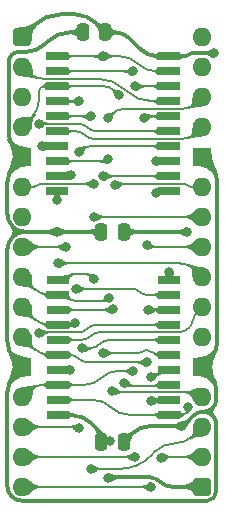
<source format=gtl>
%TF.GenerationSoftware,KiCad,Pcbnew,9.0.2*%
%TF.CreationDate,2025-06-17T18:59:47+02:00*%
%TF.ProjectId,Coprocessor Transceiver,436f7072-6f63-4657-9373-6f7220547261,V0*%
%TF.SameCoordinates,Original*%
%TF.FileFunction,Copper,L1,Top*%
%TF.FilePolarity,Positive*%
%FSLAX46Y46*%
G04 Gerber Fmt 4.6, Leading zero omitted, Abs format (unit mm)*
G04 Created by KiCad (PCBNEW 9.0.2) date 2025-06-17 18:59:47*
%MOMM*%
%LPD*%
G01*
G04 APERTURE LIST*
G04 Aperture macros list*
%AMRoundRect*
0 Rectangle with rounded corners*
0 $1 Rounding radius*
0 $2 $3 $4 $5 $6 $7 $8 $9 X,Y pos of 4 corners*
0 Add a 4 corners polygon primitive as box body*
4,1,4,$2,$3,$4,$5,$6,$7,$8,$9,$2,$3,0*
0 Add four circle primitives for the rounded corners*
1,1,$1+$1,$2,$3*
1,1,$1+$1,$4,$5*
1,1,$1+$1,$6,$7*
1,1,$1+$1,$8,$9*
0 Add four rect primitives between the rounded corners*
20,1,$1+$1,$2,$3,$4,$5,0*
20,1,$1+$1,$4,$5,$6,$7,0*
20,1,$1+$1,$6,$7,$8,$9,0*
20,1,$1+$1,$8,$9,$2,$3,0*%
G04 Aperture macros list end*
%TA.AperFunction,SMDPad,CuDef*%
%ADD10RoundRect,0.250000X0.250000X0.475000X-0.250000X0.475000X-0.250000X-0.475000X0.250000X-0.475000X0*%
%TD*%
%TA.AperFunction,SMDPad,CuDef*%
%ADD11RoundRect,0.250000X-0.250000X-0.475000X0.250000X-0.475000X0.250000X0.475000X-0.250000X0.475000X0*%
%TD*%
%TA.AperFunction,ComponentPad*%
%ADD12RoundRect,0.400000X-0.400000X-0.400000X0.400000X-0.400000X0.400000X0.400000X-0.400000X0.400000X0*%
%TD*%
%TA.AperFunction,ComponentPad*%
%ADD13O,1.600000X1.600000*%
%TD*%
%TA.AperFunction,ComponentPad*%
%ADD14R,1.600000X1.600000*%
%TD*%
%TA.AperFunction,SMDPad,CuDef*%
%ADD15R,1.950000X0.650000*%
%TD*%
%TA.AperFunction,ViaPad*%
%ADD16C,0.800000*%
%TD*%
%TA.AperFunction,Conductor*%
%ADD17C,0.350000*%
%TD*%
%TA.AperFunction,Conductor*%
%ADD18C,0.200000*%
%TD*%
G04 APERTURE END LIST*
D10*
%TO.P,C8,1*%
%TO.N,5V*%
X8580000Y-16510000D03*
%TO.P,C8,2*%
%TO.N,GND*%
X6680000Y-16510000D03*
%TD*%
D11*
%TO.P,C4,1*%
%TO.N,5V*%
X6686000Y-34290000D03*
%TO.P,C4,2*%
%TO.N,GND*%
X8586000Y-34290000D03*
%TD*%
D10*
%TO.P,C1,1*%
%TO.N,5V*%
X7030000Y381000D03*
%TO.P,C1,2*%
%TO.N,GND*%
X5130000Y381000D03*
%TD*%
D12*
%TO.P,J2,1,Pin_1*%
%TO.N,5V*%
X0Y0D03*
D13*
%TO.P,J2,2,Pin_2*%
%TO.N,QD0_{0}*%
X0Y-2540000D03*
%TO.P,J2,3,Pin_3*%
%TO.N,QD0_{1}*%
X0Y-5080000D03*
%TO.P,J2,4,Pin_4*%
%TO.N,D0_{M}*%
X0Y-7620000D03*
D14*
%TO.P,J2,5,Pin_5*%
%TO.N,GND*%
X0Y-10160000D03*
D13*
%TO.P,J2,6,Pin_6*%
%TO.N,D1_{M}*%
X0Y-12700000D03*
%TO.P,J2,7,Pin_7*%
%TO.N,D2_{M}*%
X0Y-15240000D03*
%TO.P,J2,8,Pin_8*%
%TO.N,D3_{M}*%
X0Y-17780000D03*
%TO.P,J2,9,Pin_9*%
%TO.N,D4_{M}*%
X0Y-20320000D03*
%TO.P,J2,10,Pin_10*%
%TO.N,D5_{M}*%
X0Y-22860000D03*
%TO.P,J2,11,Pin_11*%
%TO.N,D6_{M}*%
X0Y-25400000D03*
D14*
%TO.P,J2,12,Pin_12*%
%TO.N,GND*%
X0Y-27940000D03*
D13*
%TO.P,J2,13,Pin_13*%
%TO.N,D7_{M}*%
X0Y-30480000D03*
%TO.P,J2,14,Pin_14*%
%TO.N,Q1D_{5}*%
X0Y-33020000D03*
%TO.P,J2,15,Pin_15*%
%TO.N,Q1D_{6}*%
X0Y-35560000D03*
%TO.P,J2,16,Pin_16*%
%TO.N,Q1D_{7}*%
X0Y-38100000D03*
D12*
%TO.P,J2,17,Pin_17*%
%TO.N,5V*%
X15240000Y-38100000D03*
D13*
%TO.P,J2,18,Pin_18*%
%TO.N,Q1D_{4}*%
X15240000Y-35560000D03*
%TO.P,J2,19,Pin_19*%
%TO.N,Q1D_{3}*%
X15240000Y-33020000D03*
%TO.P,J2,20,Pin_20*%
%TO.N,Q1D_{2}*%
X15240000Y-30480000D03*
D14*
%TO.P,J2,21,Pin_21*%
%TO.N,GND*%
X15240000Y-27940000D03*
D13*
%TO.P,J2,22,Pin_22*%
%TO.N,M~{Memory2\u20223}*%
X15240000Y-25400000D03*
%TO.P,J2,23,Pin_23*%
%TO.N,Q1D_{1}*%
X15240000Y-22860000D03*
%TO.P,J2,24,Pin_24*%
%TO.N,Q1D_{0}*%
X15240000Y-20320000D03*
%TO.P,J2,25,Pin_25*%
%TO.N,QD0_{7}*%
X15240000Y-17780000D03*
%TO.P,J2,26,Pin_26*%
%TO.N,QD0_{6}*%
X15240000Y-15240000D03*
%TO.P,J2,27,Pin_27*%
%TO.N,M~{Memory0\u20221}*%
X15240000Y-12700000D03*
D14*
%TO.P,J2,28,Pin_28*%
%TO.N,GND*%
X15240000Y-10160000D03*
D13*
%TO.P,J2,29,Pin_29*%
%TO.N,QD0_{5}*%
X15240000Y-7620000D03*
%TO.P,J2,30,Pin_30*%
%TO.N,QD0_{4}*%
X15240000Y-5080000D03*
%TO.P,J2,31,Pin_31*%
%TO.N,QD0_{3}*%
X15240000Y-2540000D03*
%TO.P,J2,32,Pin_32*%
%TO.N,QD0_{2}*%
X15240000Y0D03*
%TD*%
D15*
%TO.P,IC7,1,1~{OE}*%
%TO.N,M~{Memory0\u20221}*%
X2921000Y-1651000D03*
%TO.P,IC7,2,1A1*%
%TO.N,QD0_{7}*%
X2921000Y-2921000D03*
%TO.P,IC7,3,2B4*%
%TO.N,D0_{M}*%
X2921000Y-4191000D03*
%TO.P,IC7,4,1A2*%
%TO.N,QD0_{6}*%
X2921000Y-5461000D03*
%TO.P,IC7,5,2B3*%
%TO.N,D1_{M}*%
X2921000Y-6731000D03*
%TO.P,IC7,6,1A3*%
%TO.N,QD0_{5}*%
X2921000Y-8001000D03*
%TO.P,IC7,7,2B2*%
%TO.N,D2_{M}*%
X2921000Y-9271000D03*
%TO.P,IC7,8,1A4*%
%TO.N,QD0_{4}*%
X2921000Y-10541000D03*
%TO.P,IC7,9,2B1*%
%TO.N,D3_{M}*%
X2921000Y-11811000D03*
%TO.P,IC7,10,GND*%
%TO.N,GND*%
X2921000Y-13081000D03*
%TO.P,IC7,11,2A1*%
%TO.N,QD0_{3}*%
X12371000Y-13081000D03*
%TO.P,IC7,12,1B4*%
%TO.N,D4_{M}*%
X12371000Y-11811000D03*
%TO.P,IC7,13,2A2*%
%TO.N,QD0_{2}*%
X12371000Y-10541000D03*
%TO.P,IC7,14,1B3*%
%TO.N,D5_{M}*%
X12371000Y-9271000D03*
%TO.P,IC7,15,2A3*%
%TO.N,QD0_{1}*%
X12371000Y-8001000D03*
%TO.P,IC7,16,1B2*%
%TO.N,D6_{M}*%
X12371000Y-6731000D03*
%TO.P,IC7,17,2A4*%
%TO.N,QD0_{0}*%
X12371000Y-5461000D03*
%TO.P,IC7,18,1B1*%
%TO.N,D7_{M}*%
X12371000Y-4191000D03*
%TO.P,IC7,19,2~{OE}*%
%TO.N,M~{Memory0\u20221}*%
X12371000Y-2921000D03*
%TO.P,IC7,20,5V*%
%TO.N,5V*%
X12371000Y-1651000D03*
%TD*%
%TO.P,IC6,1,1~{OE}*%
%TO.N,M~{Memory2\u20223}*%
X12446000Y-32004000D03*
%TO.P,IC6,2,1A1*%
%TO.N,Q1D_{7}*%
X12446000Y-30734000D03*
%TO.P,IC6,3,2B4*%
%TO.N,D0_{M}*%
X12446001Y-29464000D03*
%TO.P,IC6,4,1A2*%
%TO.N,Q1D_{6}*%
X12446000Y-28194000D03*
%TO.P,IC6,5,2B3*%
%TO.N,D1_{M}*%
X12446000Y-26924000D03*
%TO.P,IC6,6,1A3*%
%TO.N,Q1D_{5}*%
X12446000Y-25654000D03*
%TO.P,IC6,7,2B2*%
%TO.N,D2_{M}*%
X12446000Y-24384000D03*
%TO.P,IC6,8,1A4*%
%TO.N,Q1D_{4}*%
X12446001Y-23114000D03*
%TO.P,IC6,9,2B1*%
%TO.N,D3_{M}*%
X12446000Y-21844000D03*
%TO.P,IC6,10,GND*%
%TO.N,GND*%
X12446000Y-20574000D03*
%TO.P,IC6,11,2A1*%
%TO.N,Q1D_{3}*%
X2996000Y-20574000D03*
%TO.P,IC6,12,1B4*%
%TO.N,D4_{M}*%
X2996000Y-21844000D03*
%TO.P,IC6,13,2A2*%
%TO.N,Q1D_{2}*%
X2995999Y-23114000D03*
%TO.P,IC6,14,1B3*%
%TO.N,D5_{M}*%
X2996000Y-24384000D03*
%TO.P,IC6,15,2A3*%
%TO.N,Q1D_{1}*%
X2996000Y-25654000D03*
%TO.P,IC6,16,1B2*%
%TO.N,D6_{M}*%
X2996000Y-26924000D03*
%TO.P,IC6,17,2A4*%
%TO.N,Q1D_{0}*%
X2996000Y-28194000D03*
%TO.P,IC6,18,1B1*%
%TO.N,D7_{M}*%
X2995999Y-29464000D03*
%TO.P,IC6,19,2~{OE}*%
%TO.N,M~{Memory2\u20223}*%
X2996000Y-30734000D03*
%TO.P,IC6,20,5V*%
%TO.N,5V*%
X2996000Y-32004000D03*
%TD*%
D16*
%TO.N,Q1D_{0}*%
X3048000Y-19177000D03*
X4064000Y-28194000D03*
%TO.N,5V*%
X16256000Y-1397000D03*
X13970000Y-16510000D03*
%TO.N,M~{Memory0\u20221}*%
X6858000Y-1651000D03*
X7874000Y-12561000D03*
%TO.N,QD0_{2}*%
X11279000Y-10541000D03*
%TO.N,QD0_{3}*%
X11279000Y-13196000D03*
%TO.N,QD0_{1}*%
X1419732Y-7387827D03*
%TO.N,QD0_{4}*%
X7284492Y-6858000D03*
X7284492Y-10382313D03*
%TO.N,GND*%
X2921000Y-13843000D03*
X2921000Y-16510000D03*
%TO.N,M~{Memory2\u20223}*%
X14017344Y-31317604D03*
%TO.N,GND*%
X12446000Y-19939000D03*
%TO.N,D6_{M}*%
X10541000Y-27559000D03*
X10287000Y-6855000D03*
%TO.N,D2_{M}*%
X1420202Y-25107541D03*
%TO.N,D3_{M}*%
X4572000Y-21336000D03*
%TO.N,Q1D_{3}*%
X6072000Y-20519583D03*
%TO.N,D3_{M}*%
X3683000Y-17780000D03*
%TO.N,D5_{M}*%
X4826000Y-9779000D03*
X4445000Y-24269000D03*
%TO.N,D1_{M}*%
X6855379Y-26784443D03*
X5830000Y-6731000D03*
X6074005Y-12442148D03*
%TO.N,D3_{M}*%
X4076000Y-11705000D03*
%TO.N,D2_{M}*%
X1651000Y-9271000D03*
%TO.N,QD0_{6}*%
X4826000Y-5461000D03*
X6072000Y-15240000D03*
%TO.N,D0_{M}*%
X8139500Y-4941500D03*
%TO.N,D7_{M}*%
X9525000Y-4191000D03*
X9398000Y-28291478D03*
%TO.N,Q1D_{2}*%
X7650620Y-23089936D03*
X7620000Y-29972000D03*
%TO.N,Q1D_{5}*%
X5080000Y-26365127D03*
X4826000Y-33147000D03*
%TO.N,Q1D_{4}*%
X10668000Y-23114000D03*
X11769831Y-35645831D03*
%TO.N,Q1D_{6}*%
X9525000Y-35560000D03*
X10864456Y-28829490D03*
%TO.N,Q1D_{7}*%
X10922000Y-30840000D03*
X10922000Y-38100000D03*
%TO.N,GND*%
X13525500Y-32956500D03*
%TO.N,5V*%
X7436000Y-34196312D03*
X7239000Y-37350000D03*
%TO.N,Q1D_{3}*%
X5790712Y-36576000D03*
%TO.N,D4_{M}*%
X6858000Y-11811000D03*
X7343020Y-22086000D03*
%TO.N,D0_{M}*%
X8636000Y-29337000D03*
%TO.N,QD0_{7}*%
X10529000Y-17653000D03*
X9398000Y-2921000D03*
%TD*%
D17*
%TO.N,5V*%
X14080500Y-1507500D02*
G75*
G02*
X13734060Y-1650984I-346400J346400D01*
G01*
X9954907Y-1019907D02*
G75*
G03*
X11478500Y-1650996I1523593J1523607D01*
G01*
X11676227Y-37687500D02*
G75*
G03*
X12672090Y-38099996I995873J995900D01*
G01*
X6429673Y-33308673D02*
G75*
G02*
X6685986Y-33927500I-618873J-618827D01*
G01*
X6268000Y1143000D02*
G75*
G03*
X4428369Y1905000I-1839630J-1839630D01*
G01*
X5877715Y-32756715D02*
G75*
G03*
X4060500Y-32004000I-1817215J-1817215D01*
G01*
X6686000Y-33961844D02*
G75*
G03*
X7014156Y-34290000I328160J4D01*
G01*
X9092815Y-157815D02*
G75*
G03*
X7792000Y381009I-1300815J-1300785D01*
G01*
X16239500Y-1380500D02*
G75*
G03*
X16199665Y-1364014I-39800J-39800D01*
G01*
X7367033Y-37275000D02*
G75*
G03*
X7276490Y-37312490I-33J-128000D01*
G01*
X3252038Y1905000D02*
G75*
G03*
X952500Y952499I2J-3252040D01*
G01*
X7389156Y-34243156D02*
G75*
G02*
X7276064Y-34289985I-113056J113056D01*
G01*
X14426939Y-1364000D02*
G75*
G03*
X14080488Y-1507488I-39J-489900D01*
G01*
X11676227Y-37687500D02*
G75*
G03*
X10680363Y-37275036I-995827J-995900D01*
G01*
%TO.N,GND*%
X13610773Y-32934226D02*
G75*
G02*
X13557000Y-32956484I-53773J53826D01*
G01*
X-905500Y-1540500D02*
G75*
G03*
X-1176000Y-2193544I653046J-653045D01*
G01*
X16416000Y-38500000D02*
G75*
G02*
X16188715Y-39048715I-776000J0D01*
G01*
X15875000Y-10795000D02*
G75*
G02*
X16509989Y-12328025I-1533000J-1533000D01*
G01*
X15288000Y-31750000D02*
G75*
G03*
X14446398Y-32098605I0J-1190200D01*
G01*
X-917277Y-38923277D02*
G75*
G03*
X-65730Y-39276000I851548J851548D01*
G01*
X-1270000Y-15013065D02*
G75*
G03*
X-831556Y-16071556I1496940J5D01*
G01*
X-1270000Y-25771974D02*
G75*
G03*
X-634998Y-27304999I2168030J4D01*
G01*
X-634999Y-28575000D02*
G75*
G03*
X-1270001Y-30108025I1533029J-1533030D01*
G01*
X16416000Y-30665987D02*
G75*
G02*
X16098504Y-31432504I-1084000J-13D01*
G01*
X10862426Y-32956500D02*
G75*
G03*
X9252742Y-33623242I-26J-2276400D01*
G01*
X-634999Y-10795000D02*
G75*
G03*
X-1270001Y-12328025I1533029J-1533030D01*
G01*
X-831558Y-16948442D02*
G75*
G03*
X-831558Y-16071558I-438441J438442D01*
G01*
X226934Y-16510000D02*
G75*
G03*
X-831558Y-16948442I0J-1496933D01*
G01*
X-831558Y-16071558D02*
G75*
G03*
X226934Y-16510000I1058496J1058502D01*
G01*
X15331987Y-31750000D02*
G75*
G03*
X16098504Y-31432504I13J1084000D01*
G01*
X16098500Y-32067500D02*
G75*
G03*
X15331987Y-31750005I-766500J-766500D01*
G01*
X16098500Y-31432500D02*
G75*
G03*
X16098500Y-32067500I317500J-317500D01*
G01*
X-252455Y-1270000D02*
G75*
G03*
X-905500Y-1540500I-2J-923540D01*
G01*
X15828000Y-28528000D02*
G75*
G02*
X16416018Y-29947557I-1419600J-1419600D01*
G01*
X4025500Y381000D02*
G75*
G03*
X2140000Y-399999I0J-2666500D01*
G01*
X-831558Y-16948442D02*
G75*
G03*
X-1270002Y-18006934I1058498J-1058498D01*
G01*
X16188715Y-39048715D02*
G75*
G02*
X15640000Y-39276000I-548715J548715D01*
G01*
X-1270000Y-38071730D02*
G75*
G03*
X-917277Y-38923277I1204271J1D01*
G01*
X-1176000Y-8152442D02*
G75*
G03*
X-588000Y-9572000I2007568J4D01*
G01*
X1943519Y-596480D02*
G75*
G02*
X317500Y-1270000I-1626023J1626027D01*
G01*
X16098500Y-32067500D02*
G75*
G02*
X16415995Y-32834012I-766500J-766500D01*
G01*
X16510000Y-25771974D02*
G75*
G02*
X15875001Y-27305001I-2168040J4D01*
G01*
D18*
%TO.N,QD0_{1}*%
X5529000Y-7688000D02*
G75*
G03*
X4773351Y-7375000I-755650J-755650D01*
G01*
X1441629Y-7375000D02*
G75*
G03*
X1426130Y-7381398I-29J-21900D01*
G01*
X5529000Y-7688000D02*
G75*
G03*
X6284648Y-8000998I755650J755660D01*
G01*
%TO.N,QD0_{0}*%
X8695000Y-4504000D02*
G75*
G03*
X6384597Y-3547001I-2310400J-2310400D01*
G01*
X8695000Y-4504000D02*
G75*
G03*
X11005402Y-5460999I2310400J2310400D01*
G01*
X503500Y-3043500D02*
G75*
G03*
X1719056Y-3547001I1215560J1215560D01*
G01*
%TO.N,QD0_{4}*%
X7205148Y-10461656D02*
G75*
G02*
X7013596Y-10540995I-191548J191556D01*
G01*
X14727500Y-5592500D02*
G75*
G02*
X13490215Y-6105006I-1237300J1237300D01*
G01*
X8569943Y-6105000D02*
G75*
G03*
X7660981Y-6481489I-43J-1285400D01*
G01*
%TO.N,QD0_{5}*%
X14727500Y-8132500D02*
G75*
G02*
X13490215Y-8645006I-1237300J1237300D01*
G01*
X5275000Y-8323000D02*
G75*
G03*
X4497623Y-8000990I-777400J-777400D01*
G01*
X5275000Y-8323000D02*
G75*
G03*
X6052376Y-8645010I777400J777400D01*
G01*
%TO.N,QD0_{7}*%
X10592500Y-17716500D02*
G75*
G03*
X10745802Y-17779999I153300J153300D01*
G01*
%TO.N,QD0_{3}*%
X11299485Y-13081000D02*
G75*
G03*
X11285004Y-13087004I15J-20500D01*
G01*
X11285000Y-13087000D02*
G75*
G03*
X11278994Y-13101485I14500J-14500D01*
G01*
%TO.N,D5_{M}*%
X5693210Y-9271000D02*
G75*
G03*
X5079997Y-9524997I-10J-867200D01*
G01*
X4387500Y-24326500D02*
G75*
G02*
X4248682Y-24383993I-138800J138800D01*
G01*
X1003569Y-23863569D02*
G75*
G03*
X2260000Y-24384000I1256431J1256429D01*
G01*
%TO.N,Q1D_{6}*%
X11265180Y-28724819D02*
G75*
G02*
X11012483Y-28829471I-252680J252719D01*
G01*
%TO.N,D1_{M}*%
X11036161Y-26739500D02*
G75*
G03*
X10590738Y-26554966I-445461J-445400D01*
G01*
X1260296Y-12571074D02*
G75*
G02*
X949041Y-12700001I-311256J311254D01*
G01*
X10392579Y-26555000D02*
G75*
G03*
X10115624Y-26669728I21J-391700D01*
G01*
X11036161Y-26739500D02*
G75*
G03*
X11481583Y-26924018I445439J445400D01*
G01*
X10115617Y-26669721D02*
G75*
G02*
X9838655Y-26784393I-276917J277021D01*
G01*
X1571550Y-12442148D02*
G75*
G03*
X1260297Y-12571075I0J-440172D01*
G01*
%TO.N,Q1D_{7}*%
X11102953Y-30734000D02*
G75*
G03*
X10975034Y-30787034I47J-180900D01*
G01*
%TO.N,D4_{M}*%
X3908500Y-22106500D02*
G75*
G03*
X4542231Y-22368987I633700J633700D01*
G01*
X1003569Y-21323569D02*
G75*
G03*
X2260000Y-21844000I1256431J1256429D01*
G01*
X7201520Y-22227500D02*
G75*
G02*
X6859908Y-22369009I-341620J341600D01*
G01*
%TO.N,D0_{M}*%
X8738945Y-29439945D02*
G75*
G03*
X8987476Y-29542903I248555J248545D01*
G01*
X1524000Y-4318000D02*
G75*
G03*
X1397002Y-4624605I306600J-306600D01*
G01*
X1830605Y-4191000D02*
G75*
G03*
X1523998Y-4317998I-5J-433600D01*
G01*
X7764250Y-4566250D02*
G75*
G03*
X6858316Y-4190993I-905950J-905950D01*
G01*
X1397000Y-5334000D02*
G75*
G02*
X768382Y-6851617I-2146241J3D01*
G01*
%TO.N,Q1D_{1}*%
X14663446Y-23436553D02*
G75*
G03*
X14440002Y-23975999I539454J-539447D01*
G01*
X6560376Y-25010000D02*
G75*
G03*
X5783007Y-25332007I24J-1099400D01*
G01*
X14081000Y-24650999D02*
G75*
G02*
X13214296Y-25009998I-866700J866699D01*
G01*
X14440001Y-23975999D02*
G75*
G02*
X14216558Y-24515447I-762901J-1D01*
G01*
X5783000Y-25332000D02*
G75*
G02*
X5005623Y-25654010I-777400J777400D01*
G01*
%TO.N,Q1D_{5}*%
X6569597Y-26009563D02*
G75*
G02*
X5711191Y-26365103I-858397J858463D01*
G01*
X7428003Y-25654000D02*
G75*
G03*
X6569589Y-26009555I-3J-1214000D01*
G01*
X4762500Y-33083500D02*
G75*
G03*
X4609197Y-33020001I-153300J-153300D01*
G01*
%TO.N,D7_{M}*%
X1734420Y-29464000D02*
G75*
G03*
X508002Y-29972002I0J-1734410D01*
G01*
X8097620Y-28291478D02*
G75*
G03*
X6682251Y-28877729I-20J-2001622D01*
G01*
X6682261Y-28877739D02*
G75*
G02*
X5266901Y-29463998I-1415361J1415369D01*
G01*
%TO.N,D6_{M}*%
X4759308Y-27238308D02*
G75*
G03*
X4000500Y-26923995I-758808J-758792D01*
G01*
X1003569Y-26403569D02*
G75*
G03*
X2260000Y-26924000I1256431J1256429D01*
G01*
X4762500Y-27241500D02*
G75*
G03*
X5529012Y-27558995I766500J766500D01*
G01*
X10498681Y-6731000D02*
G75*
G03*
X10349005Y-6793005I19J-211700D01*
G01*
%TO.N,Q1D_{3}*%
X5836708Y-20284291D02*
G75*
G03*
X5268664Y-20049015I-568008J-568009D01*
G01*
X10858499Y-35496499D02*
G75*
G02*
X8252356Y-36576001I-2606149J2606149D01*
G01*
X12890500Y-34417000D02*
G75*
G03*
X11264488Y-35090527I0J-2299500D01*
G01*
X14516519Y-33743480D02*
G75*
G02*
X12890500Y-34417011I-1626019J1625980D01*
G01*
X4542231Y-20049000D02*
G75*
G03*
X3908491Y-20311491I-31J-896200D01*
G01*
%TO.N,Q1D_{2}*%
X7638588Y-23101968D02*
G75*
G02*
X7609540Y-23114022I-29088J29068D01*
G01*
X7679000Y-30031000D02*
G75*
G03*
X7821438Y-30089984I142400J142400D01*
G01*
%TO.N,D2_{M}*%
X6291012Y-24384000D02*
G75*
G03*
X5524496Y-24701496I-12J-1084000D01*
G01*
X1571350Y-25019000D02*
G75*
G03*
X1464457Y-25063255I-50J-151100D01*
G01*
X5524500Y-24701500D02*
G75*
G02*
X4757987Y-25018995I-766500J766500D01*
G01*
%TO.N,Q1D_{4}*%
X11916353Y-35560000D02*
G75*
G03*
X11812774Y-35602943I47J-146500D01*
G01*
%TO.N,Q1D_{0}*%
X14668500Y-19748500D02*
G75*
G03*
X13288776Y-19177010I-1379700J-1379700D01*
G01*
%TO.N,D3_{M}*%
X9906000Y-21590000D02*
G75*
G03*
X10519210Y-21843996I613200J613200D01*
G01*
X4023000Y-11758000D02*
G75*
G02*
X3895046Y-11811019I-128000J128000D01*
G01*
X9906000Y-21590000D02*
G75*
G03*
X9292789Y-21336004I-613200J-613200D01*
G01*
%TO.N,M~{Memory0\u20221}*%
X9779000Y-2286000D02*
G75*
G03*
X11312025Y-2920989I1533000J1533000D01*
G01*
X13970000Y-12573000D02*
G75*
G03*
X14276605Y-12699998I306600J306600D01*
G01*
X9779000Y-2286000D02*
G75*
G03*
X8245974Y-1651011I-1533000J-1533000D01*
G01*
X8070317Y-12446000D02*
G75*
G03*
X7931495Y-12503495I-17J-196300D01*
G01*
X13970000Y-12573000D02*
G75*
G03*
X13663394Y-12446002I-306600J-306600D01*
G01*
%TO.N,M~{Memory2\u20223}*%
X7493000Y-31369000D02*
G75*
G03*
X5959974Y-30733998I-1533030J-1533030D01*
G01*
X13866671Y-31853327D02*
G75*
G02*
X13502917Y-32004019I-363771J363727D01*
G01*
X7493000Y-31369000D02*
G75*
G03*
X9026025Y-32003989I1533000J1533000D01*
G01*
X14017344Y-31510130D02*
G75*
G02*
X13881202Y-31838787I-464844J30D01*
G01*
%TO.N,D5_{M}*%
X1003569Y-23863569D02*
X0Y-22860000D01*
%TO.N,D2_{M}*%
X1571350Y-25019000D02*
X4757987Y-25019000D01*
X6291012Y-24384000D02*
X12446000Y-24384000D01*
X1464472Y-25063270D02*
X1420202Y-25107541D01*
%TO.N,Q1D_{3}*%
X5790712Y-36576000D02*
X8252356Y-36576000D01*
X14516519Y-33743480D02*
X15240000Y-33020000D01*
X10858499Y-35496499D02*
X11264480Y-35090519D01*
%TO.N,D1_{M}*%
X6855379Y-26784443D02*
X9838655Y-26784443D01*
X11481583Y-26924000D02*
X12446000Y-26924000D01*
X10590738Y-26555000D02*
X10392579Y-26555000D01*
%TO.N,Q1D_{1}*%
X14663446Y-23436553D02*
X15240000Y-22860000D01*
X14081000Y-24650999D02*
X14216555Y-24515444D01*
X6560376Y-25010000D02*
X13214296Y-25010000D01*
X5005623Y-25654000D02*
X2996000Y-25654000D01*
%TO.N,Q1D_{5}*%
X5711191Y-26365127D02*
X5080000Y-26365127D01*
X7428003Y-25654000D02*
X12446000Y-25654000D01*
%TO.N,D0_{M}*%
X8139500Y-4941500D02*
X7764250Y-4566250D01*
X2921000Y-4191000D02*
X6858316Y-4191000D01*
%TO.N,D5_{M}*%
X5693210Y-9271000D02*
X12371000Y-9271000D01*
X5080000Y-9525000D02*
X4826000Y-9779000D01*
%TO.N,QD0_{6}*%
X4826000Y-5461000D02*
X2921000Y-5461000D01*
%TO.N,D4_{M}*%
X6858000Y-11811000D02*
X12371000Y-11811000D01*
%TO.N,M~{Memory0\u20221}*%
X8070317Y-12446000D02*
X13663394Y-12446000D01*
X14276605Y-12700000D02*
X15240000Y-12700000D01*
X7874000Y-12561000D02*
X7931500Y-12503500D01*
%TO.N,QD0_{3}*%
X11279000Y-13196000D02*
X11279000Y-13101485D01*
%TO.N,QD0_{2}*%
X11279000Y-10541000D02*
X12371000Y-10541000D01*
%TO.N,QD0_{3}*%
X11299485Y-13081000D02*
X12371000Y-13081000D01*
%TO.N,QD0_{4}*%
X7284492Y-10382313D02*
X7205148Y-10461656D01*
X7013596Y-10541000D02*
X2921000Y-10541000D01*
X13490215Y-6105000D02*
X8569943Y-6105000D01*
X14727500Y-5592500D02*
X15240000Y-5080000D01*
X7284492Y-6858000D02*
X7660992Y-6481500D01*
%TO.N,Q1D_{0}*%
X14668500Y-19748500D02*
X15240000Y-20320000D01*
X13288776Y-19177000D02*
X3048000Y-19177000D01*
X4064000Y-28194000D02*
X2996000Y-28194000D01*
%TO.N,D7_{M}*%
X9398000Y-28291478D02*
X8097620Y-28291478D01*
X2995999Y-29464000D02*
X5266901Y-29464000D01*
%TO.N,Q1D_{5}*%
X4826000Y-33147000D02*
X4762500Y-33083500D01*
X4609197Y-33020000D02*
X0Y-33020000D01*
D17*
%TO.N,5V*%
X13734060Y-1651000D02*
X12371000Y-1651000D01*
X16199665Y-1364000D02*
X14426939Y-1364000D01*
X16239500Y-1380500D02*
X16256000Y-1397000D01*
%TO.N,GND*%
X2921000Y-16510000D02*
X6680000Y-16510000D01*
%TO.N,5V*%
X13970000Y-16510000D02*
X8580000Y-16510000D01*
%TO.N,GND*%
X-1176000Y-2193544D02*
X-1176000Y-8152442D01*
X-252455Y-1270000D02*
X317500Y-1270000D01*
X2140000Y-399999D02*
X1943519Y-596480D01*
X4025500Y381000D02*
X5130000Y381000D01*
D18*
%TO.N,D1_{M}*%
X949041Y-12700000D02*
X0Y-12700000D01*
X6074005Y-12442148D02*
X1571550Y-12442148D01*
%TO.N,M~{Memory0\u20221}*%
X8245974Y-1651000D02*
X6858000Y-1651000D01*
%TO.N,QD0_{7}*%
X9398000Y-2921000D02*
X2921000Y-2921000D01*
%TO.N,M~{Memory0\u20221}*%
X11312025Y-2921000D02*
X12371000Y-2921000D01*
X6858000Y-1651000D02*
X2921000Y-1651000D01*
%TO.N,QD0_{5}*%
X14727500Y-8132500D02*
X15240000Y-7620000D01*
X13490215Y-8645000D02*
X6052376Y-8645000D01*
X4497623Y-8001000D02*
X2921000Y-8001000D01*
%TO.N,QD0_{1}*%
X6284648Y-8001000D02*
X12371000Y-8001000D01*
X4773351Y-7375000D02*
X1441629Y-7375000D01*
X1426145Y-7381413D02*
X1419732Y-7387827D01*
%TO.N,D6_{M}*%
X10287000Y-6855000D02*
X10349000Y-6793000D01*
X10498681Y-6731000D02*
X12371000Y-6731000D01*
D17*
%TO.N,GND*%
X2921000Y-16510000D02*
X226934Y-16510000D01*
X2921000Y-13843000D02*
X2921000Y-13081000D01*
X-1270000Y-25771974D02*
X-1270000Y-18006934D01*
X-1270000Y-15013065D02*
X-1270000Y-12328025D01*
D18*
%TO.N,M~{Memory2\u20223}*%
X14017344Y-31510130D02*
X14017344Y-31317604D01*
X13866671Y-31853327D02*
X13881207Y-31838792D01*
X12446000Y-32004000D02*
X13502917Y-32004000D01*
D17*
%TO.N,GND*%
X15288000Y-31750000D02*
X15331987Y-31750000D01*
X13610773Y-32934226D02*
X14446396Y-32098603D01*
X13557000Y-32956500D02*
X13525500Y-32956500D01*
X9252750Y-33623250D02*
X8586000Y-34290000D01*
X10862426Y-32956500D02*
X13525500Y-32956500D01*
X16416000Y-38500000D02*
X16416000Y-32834012D01*
X16416000Y-30665987D02*
X16416000Y-29947557D01*
D18*
%TO.N,M~{Memory2\u20223}*%
X12446000Y-32004000D02*
X9026025Y-32004000D01*
X5959974Y-30734000D02*
X2996000Y-30734000D01*
D17*
%TO.N,GND*%
X-65730Y-39276000D02*
X15640000Y-39276000D01*
X-1270000Y-30108025D02*
X-1270000Y-38071730D01*
X-634999Y-28575000D02*
X0Y-27940000D01*
X12446000Y-19939000D02*
X12446000Y-20574000D01*
X16510000Y-12328025D02*
X16510000Y-25771974D01*
X15875000Y-10795000D02*
X15240000Y-10160000D01*
X15828000Y-27352000D02*
X15875000Y-27305000D01*
X-634999Y-27305000D02*
X0Y-27940000D01*
X-587999Y-10748000D02*
X-634999Y-10795000D01*
%TO.N,5V*%
X952500Y952499D02*
X0Y0D01*
X4428369Y1904999D02*
X3252038Y1905000D01*
X7030000Y381000D02*
X6268000Y1143000D01*
X11478500Y-1651000D02*
X12371000Y-1651000D01*
X7030000Y381000D02*
X7792000Y380999D01*
X9954907Y-1019907D02*
X9092815Y-157815D01*
D18*
%TO.N,QD0_{0}*%
X11005402Y-5461000D02*
X12371000Y-5461000D01*
X503500Y-3043500D02*
X0Y-2540000D01*
X6384597Y-3547000D02*
X1719056Y-3547000D01*
%TO.N,D0_{M}*%
X8987476Y-29542890D02*
X12367111Y-29542890D01*
X8738945Y-29439945D02*
X8636000Y-29337000D01*
%TO.N,QD0_{7}*%
X10592500Y-17716500D02*
X10529000Y-17653000D01*
%TO.N,Q1D_{6}*%
X10864456Y-28829490D02*
X11012483Y-28829490D01*
X11265180Y-28724819D02*
X11796000Y-28194000D01*
%TO.N,D6_{M}*%
X10541000Y-27559000D02*
X5529012Y-27559000D01*
%TO.N,QD0_{7}*%
X10745802Y-17780000D02*
X15240000Y-17780000D01*
%TO.N,D6_{M}*%
X4759308Y-27238308D02*
X4762500Y-27241500D01*
X4000500Y-26924000D02*
X3556000Y-26924000D01*
%TO.N,D5_{M}*%
X4387500Y-24326500D02*
X4445000Y-24269000D01*
X4248682Y-24384000D02*
X2996000Y-24384000D01*
%TO.N,Q1D_{3}*%
X5836708Y-20284291D02*
X6072000Y-20519583D01*
X5268664Y-20049000D02*
X4542231Y-20049000D01*
X3908500Y-20311500D02*
X3646000Y-20574000D01*
%TO.N,QD0_{6}*%
X6072000Y-15240000D02*
X15240000Y-15240000D01*
%TO.N,D3_{M}*%
X10519210Y-21844000D02*
X12446000Y-21844000D01*
X4572000Y-21336000D02*
X9292789Y-21336000D01*
%TO.N,Q1D_{2}*%
X7638588Y-23101968D02*
X7650620Y-23089936D01*
%TO.N,D4_{M}*%
X7201520Y-22227500D02*
X7343020Y-22086000D01*
X3908500Y-22106500D02*
X3646000Y-21844000D01*
%TO.N,Q1D_{2}*%
X7609540Y-23114000D02*
X2995999Y-23114000D01*
%TO.N,D4_{M}*%
X4542231Y-22369000D02*
X6859908Y-22369000D01*
%TO.N,D3_{M}*%
X3683000Y-17780000D02*
X0Y-17780000D01*
X4023000Y-11758000D02*
X4076000Y-11705000D01*
X3895046Y-11811000D02*
X2921000Y-11811000D01*
%TO.N,Q1D_{4}*%
X10668000Y-23114000D02*
X12446001Y-23114000D01*
%TO.N,D1_{M}*%
X5830000Y-6731000D02*
X2921000Y-6731000D01*
%TO.N,D2_{M}*%
X1651000Y-9271000D02*
X2921000Y-9271000D01*
%TO.N,D7_{M}*%
X9525000Y-4191000D02*
X12371000Y-4191000D01*
%TO.N,Q1D_{2}*%
X7620000Y-29972000D02*
X7679000Y-30031000D01*
X7821438Y-30090000D02*
X14850000Y-30090000D01*
%TO.N,Q1D_{7}*%
X10922000Y-30840000D02*
X10975000Y-30787000D01*
X11102953Y-30734000D02*
X12446000Y-30734000D01*
D17*
%TO.N,5V*%
X4060500Y-32004000D02*
X2996000Y-32004000D01*
X6429673Y-33308673D02*
X5877715Y-32756715D01*
D18*
%TO.N,Q1D_{6}*%
X9525000Y-35560000D02*
X0Y-35560000D01*
%TO.N,Q1D_{4}*%
X11916353Y-35560000D02*
X15240000Y-35560000D01*
X11812746Y-35602915D02*
X11769831Y-35645831D01*
%TO.N,Q1D_{7}*%
X10922000Y-38100000D02*
X0Y-38100000D01*
D17*
%TO.N,5V*%
X7367033Y-37275000D02*
X10680363Y-37275000D01*
X7239000Y-37350000D02*
X7276500Y-37312500D01*
X12672090Y-38100000D02*
X15240000Y-38100000D01*
X7436000Y-34196312D02*
X7389156Y-34243156D01*
X7014156Y-34290000D02*
X7276064Y-34290000D01*
D18*
%TO.N,D0_{M}*%
X2921000Y-4191000D02*
X1830605Y-4191000D01*
X1397000Y-4624605D02*
X1397000Y-5334000D01*
X768382Y-6851617D02*
X0Y-7620000D01*
%TO.N,D7_{M}*%
X1734420Y-29464000D02*
X2995999Y-29464000D01*
X508000Y-29972000D02*
X0Y-30480000D01*
%TO.N,D6_{M}*%
X1003569Y-26403569D02*
X0Y-25400000D01*
%TO.N,D4_{M}*%
X1003569Y-21323569D02*
X0Y-20320000D01*
%TD*%
%TA.AperFunction,Conductor*%
%TO.N,5V*%
G36*
X11409526Y-1330506D02*
G01*
X11438464Y-1340146D01*
X12337174Y-1639531D01*
X12343940Y-1645397D01*
X12344576Y-1654329D01*
X12338710Y-1661095D01*
X12336885Y-1661823D01*
X11408411Y-1944655D01*
X11399499Y-1943788D01*
X11393810Y-1936872D01*
X11393518Y-1935701D01*
X11387377Y-1904191D01*
X11387377Y-1904189D01*
X11363697Y-1869512D01*
X11363696Y-1869511D01*
X11356333Y-1864032D01*
X11328246Y-1843133D01*
X11328242Y-1843131D01*
X11328239Y-1843129D01*
X11284313Y-1823780D01*
X11284304Y-1823777D01*
X11184115Y-1801049D01*
X11089415Y-1791141D01*
X11062578Y-1788706D01*
X11054648Y-1784546D01*
X11051983Y-1775997D01*
X11052035Y-1775527D01*
X11094622Y-1452045D01*
X11099099Y-1444291D01*
X11107592Y-1441954D01*
X11114191Y-1442733D01*
X11138358Y-1443981D01*
X11252253Y-1449863D01*
X11252253Y-1449862D01*
X11252256Y-1449863D01*
X11331154Y-1431941D01*
X11377900Y-1393527D01*
X11391237Y-1363860D01*
X11394220Y-1340142D01*
X11398652Y-1332365D01*
X11407288Y-1329997D01*
X11409526Y-1330506D01*
G37*
%TD.AperFunction*%
%TD*%
%TA.AperFunction,Conductor*%
%TO.N,5V*%
G36*
X6427020Y-33060847D02*
G01*
X6428027Y-33061994D01*
X6480952Y-33130916D01*
X6657034Y-33351802D01*
X6657040Y-33351808D01*
X6789204Y-33484491D01*
X6789203Y-33484491D01*
X6789206Y-33484493D01*
X6888476Y-33550888D01*
X6951687Y-33567341D01*
X6958829Y-33572741D01*
X6960062Y-33581610D01*
X6959655Y-33582873D01*
X6689113Y-34284467D01*
X6682940Y-34290953D01*
X6680110Y-34291800D01*
X6207462Y-34370123D01*
X6198740Y-34368094D01*
X6194006Y-34360493D01*
X6194863Y-34353814D01*
X6243753Y-34244246D01*
X6279210Y-34134638D01*
X6303623Y-34025191D01*
X6318056Y-33912043D01*
X6321805Y-33801905D01*
X6315484Y-33695058D01*
X6299755Y-33594273D01*
X6245792Y-33422826D01*
X6177043Y-33306717D01*
X6175777Y-33297852D01*
X6178836Y-33292485D01*
X6410475Y-33060846D01*
X6418747Y-33057420D01*
X6427020Y-33060847D01*
G37*
%TD.AperFunction*%
%TD*%
%TA.AperFunction,Conductor*%
%TO.N,GND*%
G36*
X16033841Y-9891047D02*
G01*
X16039760Y-9897766D01*
X16040387Y-9901267D01*
X16042768Y-9999160D01*
X16059673Y-10160219D01*
X16059674Y-10160222D01*
X16089819Y-10328987D01*
X16089821Y-10328998D01*
X16089823Y-10329005D01*
X16141367Y-10540202D01*
X16205810Y-10752903D01*
X16205819Y-10752930D01*
X16293379Y-10998253D01*
X16309549Y-11037821D01*
X16387798Y-11229305D01*
X16387803Y-11229316D01*
X16387805Y-11229320D01*
X16568568Y-11603123D01*
X16569085Y-11612063D01*
X16563129Y-11618750D01*
X16561063Y-11619518D01*
X16244860Y-11704241D01*
X16235982Y-11703072D01*
X16232022Y-11699316D01*
X16173048Y-11608576D01*
X16173041Y-11608566D01*
X16101562Y-11522971D01*
X16101547Y-11522955D01*
X16016470Y-11438327D01*
X16016468Y-11438325D01*
X15917195Y-11354527D01*
X15895104Y-11338572D01*
X15806800Y-11274793D01*
X15806791Y-11274788D01*
X15566729Y-11137538D01*
X15566714Y-11137531D01*
X15318143Y-11037822D01*
X15318139Y-11037820D01*
X15076111Y-10979022D01*
X15076114Y-10979022D01*
X14865777Y-10961425D01*
X14857818Y-10957321D01*
X14855093Y-10948791D01*
X14856237Y-10944636D01*
X15237612Y-10163398D01*
X15244317Y-10157469D01*
X16024904Y-9890482D01*
X16033841Y-9891047D01*
G37*
%TD.AperFunction*%
%TD*%
%TA.AperFunction,Conductor*%
%TO.N,GND*%
G36*
X-995870Y-26396938D02*
G01*
X-991912Y-26400691D01*
X-932954Y-26491407D01*
X-861466Y-26577014D01*
X-776377Y-26661658D01*
X-677105Y-26745460D01*
X-566704Y-26825202D01*
X-326640Y-26962462D01*
X-78073Y-27062179D01*
X163935Y-27120978D01*
X374243Y-27138574D01*
X382201Y-27142678D01*
X384926Y-27151209D01*
X383781Y-27155366D01*
X2389Y-27936600D01*
X-4319Y-27942530D01*
X-4330Y-27942534D01*
X-4339Y-27942537D01*
X-784904Y-28209498D01*
X-793841Y-28208933D01*
X-799760Y-28202214D01*
X-800387Y-28198712D01*
X-802770Y-28100575D01*
X-819681Y-27939492D01*
X-838457Y-27834384D01*
X-849832Y-27770710D01*
X-849834Y-27770700D01*
X-849836Y-27770691D01*
X-901382Y-27559494D01*
X-965823Y-27346800D01*
X-965832Y-27346773D01*
X-1053367Y-27101527D01*
X-1053370Y-27101517D01*
X-1053375Y-27101506D01*
X-1147767Y-26870520D01*
X-1147769Y-26870513D01*
X-1147774Y-26870504D01*
X-1328455Y-26496889D01*
X-1328972Y-26487949D01*
X-1323016Y-26481262D01*
X-1320957Y-26480496D01*
X-1004748Y-26395769D01*
X-995870Y-26396938D01*
G37*
%TD.AperFunction*%
%TD*%
%TA.AperFunction,Conductor*%
%TO.N,GND*%
G36*
X-785489Y-27670300D02*
G01*
X-4337Y-27937463D01*
X2379Y-27943380D01*
X131496Y-28207859D01*
X383493Y-28724045D01*
X384043Y-28732983D01*
X378112Y-28739692D01*
X373548Y-28740864D01*
X261633Y-28746316D01*
X132390Y-28764514D01*
X132383Y-28764515D01*
X73134Y-28777944D01*
X4446Y-28793512D01*
X-130488Y-28835521D01*
X-130490Y-28835521D01*
X-130497Y-28835524D01*
X-261363Y-28887431D01*
X-392076Y-28950657D01*
X-392084Y-28950661D01*
X-515402Y-29021650D01*
X-515403Y-29021651D01*
X-732590Y-29179725D01*
X-894384Y-29340269D01*
X-935909Y-29399681D01*
X-991844Y-29479709D01*
X-999393Y-29484527D01*
X-1004462Y-29484307D01*
X-1320291Y-29399681D01*
X-1327395Y-29394230D01*
X-1328564Y-29385352D01*
X-1327550Y-29382806D01*
X-1322911Y-29374243D01*
X-1306698Y-29340265D01*
X-1137573Y-28985834D01*
X-1079845Y-28835521D01*
X-979766Y-28574935D01*
X-934602Y-28420838D01*
X-872184Y-28207872D01*
X-872182Y-28207864D01*
X-872181Y-28207859D01*
X-814807Y-27904714D01*
X-814807Y-27904710D01*
X-800947Y-27680650D01*
X-797016Y-27672604D01*
X-788547Y-27669694D01*
X-785489Y-27670300D01*
G37*
%TD.AperFunction*%
%TD*%
%TA.AperFunction,Conductor*%
%TO.N,GND*%
G36*
X-785489Y-9890300D02*
G01*
X-4337Y-10157463D01*
X2379Y-10163380D01*
X131496Y-10427859D01*
X383493Y-10944045D01*
X384043Y-10952983D01*
X378112Y-10959692D01*
X373548Y-10960864D01*
X261633Y-10966316D01*
X132390Y-10984514D01*
X132383Y-10984515D01*
X73134Y-10997944D01*
X4446Y-11013512D01*
X-130488Y-11055521D01*
X-130490Y-11055521D01*
X-130497Y-11055524D01*
X-261363Y-11107431D01*
X-392076Y-11170657D01*
X-392084Y-11170661D01*
X-515402Y-11241650D01*
X-515403Y-11241651D01*
X-732590Y-11399725D01*
X-894384Y-11560269D01*
X-935909Y-11619681D01*
X-991844Y-11699709D01*
X-999393Y-11704527D01*
X-1004462Y-11704307D01*
X-1320291Y-11619681D01*
X-1327395Y-11614230D01*
X-1328564Y-11605352D01*
X-1327550Y-11602806D01*
X-1322911Y-11594243D01*
X-1306698Y-11560265D01*
X-1137573Y-11205834D01*
X-1079845Y-11055521D01*
X-979766Y-10794935D01*
X-934602Y-10640838D01*
X-872184Y-10427872D01*
X-872182Y-10427864D01*
X-872181Y-10427859D01*
X-814807Y-10124714D01*
X-814807Y-10124710D01*
X-800947Y-9900650D01*
X-797016Y-9892604D01*
X-788547Y-9889694D01*
X-785489Y-9890300D01*
G37*
%TD.AperFunction*%
%TD*%
%TA.AperFunction,Conductor*%
%TO.N,GND*%
G36*
X16033322Y-27683324D02*
G01*
X16039149Y-27690124D01*
X16039726Y-27693953D01*
X16039479Y-27708784D01*
X16039478Y-27708796D01*
X16045780Y-27858860D01*
X16065005Y-28018201D01*
X16104070Y-28224438D01*
X16156776Y-28435347D01*
X16156776Y-28435349D01*
X16236541Y-28697313D01*
X16325526Y-28947994D01*
X16325530Y-28948003D01*
X16427219Y-29201102D01*
X16472093Y-29300687D01*
X16517130Y-29400635D01*
X16517405Y-29409586D01*
X16511270Y-29416109D01*
X16509491Y-29416743D01*
X16193237Y-29501488D01*
X16184359Y-29500320D01*
X16180174Y-29496202D01*
X16114429Y-29386522D01*
X16114427Y-29386519D01*
X16091595Y-29357909D01*
X16045927Y-29300684D01*
X15964208Y-29215864D01*
X15964207Y-29215863D01*
X15964204Y-29215860D01*
X15964196Y-29215853D01*
X15869181Y-29132373D01*
X15869167Y-29132361D01*
X15763290Y-29052947D01*
X15763289Y-29052946D01*
X15763284Y-29052943D01*
X15763275Y-29052937D01*
X15532919Y-28916634D01*
X15532902Y-28916625D01*
X15293231Y-28817584D01*
X15293218Y-28817580D01*
X15058096Y-28759024D01*
X15058093Y-28759023D01*
X14852267Y-28741472D01*
X14844315Y-28737354D01*
X14841603Y-28728820D01*
X14842817Y-28724539D01*
X15237552Y-27943367D01*
X15244338Y-27937532D01*
X16024395Y-27682637D01*
X16033322Y-27683324D01*
G37*
%TD.AperFunction*%
%TD*%
%TA.AperFunction,Conductor*%
%TO.N,GND*%
G36*
X-944350Y-8599680D02*
G01*
X-940166Y-8603795D01*
X-874420Y-8713480D01*
X-805918Y-8799318D01*
X-724200Y-8884137D01*
X-629162Y-8967639D01*
X-523284Y-9047054D01*
X-292906Y-9183371D01*
X-292899Y-9183373D01*
X-292897Y-9183375D01*
X-228248Y-9210090D01*
X-53225Y-9282417D01*
X104350Y-9321660D01*
X181905Y-9340975D01*
X181908Y-9340976D01*
X181911Y-9340976D01*
X181914Y-9340977D01*
X387737Y-9358528D01*
X395687Y-9362645D01*
X398399Y-9371179D01*
X397184Y-9375462D01*
X251039Y-9664678D01*
X40250Y-10081824D01*
X2449Y-10156630D01*
X-4340Y-10162467D01*
X-4360Y-10162474D01*
X-784394Y-10417360D01*
X-793322Y-10416673D01*
X-799149Y-10409873D01*
X-799726Y-10406044D01*
X-799478Y-10391210D01*
X-805778Y-10241152D01*
X-805778Y-10241149D01*
X-825000Y-10081824D01*
X-825002Y-10081814D01*
X-864066Y-9875573D01*
X-916766Y-9664678D01*
X-916769Y-9664666D01*
X-996538Y-9402681D01*
X-1085516Y-9152015D01*
X-1187214Y-8898891D01*
X-1277122Y-8699359D01*
X-1277397Y-8690408D01*
X-1271262Y-8683885D01*
X-1269484Y-8683251D01*
X-953227Y-8598511D01*
X-944350Y-8599680D01*
G37*
%TD.AperFunction*%
%TD*%
%TA.AperFunction,Conductor*%
%TO.N,GND*%
G36*
X16244461Y-26395690D02*
G01*
X16442938Y-26448872D01*
X16560291Y-26480317D01*
X16567395Y-26485768D01*
X16568564Y-26494646D01*
X16567550Y-26497191D01*
X16562919Y-26505737D01*
X16562916Y-26505744D01*
X16377574Y-26894164D01*
X16219768Y-27305061D01*
X16152023Y-27536202D01*
X16112185Y-27672126D01*
X16112184Y-27672130D01*
X16112182Y-27672138D01*
X16054807Y-27975284D01*
X16054807Y-27975288D01*
X16040947Y-28199348D01*
X16037016Y-28207394D01*
X16028547Y-28210304D01*
X16025483Y-28209696D01*
X15244339Y-27942537D01*
X15237620Y-27936618D01*
X15237611Y-27936600D01*
X14856506Y-27155954D01*
X14855956Y-27147016D01*
X14861887Y-27140307D01*
X14866446Y-27139136D01*
X14978372Y-27133683D01*
X15107620Y-27115484D01*
X15235555Y-27086487D01*
X15370500Y-27044475D01*
X15501366Y-26992567D01*
X15632079Y-26929342D01*
X15755406Y-26858348D01*
X15972592Y-26700273D01*
X16134385Y-26539730D01*
X16231846Y-26400287D01*
X16239392Y-26395471D01*
X16244461Y-26395690D01*
G37*
%TD.AperFunction*%
%TD*%
%TA.AperFunction,Conductor*%
%TO.N,QD0_{0}*%
G36*
X671202Y-2105588D02*
G01*
X671493Y-2106049D01*
X721070Y-2188485D01*
X721605Y-2189480D01*
X764543Y-2279549D01*
X765126Y-2281020D01*
X820807Y-2455147D01*
X821212Y-2456835D01*
X847924Y-2621243D01*
X848040Y-2622220D01*
X859932Y-2776520D01*
X882366Y-2993762D01*
X882367Y-2993765D01*
X921781Y-3118198D01*
X989841Y-3218804D01*
X1039451Y-3264549D01*
X1039455Y-3264552D01*
X1039458Y-3264554D01*
X1101260Y-3306864D01*
X1101273Y-3306872D01*
X1182551Y-3348233D01*
X1182566Y-3348239D01*
X1182571Y-3348242D01*
X1270848Y-3381522D01*
X1277380Y-3387646D01*
X1277847Y-3396085D01*
X1223023Y-3564809D01*
X1217208Y-3571618D01*
X1208549Y-3572404D01*
X961058Y-3498527D01*
X961022Y-3498518D01*
X761858Y-3452541D01*
X596231Y-3426762D01*
X596212Y-3426760D01*
X438548Y-3410240D01*
X438548Y-3410241D01*
X258628Y-3391483D01*
X257978Y-3391397D01*
X-144107Y-3326557D01*
X-151729Y-3321857D01*
X-153795Y-3313143D01*
X-153722Y-3312738D01*
X-17162Y-2621720D01*
X-1893Y-2544460D01*
X3072Y-2537009D01*
X3079Y-2537003D01*
X654978Y-2102343D01*
X663761Y-2100606D01*
X671202Y-2105588D01*
G37*
%TD.AperFunction*%
%TD*%
%TA.AperFunction,Conductor*%
%TO.N,QD0_{4}*%
G36*
X14584575Y-4642102D02*
G01*
X14585467Y-4642640D01*
X14841287Y-4813211D01*
X15236906Y-5076994D01*
X15241888Y-5084435D01*
X15241893Y-5084461D01*
X15393745Y-5852856D01*
X15391987Y-5861636D01*
X15384535Y-5866602D01*
X15384244Y-5866656D01*
X15056720Y-5922818D01*
X15056139Y-5922902D01*
X14812149Y-5952214D01*
X14812030Y-5952228D01*
X14726996Y-5961564D01*
X14726991Y-5961564D01*
X14726988Y-5961565D01*
X14726984Y-5961565D01*
X14726974Y-5961567D01*
X14441229Y-6007434D01*
X14441221Y-6007436D01*
X14257611Y-6053172D01*
X14257608Y-6053173D01*
X14035828Y-6120478D01*
X14026916Y-6119601D01*
X14021303Y-6112898D01*
X14001896Y-6053171D01*
X13966434Y-5944030D01*
X13967136Y-5935103D01*
X13973232Y-5929545D01*
X14093091Y-5881841D01*
X14191939Y-5822399D01*
X14264086Y-5755587D01*
X14314034Y-5681719D01*
X14346282Y-5601112D01*
X14365330Y-5514079D01*
X14381823Y-5321996D01*
X14389926Y-5196905D01*
X14390028Y-5195956D01*
X14406528Y-5084435D01*
X14419694Y-4995444D01*
X14420129Y-4993584D01*
X14478361Y-4813208D01*
X14479218Y-4811213D01*
X14568706Y-4646785D01*
X14575670Y-4641158D01*
X14584575Y-4642102D01*
G37*
%TD.AperFunction*%
%TD*%
%TA.AperFunction,Conductor*%
%TO.N,QD0_{5}*%
G36*
X14584575Y-7182102D02*
G01*
X14585467Y-7182640D01*
X14841287Y-7353211D01*
X15236906Y-7616994D01*
X15241888Y-7624435D01*
X15241893Y-7624461D01*
X15393745Y-8392856D01*
X15391987Y-8401636D01*
X15384535Y-8406602D01*
X15384244Y-8406656D01*
X15056720Y-8462818D01*
X15056139Y-8462902D01*
X14812149Y-8492214D01*
X14812030Y-8492228D01*
X14726996Y-8501564D01*
X14726991Y-8501564D01*
X14726988Y-8501565D01*
X14726984Y-8501565D01*
X14726974Y-8501567D01*
X14441229Y-8547434D01*
X14441221Y-8547436D01*
X14257611Y-8593172D01*
X14257608Y-8593173D01*
X14035828Y-8660478D01*
X14026916Y-8659601D01*
X14021303Y-8652898D01*
X14001896Y-8593171D01*
X13966434Y-8484030D01*
X13967136Y-8475103D01*
X13973232Y-8469545D01*
X14093091Y-8421841D01*
X14191939Y-8362399D01*
X14264086Y-8295587D01*
X14314034Y-8221719D01*
X14346282Y-8141112D01*
X14365330Y-8054079D01*
X14381823Y-7861996D01*
X14389926Y-7736905D01*
X14390028Y-7735956D01*
X14406528Y-7624435D01*
X14419694Y-7535444D01*
X14420129Y-7533584D01*
X14478361Y-7353208D01*
X14479218Y-7351213D01*
X14568706Y-7186785D01*
X14575670Y-7181158D01*
X14584575Y-7182102D01*
G37*
%TD.AperFunction*%
%TD*%
%TA.AperFunction,Conductor*%
%TO.N,D5_{M}*%
G36*
X5428364Y-9210047D02*
G01*
X5433527Y-9217364D01*
X5433588Y-9217655D01*
X5468129Y-9391315D01*
X5466382Y-9400097D01*
X5459705Y-9404892D01*
X5405784Y-9419457D01*
X5356426Y-9442513D01*
X5320004Y-9470827D01*
X5294315Y-9504023D01*
X5294313Y-9504027D01*
X5266316Y-9583602D01*
X5254833Y-9678270D01*
X5247803Y-9747024D01*
X5247589Y-9748355D01*
X5218745Y-9879103D01*
X5217803Y-9881779D01*
X5164490Y-9989321D01*
X5157745Y-9995211D01*
X5148810Y-9994607D01*
X5147530Y-9993867D01*
X4829078Y-9781896D01*
X4824090Y-9774459D01*
X4750139Y-9397766D01*
X4751908Y-9388990D01*
X4758960Y-9384120D01*
X4952206Y-9339045D01*
X5089598Y-9296286D01*
X5146420Y-9277658D01*
X5146743Y-9277558D01*
X5263844Y-9243646D01*
X5264496Y-9243478D01*
X5419541Y-9208523D01*
X5428364Y-9210047D01*
G37*
%TD.AperFunction*%
%TD*%
%TA.AperFunction,Conductor*%
%TO.N,D5_{M}*%
G36*
X2034517Y-24063505D02*
G01*
X2959673Y-24371883D01*
X2966438Y-24377751D01*
X2967073Y-24386683D01*
X2961205Y-24393448D01*
X2958948Y-24394299D01*
X2034597Y-24637305D01*
X2025724Y-24636094D01*
X2020353Y-24629137D01*
X2008934Y-24588260D01*
X1984611Y-24550357D01*
X1929362Y-24499532D01*
X1860222Y-24457094D01*
X1860220Y-24457093D01*
X1803200Y-24432322D01*
X1759489Y-24413332D01*
X1759482Y-24413330D01*
X1759480Y-24413329D01*
X1685914Y-24391217D01*
X1678978Y-24385554D01*
X1678077Y-24376644D01*
X1678126Y-24376486D01*
X1733146Y-24207152D01*
X1738961Y-24200344D01*
X1746204Y-24199230D01*
X1765696Y-24202497D01*
X1873204Y-24200156D01*
X1954264Y-24173292D01*
X2002946Y-24127731D01*
X2016243Y-24096708D01*
X2019216Y-24073141D01*
X2023650Y-24065364D01*
X2032287Y-24062999D01*
X2034517Y-24063505D01*
G37*
%TD.AperFunction*%
%TD*%
%TA.AperFunction,Conductor*%
%TO.N,Q1D_{6}*%
G36*
X11471444Y-28392638D02*
G01*
X11597141Y-28518335D01*
X11600568Y-28526608D01*
X11597443Y-28534568D01*
X11413290Y-28732952D01*
X11413288Y-28732954D01*
X11288326Y-28912741D01*
X11203502Y-29041885D01*
X11196096Y-29046919D01*
X11187300Y-29045241D01*
X11187247Y-29045206D01*
X10867811Y-28832897D01*
X10862818Y-28825465D01*
X10788867Y-28449613D01*
X10790632Y-28440835D01*
X10798088Y-28435875D01*
X10799006Y-28435732D01*
X10883252Y-28426066D01*
X10885177Y-28426006D01*
X10968357Y-28430226D01*
X10970370Y-28430504D01*
X11111764Y-28462839D01*
X11112233Y-28462957D01*
X11170851Y-28478985D01*
X11266635Y-28490124D01*
X11310463Y-28483340D01*
X11355984Y-28466229D01*
X11407734Y-28434012D01*
X11455453Y-28392118D01*
X11463930Y-28389236D01*
X11471444Y-28392638D01*
G37*
%TD.AperFunction*%
%TD*%
%TA.AperFunction,Conductor*%
%TO.N,D1_{M}*%
G36*
X11484697Y-26603568D02*
G01*
X12409676Y-26912095D01*
X12416440Y-26917964D01*
X12417073Y-26926896D01*
X12411204Y-26933660D01*
X12408960Y-26934506D01*
X11483225Y-27178884D01*
X11474352Y-27177683D01*
X11468927Y-27170558D01*
X11468733Y-27169692D01*
X11464343Y-27145633D01*
X11445791Y-27110951D01*
X11396070Y-27059256D01*
X11329825Y-27013790D01*
X11329826Y-27013790D01*
X11329824Y-27013789D01*
X11212313Y-26956523D01*
X11212308Y-26956521D01*
X11125462Y-26926016D01*
X11118792Y-26920041D01*
X11118300Y-26911100D01*
X11119203Y-26909135D01*
X11207897Y-26755527D01*
X11215000Y-26750077D01*
X11220497Y-26749942D01*
X11235252Y-26753130D01*
X11235256Y-26753129D01*
X11235257Y-26753130D01*
X11330466Y-26752041D01*
X11341113Y-26748141D01*
X11405726Y-26724474D01*
X11453034Y-26675247D01*
X11466254Y-26640944D01*
X11469376Y-26613352D01*
X11473710Y-26605518D01*
X11482316Y-26603043D01*
X11484697Y-26603568D01*
G37*
%TD.AperFunction*%
%TD*%
%TA.AperFunction,Conductor*%
%TO.N,D4_{M}*%
G36*
X3961158Y-21866262D02*
G01*
X3969349Y-21869882D01*
X3972455Y-21876229D01*
X3978420Y-21916129D01*
X3978423Y-21916138D01*
X3998941Y-21965294D01*
X3998945Y-21965302D01*
X4047502Y-22035103D01*
X4047509Y-22035112D01*
X4110489Y-22099545D01*
X4207211Y-22175904D01*
X4231389Y-22190999D01*
X4284571Y-22224201D01*
X4289774Y-22231490D01*
X4289184Y-22238603D01*
X4221026Y-22403160D01*
X4214695Y-22409492D01*
X4205740Y-22409492D01*
X4205487Y-22409384D01*
X4191404Y-22403160D01*
X4147812Y-22383893D01*
X4019563Y-22327212D01*
X4019561Y-22327211D01*
X3961461Y-22308864D01*
X3874349Y-22281357D01*
X3874342Y-22281355D01*
X3874338Y-22281354D01*
X3715211Y-22242888D01*
X3715178Y-22242882D01*
X3535292Y-22210795D01*
X3535244Y-22210788D01*
X3344327Y-22187539D01*
X3344280Y-22187535D01*
X3143738Y-22173449D01*
X3143727Y-22173448D01*
X3143722Y-22173448D01*
X3143720Y-22173447D01*
X3143704Y-22173447D01*
X2950157Y-22169293D01*
X2941959Y-22165690D01*
X2938711Y-22157345D01*
X2938892Y-22155531D01*
X2993301Y-21853474D01*
X2998141Y-21845940D01*
X3005087Y-21843852D01*
X3961158Y-21866262D01*
G37*
%TD.AperFunction*%
%TD*%
%TA.AperFunction,Conductor*%
%TO.N,D4_{M}*%
G36*
X2034517Y-21523505D02*
G01*
X2959673Y-21831883D01*
X2966438Y-21837751D01*
X2967073Y-21846683D01*
X2961205Y-21853448D01*
X2958948Y-21854299D01*
X2034597Y-22097305D01*
X2025724Y-22096094D01*
X2020353Y-22089137D01*
X2008934Y-22048260D01*
X1984611Y-22010357D01*
X1929362Y-21959532D01*
X1860222Y-21917094D01*
X1860220Y-21917093D01*
X1803200Y-21892322D01*
X1759489Y-21873332D01*
X1759482Y-21873330D01*
X1759480Y-21873329D01*
X1685914Y-21851217D01*
X1678978Y-21845554D01*
X1678077Y-21836644D01*
X1678126Y-21836486D01*
X1733146Y-21667152D01*
X1738961Y-21660344D01*
X1746204Y-21659230D01*
X1765696Y-21662497D01*
X1873204Y-21660156D01*
X1954264Y-21633292D01*
X2002946Y-21587731D01*
X2016243Y-21556708D01*
X2019216Y-21533141D01*
X2023650Y-21525364D01*
X2032287Y-21522999D01*
X2034517Y-21523505D01*
G37*
%TD.AperFunction*%
%TD*%
%TA.AperFunction,Conductor*%
%TO.N,D4_{M}*%
G36*
X7020188Y-21870333D02*
G01*
X7021127Y-21870897D01*
X7309130Y-22062757D01*
X7337486Y-22081647D01*
X7342471Y-22089086D01*
X7342469Y-22093695D01*
X7267144Y-22467587D01*
X7262150Y-22475020D01*
X7254136Y-22476875D01*
X7148957Y-22462931D01*
X7044637Y-22449101D01*
X7044632Y-22449101D01*
X7044631Y-22449101D01*
X6941930Y-22453974D01*
X6889351Y-22456470D01*
X6889332Y-22456470D01*
X6654036Y-22468378D01*
X6645601Y-22465374D01*
X6641760Y-22457284D01*
X6641745Y-22456693D01*
X6641745Y-22279277D01*
X6645172Y-22271004D01*
X6651935Y-22267675D01*
X6755398Y-22254231D01*
X6795656Y-22236474D01*
X6827526Y-22212426D01*
X6874086Y-22147337D01*
X6911036Y-22062714D01*
X6936153Y-22002031D01*
X6936648Y-22000988D01*
X7004342Y-21875096D01*
X7011279Y-21869433D01*
X7020188Y-21870333D01*
G37*
%TD.AperFunction*%
%TD*%
%TA.AperFunction,Conductor*%
%TO.N,D0_{M}*%
G36*
X8867407Y-29011728D02*
G01*
X8868151Y-29012271D01*
X8934293Y-29064656D01*
X8935679Y-29065949D01*
X8991523Y-29127256D01*
X8992740Y-29128848D01*
X9070219Y-29250438D01*
X9070474Y-29250857D01*
X9100283Y-29302275D01*
X9100285Y-29302278D01*
X9160726Y-29377962D01*
X9196711Y-29404156D01*
X9196714Y-29404158D01*
X9241208Y-29424247D01*
X9276635Y-29432453D01*
X9300833Y-29438059D01*
X9300838Y-29438060D01*
X9364524Y-29442181D01*
X9372557Y-29446135D01*
X9375467Y-29453857D01*
X9375467Y-29631642D01*
X9372040Y-29639915D01*
X9364229Y-29643333D01*
X9099480Y-29653788D01*
X9099475Y-29653789D01*
X8893298Y-29691665D01*
X8725581Y-29726889D01*
X8716780Y-29725236D01*
X8711726Y-29717844D01*
X8711706Y-29717750D01*
X8698820Y-29653789D01*
X8635963Y-29341780D01*
X8637689Y-29332994D01*
X8637718Y-29332950D01*
X8851174Y-29014921D01*
X8858628Y-29009963D01*
X8867407Y-29011728D01*
G37*
%TD.AperFunction*%
%TD*%
%TA.AperFunction,Conductor*%
%TO.N,D7_{M}*%
G36*
X1215164Y-29444343D02*
G01*
X1220773Y-29451044D01*
X1275642Y-29619913D01*
X1274940Y-29628841D01*
X1268839Y-29634401D01*
X1149069Y-29682041D01*
X1050224Y-29741373D01*
X977996Y-29808044D01*
X977993Y-29808047D01*
X927900Y-29881740D01*
X927898Y-29881743D01*
X895442Y-29962160D01*
X895441Y-29962162D01*
X876137Y-30048990D01*
X859018Y-30240680D01*
X850795Y-30362162D01*
X850694Y-30363100D01*
X820691Y-30564048D01*
X820251Y-30565921D01*
X761819Y-30746535D01*
X760963Y-30748529D01*
X671295Y-30913216D01*
X664329Y-30918843D01*
X655424Y-30917897D01*
X654528Y-30917356D01*
X3093Y-30483005D01*
X-1889Y-30475564D01*
X-1894Y-30475538D01*
X-24300Y-30362162D01*
X-133805Y-29808045D01*
X-153742Y-29707162D01*
X-151984Y-29698382D01*
X-144532Y-29693416D01*
X-144230Y-29693360D01*
X186585Y-29637156D01*
X187145Y-29637077D01*
X433243Y-29608693D01*
X525338Y-29599051D01*
X807609Y-29554335D01*
X988721Y-29509394D01*
X1206254Y-29443463D01*
X1215164Y-29444343D01*
G37*
%TD.AperFunction*%
%TD*%
%TA.AperFunction,Conductor*%
%TO.N,D6_{M}*%
G36*
X2034517Y-26603505D02*
G01*
X2959673Y-26911883D01*
X2966438Y-26917751D01*
X2967073Y-26926683D01*
X2961205Y-26933448D01*
X2958948Y-26934299D01*
X2034597Y-27177305D01*
X2025724Y-27176094D01*
X2020353Y-27169137D01*
X2008934Y-27128260D01*
X1984611Y-27090357D01*
X1929362Y-27039532D01*
X1860222Y-26997094D01*
X1860220Y-26997093D01*
X1803200Y-26972322D01*
X1759489Y-26953332D01*
X1759482Y-26953330D01*
X1759480Y-26953329D01*
X1685914Y-26931217D01*
X1678978Y-26925554D01*
X1678077Y-26916644D01*
X1678126Y-26916486D01*
X1733146Y-26747152D01*
X1738961Y-26740344D01*
X1746204Y-26739230D01*
X1765696Y-26742497D01*
X1873204Y-26740156D01*
X1954264Y-26713292D01*
X2002946Y-26667731D01*
X2016243Y-26636708D01*
X2019216Y-26613141D01*
X2023650Y-26605364D01*
X2032287Y-26602999D01*
X2034517Y-26603505D01*
G37*
%TD.AperFunction*%
%TD*%
%TA.AperFunction,Conductor*%
%TO.N,Q1D_{3}*%
G36*
X5468118Y-19972888D02*
G01*
X5508444Y-19982017D01*
X5803263Y-20048759D01*
X6138949Y-20124758D01*
X6146261Y-20129927D01*
X6147846Y-20138423D01*
X6073919Y-20514993D01*
X6068962Y-20522451D01*
X6068921Y-20522479D01*
X5749998Y-20734764D01*
X5741212Y-20736495D01*
X5733775Y-20731507D01*
X5733270Y-20730674D01*
X5694526Y-20660420D01*
X5693751Y-20658699D01*
X5666286Y-20581402D01*
X5665804Y-20579596D01*
X5639532Y-20435292D01*
X5639507Y-20435147D01*
X5625971Y-20349303D01*
X5595230Y-20267711D01*
X5570284Y-20236238D01*
X5554565Y-20223862D01*
X5535866Y-20209138D01*
X5535862Y-20209136D01*
X5535861Y-20209135D01*
X5484802Y-20184747D01*
X5484800Y-20184746D01*
X5484797Y-20184745D01*
X5427921Y-20169260D01*
X5420839Y-20163780D01*
X5419520Y-20155691D01*
X5454061Y-19982014D01*
X5459035Y-19974571D01*
X5467817Y-19972824D01*
X5468118Y-19972888D01*
G37*
%TD.AperFunction*%
%TD*%
%TA.AperFunction,Conductor*%
%TO.N,Q1D_{3}*%
G36*
X4220919Y-20014571D02*
G01*
X4221014Y-20014794D01*
X4289297Y-20179650D01*
X4289297Y-20188605D01*
X4284974Y-20193864D01*
X4158243Y-20278281D01*
X4158240Y-20278284D01*
X4158238Y-20278285D01*
X4158236Y-20278287D01*
X4128561Y-20306230D01*
X4048870Y-20381269D01*
X3989235Y-20472458D01*
X3989232Y-20472464D01*
X3973041Y-20542642D01*
X3967842Y-20549933D01*
X3961915Y-20551709D01*
X3005090Y-20574147D01*
X2996739Y-20570915D01*
X2993301Y-20564524D01*
X2976717Y-20472461D01*
X2938937Y-20262730D01*
X2940843Y-20253984D01*
X2948378Y-20249144D01*
X2950412Y-20248959D01*
X2982605Y-20248866D01*
X3384783Y-20226369D01*
X3688467Y-20178324D01*
X3733568Y-20171189D01*
X3733568Y-20171188D01*
X3733580Y-20171187D01*
X4011617Y-20093607D01*
X4011624Y-20093603D01*
X4011627Y-20093603D01*
X4191287Y-20014794D01*
X4205506Y-20008556D01*
X4214458Y-20008371D01*
X4220919Y-20014571D01*
G37*
%TD.AperFunction*%
%TD*%
%TA.AperFunction,Conductor*%
%TO.N,D3_{M}*%
G36*
X3890116Y-11491577D02*
G01*
X3895986Y-11498339D01*
X3896413Y-11500029D01*
X3913401Y-11597209D01*
X3913402Y-11597210D01*
X3930510Y-11624677D01*
X3950712Y-11639447D01*
X3960208Y-11640757D01*
X3979199Y-11643377D01*
X3979199Y-11643376D01*
X3979201Y-11643377D01*
X3998359Y-11636704D01*
X4007299Y-11637219D01*
X4010480Y-11639480D01*
X4136306Y-11765306D01*
X4139733Y-11773579D01*
X4136306Y-11781852D01*
X4134231Y-11783502D01*
X4078111Y-11818553D01*
X4078104Y-11818558D01*
X3972196Y-11903219D01*
X3972194Y-11903221D01*
X3913981Y-11979531D01*
X3913980Y-11979534D01*
X3898915Y-12036900D01*
X3893499Y-12044031D01*
X3884845Y-12045299D01*
X2959853Y-11821287D01*
X2952619Y-11816009D01*
X2951236Y-11807162D01*
X2956514Y-11799928D01*
X2958896Y-11798820D01*
X3881183Y-11490946D01*
X3890116Y-11491577D01*
G37*
%TD.AperFunction*%
%TD*%
%TA.AperFunction,Conductor*%
%TO.N,M~{Memory2\u20223}*%
G36*
X14024527Y-31326640D02*
G01*
X14024546Y-31326669D01*
X14233412Y-31640924D01*
X14235138Y-31649711D01*
X14230625Y-31656807D01*
X14112577Y-31744104D01*
X14112570Y-31744110D01*
X14032092Y-31824991D01*
X13945648Y-31915391D01*
X13937454Y-31919002D01*
X13929106Y-31915761D01*
X13928919Y-31915578D01*
X13838337Y-31824991D01*
X13802825Y-31789477D01*
X13799399Y-31781205D01*
X13801440Y-31774603D01*
X13825906Y-31738823D01*
X13825103Y-31701061D01*
X13801865Y-31665491D01*
X13801863Y-31665489D01*
X13801864Y-31665489D01*
X13764728Y-31628495D01*
X13764296Y-31628041D01*
X13693811Y-31549874D01*
X13690816Y-31541435D01*
X13694665Y-31533350D01*
X13695991Y-31532317D01*
X14008299Y-31323419D01*
X14017079Y-31321669D01*
X14024527Y-31326640D01*
G37*
%TD.AperFunction*%
%TD*%
%TA.AperFunction,Conductor*%
%TO.N,D5_{M}*%
G36*
X781529Y-22708034D02*
G01*
X786497Y-22715484D01*
X786569Y-22715880D01*
X807478Y-22844623D01*
X807577Y-22845400D01*
X819473Y-22971465D01*
X819521Y-22972261D01*
X825169Y-23190152D01*
X825172Y-23190276D01*
X827097Y-23316073D01*
X845575Y-23471105D01*
X845577Y-23471113D01*
X893190Y-23599044D01*
X893193Y-23599050D01*
X920056Y-23641779D01*
X933489Y-23663146D01*
X987318Y-23728248D01*
X1059253Y-23797176D01*
X1064406Y-23802114D01*
X1153981Y-23872730D01*
X1158357Y-23880543D01*
X1156204Y-23888795D01*
X1051852Y-24032424D01*
X1044216Y-24037103D01*
X1035916Y-24035295D01*
X955280Y-23981770D01*
X801309Y-23879567D01*
X801306Y-23879566D01*
X801305Y-23879565D01*
X610191Y-23787403D01*
X610189Y-23787402D01*
X610186Y-23787401D01*
X434655Y-23739066D01*
X434651Y-23739065D01*
X237408Y-23708604D01*
X237316Y-23708589D01*
X-144123Y-23646570D01*
X-151739Y-23641860D01*
X-153793Y-23633144D01*
X-153723Y-23632752D01*
X-23123Y-22972261D01*
X-2328Y-22867097D01*
X2638Y-22859647D01*
X6874Y-22857891D01*
X772749Y-22706279D01*
X781529Y-22708034D01*
G37*
%TD.AperFunction*%
%TD*%
%TA.AperFunction,Conductor*%
%TO.N,D2_{M}*%
G36*
X1510374Y-24718647D02*
G01*
X1687161Y-24768472D01*
X1688827Y-24769081D01*
X1766728Y-24804557D01*
X1816583Y-24827262D01*
X1816855Y-24827390D01*
X1876575Y-24856463D01*
X1883621Y-24858834D01*
X1886386Y-24860192D01*
X1942769Y-24897867D01*
X2001252Y-24909500D01*
X2001253Y-24909500D01*
X2064404Y-24909500D01*
X2066127Y-24909627D01*
X2097275Y-24914271D01*
X2097278Y-24914272D01*
X2116347Y-24915085D01*
X2196963Y-24918522D01*
X2205083Y-24922298D01*
X2208165Y-24930211D01*
X2208165Y-25108210D01*
X2204738Y-25116483D01*
X2197411Y-25119872D01*
X2091487Y-25128462D01*
X2090541Y-25128500D01*
X2001252Y-25128500D01*
X1972010Y-25134316D01*
X1942768Y-25140133D01*
X1876448Y-25184447D01*
X1876447Y-25184448D01*
X1832133Y-25250768D01*
X1832133Y-25250769D01*
X1825328Y-25284977D01*
X1822020Y-25291072D01*
X1786512Y-25325684D01*
X1785619Y-25326470D01*
X1652356Y-25432249D01*
X1643746Y-25434708D01*
X1635918Y-25430359D01*
X1635367Y-25429605D01*
X1421920Y-25111590D01*
X1420155Y-25102811D01*
X1420165Y-25102759D01*
X1457186Y-24919000D01*
X1495745Y-24727600D01*
X1500739Y-24720168D01*
X1509526Y-24718442D01*
X1510374Y-24718647D01*
G37*
%TD.AperFunction*%
%TD*%
%TA.AperFunction,Conductor*%
%TO.N,D2_{M}*%
G36*
X11483066Y-24063018D02*
G01*
X12413662Y-24372899D01*
X12420429Y-24378764D01*
X12421067Y-24387696D01*
X12415202Y-24394463D01*
X12413662Y-24395101D01*
X11483724Y-24704763D01*
X11474792Y-24704125D01*
X11468927Y-24697358D01*
X11468528Y-24695818D01*
X11459812Y-24649339D01*
X11435059Y-24606489D01*
X11434714Y-24606141D01*
X11399572Y-24570644D01*
X11399569Y-24570642D01*
X11338625Y-24532034D01*
X11271261Y-24505305D01*
X11271259Y-24505304D01*
X11155738Y-24485656D01*
X11148157Y-24480891D01*
X11146000Y-24474122D01*
X11146000Y-24294900D01*
X11149427Y-24286627D01*
X11156871Y-24283229D01*
X11188272Y-24281006D01*
X11188274Y-24281005D01*
X11188278Y-24281005D01*
X11188279Y-24281005D01*
X11242087Y-24266834D01*
X11309300Y-24249136D01*
X11399904Y-24197086D01*
X11452789Y-24134043D01*
X11468000Y-24071358D01*
X11473281Y-24064128D01*
X11482129Y-24062749D01*
X11483066Y-24063018D01*
G37*
%TD.AperFunction*%
%TD*%
%TA.AperFunction,Conductor*%
%TO.N,Q1D_{3}*%
G36*
X5880805Y-36186946D02*
G01*
X5982929Y-36214558D01*
X5984583Y-36215142D01*
X6071642Y-36253449D01*
X6073511Y-36254484D01*
X6141430Y-36300686D01*
X6203475Y-36342894D01*
X6301068Y-36411665D01*
X6415650Y-36457932D01*
X6491039Y-36471241D01*
X6491048Y-36471241D01*
X6491053Y-36471242D01*
X6571930Y-36475426D01*
X6580015Y-36479275D01*
X6583026Y-36487110D01*
X6583026Y-36665215D01*
X6579599Y-36673488D01*
X6572277Y-36676876D01*
X6448591Y-36686958D01*
X6348997Y-36716312D01*
X6348995Y-36716313D01*
X6271533Y-36758786D01*
X6203421Y-36809146D01*
X6153084Y-36847265D01*
X6151910Y-36848048D01*
X6032064Y-36917858D01*
X6030281Y-36918704D01*
X5958534Y-36945592D01*
X5957290Y-36945981D01*
X5899947Y-36960444D01*
X5880654Y-36965310D01*
X5871795Y-36964011D01*
X5866448Y-36956828D01*
X5866323Y-36956277D01*
X5864170Y-36945592D01*
X5790177Y-36578308D01*
X5790177Y-36573691D01*
X5866281Y-36195927D01*
X5871275Y-36188496D01*
X5880062Y-36186770D01*
X5880805Y-36186946D01*
G37*
%TD.AperFunction*%
%TD*%
%TA.AperFunction,Conductor*%
%TO.N,Q1D_{3}*%
G36*
X14467689Y-32866367D02*
G01*
X15233181Y-33017978D01*
X15240630Y-33022946D01*
X15242385Y-33027185D01*
X15393739Y-33792830D01*
X15391981Y-33801611D01*
X15384530Y-33806577D01*
X15384214Y-33806635D01*
X15148699Y-33846511D01*
X15148142Y-33846591D01*
X14958913Y-33869336D01*
X14958892Y-33869338D01*
X14958875Y-33869341D01*
X14871411Y-33881660D01*
X14727971Y-33901863D01*
X14630937Y-33926631D01*
X14630923Y-33926635D01*
X14525590Y-33964009D01*
X14525571Y-33964016D01*
X14525567Y-33964018D01*
X14525563Y-33964019D01*
X14525560Y-33964021D01*
X14387260Y-34027154D01*
X14387256Y-34027156D01*
X14229567Y-34112851D01*
X14220661Y-34113790D01*
X14213848Y-34108421D01*
X14166928Y-34027154D01*
X14125089Y-33954689D01*
X14123921Y-33945812D01*
X14128830Y-33939042D01*
X14226338Y-33875481D01*
X14305969Y-33806319D01*
X14362280Y-33736411D01*
X14399109Y-33664558D01*
X14420295Y-33589566D01*
X14429676Y-33510238D01*
X14428373Y-33333787D01*
X14427387Y-33090845D01*
X14427476Y-33089362D01*
X14435170Y-33027185D01*
X14453827Y-32876410D01*
X14458243Y-32868621D01*
X14466875Y-32866237D01*
X14467689Y-32866367D01*
G37*
%TD.AperFunction*%
%TD*%
%TA.AperFunction,Conductor*%
%TO.N,D1_{M}*%
G36*
X6945472Y-26395389D02*
G01*
X7047596Y-26423001D01*
X7049250Y-26423585D01*
X7136309Y-26461892D01*
X7138178Y-26462927D01*
X7206097Y-26509129D01*
X7268142Y-26551337D01*
X7365735Y-26620108D01*
X7480317Y-26666375D01*
X7555706Y-26679684D01*
X7555715Y-26679684D01*
X7555720Y-26679685D01*
X7636597Y-26683869D01*
X7644682Y-26687718D01*
X7647693Y-26695553D01*
X7647693Y-26873658D01*
X7644266Y-26881931D01*
X7636944Y-26885319D01*
X7513258Y-26895401D01*
X7413664Y-26924755D01*
X7413662Y-26924756D01*
X7336200Y-26967229D01*
X7268088Y-27017589D01*
X7217751Y-27055708D01*
X7216577Y-27056491D01*
X7096731Y-27126301D01*
X7094948Y-27127147D01*
X7023201Y-27154035D01*
X7021957Y-27154424D01*
X6964614Y-27168887D01*
X6945321Y-27173753D01*
X6936462Y-27172454D01*
X6931115Y-27165271D01*
X6930990Y-27164720D01*
X6928837Y-27154035D01*
X6854844Y-26786751D01*
X6854844Y-26782134D01*
X6930948Y-26404370D01*
X6935942Y-26396939D01*
X6944729Y-26395213D01*
X6945472Y-26395389D01*
G37*
%TD.AperFunction*%
%TD*%
%TA.AperFunction,Conductor*%
%TO.N,Q1D_{1}*%
G36*
X3967207Y-25333874D02*
G01*
X3973072Y-25340641D01*
X3973471Y-25342180D01*
X3980099Y-25377523D01*
X3982188Y-25388661D01*
X3992241Y-25406063D01*
X4006940Y-25431510D01*
X4006942Y-25431512D01*
X4042428Y-25467356D01*
X4103376Y-25505966D01*
X4170737Y-25532694D01*
X4170738Y-25532694D01*
X4170740Y-25532695D01*
X4219848Y-25541047D01*
X4286263Y-25552343D01*
X4293843Y-25557108D01*
X4296000Y-25563877D01*
X4296000Y-25743099D01*
X4292573Y-25751372D01*
X4285127Y-25754770D01*
X4253721Y-25756994D01*
X4253720Y-25756994D01*
X4132703Y-25788863D01*
X4132696Y-25788865D01*
X4042095Y-25840913D01*
X3989211Y-25903956D01*
X3973999Y-25966639D01*
X3968718Y-25973871D01*
X3959870Y-25975250D01*
X3958933Y-25974981D01*
X3028337Y-25665101D01*
X3021570Y-25659236D01*
X3020932Y-25650304D01*
X3026797Y-25643537D01*
X3028337Y-25642899D01*
X3958278Y-25333236D01*
X3967207Y-25333874D01*
G37*
%TD.AperFunction*%
%TD*%
%TA.AperFunction,Conductor*%
%TO.N,Q1D_{5}*%
G36*
X5311609Y-26039555D02*
G01*
X5312087Y-26039893D01*
X5392337Y-26099748D01*
X5393049Y-26100324D01*
X5462368Y-26161012D01*
X5462372Y-26161015D01*
X5569355Y-26245200D01*
X5611576Y-26263906D01*
X5660244Y-26274657D01*
X5727281Y-26275986D01*
X5800051Y-26265865D01*
X5808717Y-26268119D01*
X5813137Y-26275171D01*
X5847757Y-26449233D01*
X5846010Y-26458015D01*
X5838774Y-26462946D01*
X5683931Y-26496704D01*
X5683906Y-26496711D01*
X5571633Y-26533402D01*
X5571620Y-26533408D01*
X5471857Y-26586069D01*
X5471852Y-26586072D01*
X5343308Y-26670208D01*
X5311936Y-26691213D01*
X5303155Y-26692968D01*
X5295714Y-26688014D01*
X5141265Y-26458015D01*
X5083396Y-26371839D01*
X5081630Y-26363062D01*
X5083391Y-26358804D01*
X5295376Y-26042754D01*
X5302830Y-26037793D01*
X5311609Y-26039555D01*
G37*
%TD.AperFunction*%
%TD*%
%TA.AperFunction,Conductor*%
%TO.N,Q1D_{5}*%
G36*
X11483066Y-25333018D02*
G01*
X12413662Y-25642899D01*
X12420429Y-25648764D01*
X12421067Y-25657696D01*
X12415202Y-25664463D01*
X12413662Y-25665101D01*
X11483724Y-25974763D01*
X11474792Y-25974125D01*
X11468927Y-25967358D01*
X11468528Y-25965818D01*
X11459812Y-25919339D01*
X11435059Y-25876489D01*
X11434714Y-25876141D01*
X11399572Y-25840644D01*
X11399569Y-25840642D01*
X11338625Y-25802034D01*
X11271261Y-25775305D01*
X11271259Y-25775304D01*
X11155738Y-25755656D01*
X11148157Y-25750891D01*
X11146000Y-25744122D01*
X11146000Y-25564900D01*
X11149427Y-25556627D01*
X11156871Y-25553229D01*
X11188272Y-25551006D01*
X11188274Y-25551005D01*
X11188278Y-25551005D01*
X11188279Y-25551005D01*
X11242087Y-25536834D01*
X11309300Y-25519136D01*
X11399904Y-25467086D01*
X11452789Y-25404043D01*
X11468000Y-25341358D01*
X11473281Y-25334128D01*
X11482129Y-25332749D01*
X11483066Y-25333018D01*
G37*
%TD.AperFunction*%
%TD*%
%TA.AperFunction,Conductor*%
%TO.N,D0_{M}*%
G36*
X7741609Y-4408278D02*
G01*
X7826078Y-4463586D01*
X7900546Y-4497869D01*
X7900547Y-4497869D01*
X7900549Y-4497870D01*
X7968239Y-4514704D01*
X7999074Y-4518509D01*
X8041615Y-4523758D01*
X8041792Y-4523782D01*
X8205356Y-4547425D01*
X8213054Y-4552001D01*
X8215262Y-4560679D01*
X8215162Y-4561262D01*
X8141823Y-4934382D01*
X8136865Y-4941838D01*
X8132605Y-4943604D01*
X7759591Y-5017091D01*
X7750811Y-5015328D01*
X7745850Y-5007874D01*
X7745711Y-5006991D01*
X7734594Y-4912438D01*
X7734515Y-4911017D01*
X7735084Y-4824122D01*
X7733007Y-4729563D01*
X7704604Y-4652580D01*
X7704603Y-4652577D01*
X7669179Y-4609541D01*
X7669178Y-4609540D01*
X7623108Y-4570987D01*
X7618963Y-4563049D01*
X7621151Y-4555138D01*
X7725738Y-4411188D01*
X7733371Y-4406511D01*
X7741609Y-4408278D01*
G37*
%TD.AperFunction*%
%TD*%
%TA.AperFunction,Conductor*%
%TO.N,D0_{M}*%
G36*
X3892207Y-3870874D02*
G01*
X3898072Y-3877641D01*
X3898471Y-3879180D01*
X3905099Y-3914523D01*
X3907188Y-3925661D01*
X3917241Y-3943063D01*
X3931940Y-3968510D01*
X3931942Y-3968512D01*
X3967428Y-4004356D01*
X4028376Y-4042966D01*
X4095737Y-4069694D01*
X4095738Y-4069694D01*
X4095740Y-4069695D01*
X4144848Y-4078047D01*
X4211263Y-4089343D01*
X4218843Y-4094108D01*
X4221000Y-4100877D01*
X4221000Y-4280099D01*
X4217573Y-4288372D01*
X4210127Y-4291770D01*
X4178721Y-4293994D01*
X4178720Y-4293994D01*
X4057703Y-4325863D01*
X4057696Y-4325865D01*
X3967095Y-4377913D01*
X3914211Y-4440956D01*
X3898999Y-4503639D01*
X3893718Y-4510871D01*
X3884870Y-4512250D01*
X3883933Y-4511981D01*
X2953337Y-4202101D01*
X2946570Y-4196236D01*
X2945932Y-4187304D01*
X2951797Y-4180537D01*
X2953337Y-4179899D01*
X3883278Y-3870236D01*
X3892207Y-3870874D01*
G37*
%TD.AperFunction*%
%TD*%
%TA.AperFunction,Conductor*%
%TO.N,D5_{M}*%
G36*
X11408066Y-8950018D02*
G01*
X12338662Y-9259899D01*
X12345429Y-9265764D01*
X12346067Y-9274696D01*
X12340202Y-9281463D01*
X12338662Y-9282101D01*
X11408724Y-9591763D01*
X11399792Y-9591125D01*
X11393927Y-9584358D01*
X11393528Y-9582818D01*
X11384812Y-9536339D01*
X11360059Y-9493489D01*
X11359714Y-9493141D01*
X11324572Y-9457644D01*
X11324569Y-9457642D01*
X11263625Y-9419034D01*
X11196261Y-9392305D01*
X11196259Y-9392304D01*
X11080738Y-9372656D01*
X11073157Y-9367891D01*
X11071000Y-9361122D01*
X11071000Y-9181900D01*
X11074427Y-9173627D01*
X11081871Y-9170229D01*
X11113272Y-9168006D01*
X11113274Y-9168005D01*
X11113278Y-9168005D01*
X11113279Y-9168005D01*
X11167087Y-9153834D01*
X11234300Y-9136136D01*
X11324904Y-9084086D01*
X11377789Y-9021043D01*
X11393000Y-8958358D01*
X11398281Y-8951128D01*
X11407129Y-8949749D01*
X11408066Y-8950018D01*
G37*
%TD.AperFunction*%
%TD*%
%TA.AperFunction,Conductor*%
%TO.N,QD0_{6}*%
G36*
X3892207Y-5140874D02*
G01*
X3898072Y-5147641D01*
X3898471Y-5149180D01*
X3905099Y-5184523D01*
X3907188Y-5195661D01*
X3917241Y-5213063D01*
X3931940Y-5238510D01*
X3931942Y-5238512D01*
X3967428Y-5274356D01*
X4028376Y-5312966D01*
X4095737Y-5339694D01*
X4095738Y-5339694D01*
X4095740Y-5339695D01*
X4144848Y-5348047D01*
X4211263Y-5359343D01*
X4218843Y-5364108D01*
X4221000Y-5370877D01*
X4221000Y-5550099D01*
X4217573Y-5558372D01*
X4210127Y-5561770D01*
X4178721Y-5563994D01*
X4178720Y-5563994D01*
X4057703Y-5595863D01*
X4057696Y-5595865D01*
X3967095Y-5647913D01*
X3914211Y-5710956D01*
X3898999Y-5773639D01*
X3893718Y-5780871D01*
X3884870Y-5782250D01*
X3883933Y-5781981D01*
X2953337Y-5472101D01*
X2946570Y-5466236D01*
X2945932Y-5457304D01*
X2951797Y-5450537D01*
X2953337Y-5449899D01*
X3883278Y-5140236D01*
X3892207Y-5140874D01*
G37*
%TD.AperFunction*%
%TD*%
%TA.AperFunction,Conductor*%
%TO.N,QD0_{6}*%
G36*
X4744916Y-5072988D02*
G01*
X4750263Y-5080171D01*
X4750388Y-5080722D01*
X4826534Y-5458689D01*
X4826534Y-5463311D01*
X4750430Y-5841070D01*
X4745436Y-5848503D01*
X4736649Y-5850229D01*
X4735906Y-5850053D01*
X4633786Y-5822442D01*
X4632128Y-5821857D01*
X4545069Y-5783550D01*
X4543200Y-5782515D01*
X4413291Y-5694143D01*
X4413209Y-5694086D01*
X4315644Y-5625335D01*
X4315643Y-5625334D01*
X4201062Y-5579068D01*
X4125667Y-5565758D01*
X4125658Y-5565757D01*
X4044781Y-5561573D01*
X4036696Y-5557724D01*
X4033686Y-5549889D01*
X4033686Y-5371784D01*
X4037113Y-5363511D01*
X4044434Y-5360123D01*
X4168120Y-5350042D01*
X4267713Y-5320688D01*
X4345180Y-5278213D01*
X4413236Y-5227894D01*
X4463646Y-5189719D01*
X4464788Y-5188958D01*
X4584652Y-5119138D01*
X4586424Y-5118297D01*
X4658182Y-5091405D01*
X4659411Y-5091021D01*
X4736059Y-5071688D01*
X4744916Y-5072988D01*
G37*
%TD.AperFunction*%
%TD*%
%TA.AperFunction,Conductor*%
%TO.N,D4_{M}*%
G36*
X11408066Y-11490018D02*
G01*
X12338662Y-11799899D01*
X12345429Y-11805764D01*
X12346067Y-11814696D01*
X12340202Y-11821463D01*
X12338662Y-11822101D01*
X11408724Y-12131763D01*
X11399792Y-12131125D01*
X11393927Y-12124358D01*
X11393528Y-12122818D01*
X11384812Y-12076339D01*
X11360059Y-12033489D01*
X11359714Y-12033141D01*
X11324572Y-11997644D01*
X11324569Y-11997642D01*
X11263625Y-11959034D01*
X11196261Y-11932305D01*
X11196259Y-11932304D01*
X11080738Y-11912656D01*
X11073157Y-11907891D01*
X11071000Y-11901122D01*
X11071000Y-11721900D01*
X11074427Y-11713627D01*
X11081871Y-11710229D01*
X11113272Y-11708006D01*
X11113274Y-11708005D01*
X11113278Y-11708005D01*
X11113279Y-11708005D01*
X11167087Y-11693834D01*
X11234300Y-11676136D01*
X11324904Y-11624086D01*
X11377789Y-11561043D01*
X11393000Y-11498358D01*
X11398281Y-11491128D01*
X11407129Y-11489749D01*
X11408066Y-11490018D01*
G37*
%TD.AperFunction*%
%TD*%
%TA.AperFunction,Conductor*%
%TO.N,D4_{M}*%
G36*
X6948093Y-11421946D02*
G01*
X7050217Y-11449558D01*
X7051871Y-11450142D01*
X7138930Y-11488449D01*
X7140799Y-11489484D01*
X7208718Y-11535686D01*
X7270763Y-11577894D01*
X7368356Y-11646665D01*
X7482938Y-11692932D01*
X7558327Y-11706241D01*
X7558336Y-11706241D01*
X7558341Y-11706242D01*
X7639218Y-11710426D01*
X7647303Y-11714275D01*
X7650314Y-11722110D01*
X7650314Y-11900215D01*
X7646887Y-11908488D01*
X7639565Y-11911876D01*
X7515879Y-11921958D01*
X7416285Y-11951312D01*
X7416283Y-11951313D01*
X7338821Y-11993786D01*
X7270709Y-12044146D01*
X7220372Y-12082265D01*
X7219198Y-12083048D01*
X7099352Y-12152858D01*
X7097569Y-12153704D01*
X7025822Y-12180592D01*
X7024578Y-12180981D01*
X6967235Y-12195444D01*
X6947942Y-12200310D01*
X6939083Y-12199011D01*
X6933736Y-12191828D01*
X6933611Y-12191277D01*
X6931458Y-12180592D01*
X6857465Y-11813308D01*
X6857465Y-11808691D01*
X6933569Y-11430927D01*
X6938563Y-11423496D01*
X6947350Y-11421770D01*
X6948093Y-11421946D01*
G37*
%TD.AperFunction*%
%TD*%
%TA.AperFunction,Conductor*%
%TO.N,M~{Memory0\u20221}*%
G36*
X7964018Y-12171856D02*
G01*
X8132690Y-12216490D01*
X8134011Y-12216927D01*
X8258132Y-12266304D01*
X8258320Y-12266381D01*
X8299560Y-12283986D01*
X8439646Y-12328234D01*
X8532105Y-12341279D01*
X8639769Y-12345553D01*
X8647898Y-12349306D01*
X8651003Y-12357244D01*
X8651003Y-12535314D01*
X8647576Y-12543587D01*
X8640361Y-12546966D01*
X8521095Y-12557800D01*
X8430556Y-12590845D01*
X8430551Y-12590848D01*
X8363122Y-12641603D01*
X8363114Y-12641611D01*
X8302524Y-12706560D01*
X8228842Y-12785758D01*
X8227651Y-12786872D01*
X8106176Y-12885510D01*
X8097594Y-12888065D01*
X8089718Y-12883802D01*
X8089086Y-12882947D01*
X7875718Y-12565049D01*
X7873953Y-12556270D01*
X7873963Y-12556218D01*
X7876508Y-12543587D01*
X7949583Y-12180861D01*
X7954576Y-12173430D01*
X7963363Y-12171704D01*
X7964018Y-12171856D01*
G37*
%TD.AperFunction*%
%TD*%
%TA.AperFunction,Conductor*%
%TO.N,QD0_{2}*%
G36*
X11410433Y-10220806D02*
G01*
X12338662Y-10529899D01*
X12345429Y-10535764D01*
X12346067Y-10544696D01*
X12340202Y-10551463D01*
X12338662Y-10552101D01*
X11411136Y-10860959D01*
X11402204Y-10860321D01*
X11396339Y-10853554D01*
X11395742Y-10850052D01*
X11395632Y-10843223D01*
X11376200Y-10724780D01*
X11336457Y-10662306D01*
X11309085Y-10646163D01*
X11309083Y-10646162D01*
X11288721Y-10642668D01*
X11281147Y-10637892D01*
X11279000Y-10631137D01*
X11279000Y-10451268D01*
X11282427Y-10442995D01*
X11288356Y-10439805D01*
X11310665Y-10435245D01*
X11336034Y-10420054D01*
X11359412Y-10392493D01*
X11359414Y-10392491D01*
X11359415Y-10392489D01*
X11377921Y-10352259D01*
X11391240Y-10292841D01*
X11395059Y-10231183D01*
X11398991Y-10223138D01*
X11407460Y-10220229D01*
X11410433Y-10220806D01*
G37*
%TD.AperFunction*%
%TD*%
%TA.AperFunction,Conductor*%
%TO.N,QD0_{2}*%
G36*
X11369093Y-10151946D02*
G01*
X11471217Y-10179558D01*
X11472871Y-10180142D01*
X11559930Y-10218449D01*
X11561799Y-10219484D01*
X11629718Y-10265686D01*
X11691763Y-10307894D01*
X11789356Y-10376665D01*
X11903938Y-10422932D01*
X11979327Y-10436241D01*
X11979336Y-10436241D01*
X11979341Y-10436242D01*
X12060218Y-10440426D01*
X12068303Y-10444275D01*
X12071314Y-10452110D01*
X12071314Y-10630215D01*
X12067887Y-10638488D01*
X12060565Y-10641876D01*
X11936879Y-10651958D01*
X11837285Y-10681312D01*
X11837283Y-10681313D01*
X11759821Y-10723786D01*
X11691709Y-10774146D01*
X11641372Y-10812265D01*
X11640198Y-10813048D01*
X11520352Y-10882858D01*
X11518569Y-10883704D01*
X11446822Y-10910592D01*
X11445578Y-10910981D01*
X11388235Y-10925444D01*
X11368942Y-10930310D01*
X11360083Y-10929011D01*
X11354736Y-10921828D01*
X11354611Y-10921277D01*
X11352458Y-10910592D01*
X11278465Y-10543308D01*
X11278465Y-10538691D01*
X11354569Y-10160927D01*
X11359563Y-10153496D01*
X11368350Y-10151770D01*
X11369093Y-10151946D01*
G37*
%TD.AperFunction*%
%TD*%
%TA.AperFunction,Conductor*%
%TO.N,QD0_{3}*%
G36*
X11410195Y-12766122D02*
G01*
X12338245Y-13069605D01*
X12345043Y-13075434D01*
X12345729Y-13084363D01*
X12339900Y-13091161D01*
X12338309Y-13091825D01*
X11410537Y-13401153D01*
X11401604Y-13400519D01*
X11395737Y-13393755D01*
X11395154Y-13390700D01*
X11387797Y-13257573D01*
X11387796Y-13257570D01*
X11366257Y-13197993D01*
X11366257Y-13197992D01*
X11347571Y-13183289D01*
X11347570Y-13183288D01*
X11347567Y-13183287D01*
X11329419Y-13180533D01*
X11321754Y-13175904D01*
X11320366Y-13173443D01*
X11251984Y-13008355D01*
X11251984Y-12999402D01*
X11258316Y-12993070D01*
X11260852Y-12992341D01*
X11271226Y-12990606D01*
X11332868Y-12953123D01*
X11358117Y-12920439D01*
X11378188Y-12877631D01*
X11391273Y-12824935D01*
X11394890Y-12776372D01*
X11398922Y-12768378D01*
X11407427Y-12765575D01*
X11410195Y-12766122D01*
G37*
%TD.AperFunction*%
%TD*%
%TA.AperFunction,Conductor*%
%TO.N,QD0_{3}*%
G36*
X11369018Y-12806856D02*
G01*
X11537690Y-12851490D01*
X11539011Y-12851927D01*
X11663132Y-12901304D01*
X11663320Y-12901381D01*
X11704560Y-12918986D01*
X11844646Y-12963234D01*
X11937105Y-12976279D01*
X12044769Y-12980553D01*
X12052898Y-12984306D01*
X12056003Y-12992244D01*
X12056003Y-13170314D01*
X12052576Y-13178587D01*
X12045361Y-13181966D01*
X11926095Y-13192800D01*
X11835556Y-13225845D01*
X11835551Y-13225848D01*
X11768122Y-13276603D01*
X11768114Y-13276611D01*
X11707524Y-13341560D01*
X11633842Y-13420758D01*
X11632651Y-13421872D01*
X11511176Y-13520510D01*
X11502594Y-13523065D01*
X11494718Y-13518802D01*
X11494086Y-13517947D01*
X11280718Y-13200049D01*
X11278953Y-13191270D01*
X11278963Y-13191218D01*
X11281508Y-13178587D01*
X11354583Y-12815861D01*
X11359576Y-12808430D01*
X11368363Y-12806704D01*
X11369018Y-12806856D01*
G37*
%TD.AperFunction*%
%TD*%
%TA.AperFunction,Conductor*%
%TO.N,QD0_{4}*%
G36*
X3892207Y-10220874D02*
G01*
X3898072Y-10227641D01*
X3898471Y-10229180D01*
X3905099Y-10264523D01*
X3907188Y-10275661D01*
X3917241Y-10293063D01*
X3931940Y-10318510D01*
X3931942Y-10318512D01*
X3967428Y-10354356D01*
X4028376Y-10392966D01*
X4095737Y-10419694D01*
X4095738Y-10419694D01*
X4095740Y-10419695D01*
X4144848Y-10428047D01*
X4211263Y-10439343D01*
X4218843Y-10444108D01*
X4221000Y-10450877D01*
X4221000Y-10630099D01*
X4217573Y-10638372D01*
X4210127Y-10641770D01*
X4178721Y-10643994D01*
X4178720Y-10643994D01*
X4057703Y-10675863D01*
X4057696Y-10675865D01*
X3967095Y-10727913D01*
X3914211Y-10790956D01*
X3898999Y-10853639D01*
X3893718Y-10860871D01*
X3884870Y-10862250D01*
X3883933Y-10861981D01*
X2953337Y-10552101D01*
X2946570Y-10546236D01*
X2945932Y-10537304D01*
X2951797Y-10530537D01*
X2953337Y-10529899D01*
X3883278Y-10220236D01*
X3892207Y-10220874D01*
G37*
%TD.AperFunction*%
%TD*%
%TA.AperFunction,Conductor*%
%TO.N,QD0_{4}*%
G36*
X7068771Y-10059536D02*
G01*
X7069513Y-10060525D01*
X7282773Y-10378263D01*
X7284538Y-10387042D01*
X7284528Y-10387094D01*
X7208842Y-10762780D01*
X7203848Y-10770213D01*
X7195061Y-10771939D01*
X7194692Y-10771858D01*
X7045914Y-10736847D01*
X7045194Y-10736653D01*
X6930763Y-10701895D01*
X6771873Y-10658937D01*
X6771871Y-10658936D01*
X6771869Y-10658936D01*
X6771867Y-10658935D01*
X6771854Y-10658933D01*
X6667085Y-10645742D01*
X6667073Y-10645741D01*
X6536893Y-10641378D01*
X6528739Y-10637676D01*
X6525585Y-10629685D01*
X6525585Y-10451523D01*
X6529012Y-10443250D01*
X6536047Y-10439888D01*
X6650750Y-10427707D01*
X6736371Y-10390959D01*
X6797857Y-10335453D01*
X6850562Y-10265956D01*
X6850666Y-10265822D01*
X6943171Y-10149696D01*
X6944799Y-10148028D01*
X7052290Y-10058071D01*
X7060833Y-10055391D01*
X7068771Y-10059536D01*
G37*
%TD.AperFunction*%
%TD*%
%TA.AperFunction,Conductor*%
%TO.N,QD0_{4}*%
G36*
X7696543Y-6328415D02*
G01*
X7798672Y-6468986D01*
X7801334Y-6472649D01*
X7803424Y-6481356D01*
X7799690Y-6488227D01*
X7735540Y-6545896D01*
X7699606Y-6607076D01*
X7687871Y-6670060D01*
X7688464Y-6740259D01*
X7689837Y-6793883D01*
X7689792Y-6795257D01*
X7677996Y-6923125D01*
X7673823Y-6931048D01*
X7665270Y-6933701D01*
X7664083Y-6933529D01*
X7291386Y-6860104D01*
X7283932Y-6855143D01*
X7282169Y-6850884D01*
X7208830Y-6477764D01*
X7210597Y-6468986D01*
X7218053Y-6464028D01*
X7218639Y-6463928D01*
X7381638Y-6440407D01*
X7382044Y-6440356D01*
X7414804Y-6436841D01*
X7528948Y-6412306D01*
X7600468Y-6378308D01*
X7680644Y-6325519D01*
X7689437Y-6323833D01*
X7696543Y-6328415D01*
G37*
%TD.AperFunction*%
%TD*%
%TA.AperFunction,Conductor*%
%TO.N,Q1D_{0}*%
G36*
X14093878Y-19243186D02*
G01*
X14345864Y-19339749D01*
X14345873Y-19339751D01*
X14345876Y-19339753D01*
X14546032Y-19399414D01*
X14546049Y-19399419D01*
X14668734Y-19423769D01*
X14715460Y-19433043D01*
X14715465Y-19433044D01*
X14886014Y-19455657D01*
X14886015Y-19455657D01*
X14984035Y-19467834D01*
X14984486Y-19467899D01*
X15069261Y-19481796D01*
X15384143Y-19533416D01*
X15391753Y-19538136D01*
X15393796Y-19546855D01*
X15393728Y-19547231D01*
X15241865Y-20315613D01*
X15236899Y-20323064D01*
X15236877Y-20323079D01*
X14585051Y-20757637D01*
X14576267Y-20759375D01*
X14568826Y-20754392D01*
X14568518Y-20753904D01*
X14516918Y-20667556D01*
X14516351Y-20666485D01*
X14472934Y-20573065D01*
X14472324Y-20571451D01*
X14467086Y-20553734D01*
X14419216Y-20391797D01*
X14418828Y-20389935D01*
X14397863Y-20221020D01*
X14397780Y-20219957D01*
X14392962Y-20061324D01*
X14381840Y-19850378D01*
X14381839Y-19850374D01*
X14349143Y-19721210D01*
X14349141Y-19721208D01*
X14349141Y-19721205D01*
X14286531Y-19613970D01*
X14239584Y-19563953D01*
X14239583Y-19563952D01*
X14239580Y-19563949D01*
X14239578Y-19563947D01*
X14180275Y-19516426D01*
X14180264Y-19516418D01*
X14102047Y-19468671D01*
X14102044Y-19468669D01*
X14016515Y-19428516D01*
X14010482Y-19421898D01*
X14010677Y-19413450D01*
X14078580Y-19249516D01*
X14084911Y-19243186D01*
X14093575Y-19243070D01*
X14093878Y-19243186D01*
G37*
%TD.AperFunction*%
%TD*%
%TA.AperFunction,Conductor*%
%TO.N,Q1D_{0}*%
G36*
X3138093Y-18787946D02*
G01*
X3240217Y-18815558D01*
X3241871Y-18816142D01*
X3328930Y-18854449D01*
X3330799Y-18855484D01*
X3398718Y-18901686D01*
X3460763Y-18943894D01*
X3558356Y-19012665D01*
X3672938Y-19058932D01*
X3748327Y-19072241D01*
X3748336Y-19072241D01*
X3748341Y-19072242D01*
X3829218Y-19076426D01*
X3837303Y-19080275D01*
X3840314Y-19088110D01*
X3840314Y-19266215D01*
X3836887Y-19274488D01*
X3829565Y-19277876D01*
X3705879Y-19287958D01*
X3606285Y-19317312D01*
X3606283Y-19317313D01*
X3528821Y-19359786D01*
X3460709Y-19410146D01*
X3410372Y-19448265D01*
X3409198Y-19449048D01*
X3289352Y-19518858D01*
X3287569Y-19519704D01*
X3215822Y-19546592D01*
X3214578Y-19546981D01*
X3157235Y-19561444D01*
X3137942Y-19566310D01*
X3129083Y-19565011D01*
X3123736Y-19557828D01*
X3123611Y-19557277D01*
X3121458Y-19546592D01*
X3047465Y-19179308D01*
X3047465Y-19174691D01*
X3123569Y-18796927D01*
X3128563Y-18789496D01*
X3137350Y-18787770D01*
X3138093Y-18787946D01*
G37*
%TD.AperFunction*%
%TD*%
%TA.AperFunction,Conductor*%
%TO.N,Q1D_{0}*%
G36*
X3965943Y-27874295D02*
G01*
X3971808Y-27881062D01*
X3972357Y-27883681D01*
X3984077Y-28010413D01*
X4013675Y-28072692D01*
X4013676Y-28072693D01*
X4013677Y-28072694D01*
X4036496Y-28088837D01*
X4054459Y-28092209D01*
X4061957Y-28097102D01*
X4064000Y-28103707D01*
X4064000Y-28284767D01*
X4060573Y-28293040D01*
X4055021Y-28296146D01*
X4030625Y-28301978D01*
X4030624Y-28301979D01*
X4008016Y-28322092D01*
X3990678Y-28355649D01*
X3975959Y-28423097D01*
X3971793Y-28503645D01*
X3967944Y-28511730D01*
X3959505Y-28514725D01*
X3956413Y-28514142D01*
X3028337Y-28205101D01*
X3021570Y-28199236D01*
X3020932Y-28190304D01*
X3026797Y-28183537D01*
X3028337Y-28182899D01*
X3957014Y-27873657D01*
X3965943Y-27874295D01*
G37*
%TD.AperFunction*%
%TD*%
%TA.AperFunction,Conductor*%
%TO.N,Q1D_{0}*%
G36*
X3982916Y-27805988D02*
G01*
X3988263Y-27813171D01*
X3988388Y-27813722D01*
X4064534Y-28191689D01*
X4064534Y-28196311D01*
X3988430Y-28574070D01*
X3983436Y-28581503D01*
X3974649Y-28583229D01*
X3973906Y-28583053D01*
X3871786Y-28555442D01*
X3870128Y-28554857D01*
X3783069Y-28516550D01*
X3781200Y-28515515D01*
X3651291Y-28427143D01*
X3651209Y-28427086D01*
X3553644Y-28358335D01*
X3553643Y-28358334D01*
X3439062Y-28312068D01*
X3363667Y-28298758D01*
X3363658Y-28298757D01*
X3282781Y-28294573D01*
X3274696Y-28290724D01*
X3271686Y-28282889D01*
X3271686Y-28104784D01*
X3275113Y-28096511D01*
X3282434Y-28093123D01*
X3406120Y-28083042D01*
X3505713Y-28053688D01*
X3583180Y-28011213D01*
X3651236Y-27960894D01*
X3701646Y-27922719D01*
X3702788Y-27921958D01*
X3822652Y-27852138D01*
X3824424Y-27851297D01*
X3896182Y-27824405D01*
X3897411Y-27824021D01*
X3974059Y-27804688D01*
X3982916Y-27805988D01*
G37*
%TD.AperFunction*%
%TD*%
%TA.AperFunction,Conductor*%
%TO.N,D7_{M}*%
G36*
X9316916Y-27903466D02*
G01*
X9322263Y-27910649D01*
X9322388Y-27911200D01*
X9398534Y-28289167D01*
X9398534Y-28293789D01*
X9322430Y-28671548D01*
X9317436Y-28678981D01*
X9308649Y-28680707D01*
X9307906Y-28680531D01*
X9205786Y-28652920D01*
X9204128Y-28652335D01*
X9117069Y-28614028D01*
X9115200Y-28612993D01*
X8985291Y-28524621D01*
X8985209Y-28524564D01*
X8887644Y-28455813D01*
X8887643Y-28455812D01*
X8773062Y-28409546D01*
X8697667Y-28396236D01*
X8697658Y-28396235D01*
X8616781Y-28392051D01*
X8608696Y-28388202D01*
X8605686Y-28380367D01*
X8605686Y-28202262D01*
X8609113Y-28193989D01*
X8616434Y-28190601D01*
X8740120Y-28180520D01*
X8839713Y-28151166D01*
X8917180Y-28108691D01*
X8985236Y-28058372D01*
X9035646Y-28020197D01*
X9036788Y-28019436D01*
X9156652Y-27949616D01*
X9158424Y-27948775D01*
X9230182Y-27921883D01*
X9231411Y-27921499D01*
X9308059Y-27902166D01*
X9316916Y-27903466D01*
G37*
%TD.AperFunction*%
%TD*%
%TA.AperFunction,Conductor*%
%TO.N,D7_{M}*%
G36*
X3967206Y-29143874D02*
G01*
X3973071Y-29150641D01*
X3973470Y-29152180D01*
X3980098Y-29187523D01*
X3982187Y-29198661D01*
X3992240Y-29216063D01*
X4006939Y-29241510D01*
X4006941Y-29241512D01*
X4042427Y-29277356D01*
X4103375Y-29315966D01*
X4170736Y-29342694D01*
X4170737Y-29342694D01*
X4170739Y-29342695D01*
X4219847Y-29351047D01*
X4286262Y-29362343D01*
X4293842Y-29367108D01*
X4295999Y-29373877D01*
X4295999Y-29553099D01*
X4292572Y-29561372D01*
X4285126Y-29564770D01*
X4253720Y-29566994D01*
X4253719Y-29566994D01*
X4132702Y-29598863D01*
X4132695Y-29598865D01*
X4042094Y-29650913D01*
X3989210Y-29713956D01*
X3973998Y-29776639D01*
X3968717Y-29783871D01*
X3959869Y-29785250D01*
X3958932Y-29784981D01*
X3028336Y-29475101D01*
X3021569Y-29469236D01*
X3020931Y-29460304D01*
X3026796Y-29453537D01*
X3028336Y-29452899D01*
X3958277Y-29143236D01*
X3967206Y-29143874D01*
G37*
%TD.AperFunction*%
%TD*%
%TA.AperFunction,Conductor*%
%TO.N,Q1D_{5}*%
G36*
X453912Y-32361729D02*
G01*
X454294Y-32361995D01*
X648713Y-32503705D01*
X649307Y-32504169D01*
X803434Y-32632494D01*
X910179Y-32717897D01*
X981186Y-32774707D01*
X1122405Y-32851462D01*
X1205493Y-32879522D01*
X1205495Y-32879523D01*
X1301550Y-32900386D01*
X1301561Y-32900388D01*
X1301564Y-32900388D01*
X1301572Y-32900390D01*
X1430024Y-32915049D01*
X1573302Y-32919637D01*
X1581462Y-32923327D01*
X1584628Y-32931331D01*
X1584628Y-33108663D01*
X1581201Y-33116936D01*
X1573297Y-33120357D01*
X1431915Y-33124819D01*
X1304714Y-33139092D01*
X1212350Y-33159412D01*
X1198146Y-33162538D01*
X1198145Y-33162538D01*
X1198142Y-33162539D01*
X1198134Y-33162541D01*
X1107316Y-33194871D01*
X1027327Y-33235813D01*
X953268Y-33285094D01*
X830588Y-33385321D01*
X803450Y-33407493D01*
X750061Y-33452485D01*
X691691Y-33501675D01*
X691123Y-33502124D01*
X454316Y-33677858D01*
X445631Y-33680036D01*
X437948Y-33675434D01*
X437623Y-33674972D01*
X258486Y-33407477D01*
X3358Y-33026508D01*
X1602Y-33017729D01*
X3357Y-33013492D01*
X437681Y-32364939D01*
X445131Y-32359972D01*
X453912Y-32361729D01*
G37*
%TD.AperFunction*%
%TD*%
%TA.AperFunction,Conductor*%
%TO.N,Q1D_{5}*%
G36*
X4744779Y-32759101D02*
G01*
X4750254Y-32766188D01*
X4750432Y-32766941D01*
X4826036Y-33142218D01*
X4824310Y-33151005D01*
X4824281Y-33151049D01*
X4610927Y-33468927D01*
X4603471Y-33473887D01*
X4594692Y-33472122D01*
X4593820Y-33471476D01*
X4545898Y-33432416D01*
X4479751Y-33378501D01*
X4478431Y-33377240D01*
X4432697Y-33326111D01*
X4395489Y-33284514D01*
X4395238Y-33284225D01*
X4378145Y-33263811D01*
X4378142Y-33263807D01*
X4299488Y-33185067D01*
X4299487Y-33185066D01*
X4257768Y-33158815D01*
X4257764Y-33158813D01*
X4207374Y-33138748D01*
X4207365Y-33138745D01*
X4139484Y-33124844D01*
X4139467Y-33124842D01*
X4065005Y-33120625D01*
X4056939Y-33116736D01*
X4053967Y-33108944D01*
X4053967Y-32931209D01*
X4057394Y-32922936D01*
X4065165Y-32919520D01*
X4189466Y-32914200D01*
X4189475Y-32914199D01*
X4224155Y-32908788D01*
X4291123Y-32898342D01*
X4448413Y-32845693D01*
X4533234Y-32813024D01*
X4534341Y-32812661D01*
X4735899Y-32757960D01*
X4744779Y-32759101D01*
G37*
%TD.AperFunction*%
%TD*%
%TA.AperFunction,Conductor*%
%TO.N,5V*%
G36*
X13342128Y-1330901D02*
G01*
X13347993Y-1337668D01*
X13348405Y-1339278D01*
X13355106Y-1376265D01*
X13379962Y-1413897D01*
X13416873Y-1440712D01*
X13462142Y-1458527D01*
X13562976Y-1474418D01*
X13642322Y-1475900D01*
X13652896Y-1476098D01*
X13652901Y-1476097D01*
X13652903Y-1476098D01*
X13659236Y-1476063D01*
X13667527Y-1479444D01*
X13671000Y-1487698D01*
X13671000Y-1814236D01*
X13667573Y-1822509D01*
X13659300Y-1825936D01*
X13659237Y-1825936D01*
X13653694Y-1825906D01*
X13652903Y-1825902D01*
X13652895Y-1825901D01*
X13623482Y-1825784D01*
X13623469Y-1825785D01*
X13497977Y-1835174D01*
X13497972Y-1835175D01*
X13413304Y-1863222D01*
X13413297Y-1863225D01*
X13364182Y-1907948D01*
X13350773Y-1938594D01*
X13347801Y-1961884D01*
X13343354Y-1969657D01*
X13334714Y-1972009D01*
X13332499Y-1971504D01*
X12403337Y-1662101D01*
X12396570Y-1656236D01*
X12395932Y-1647304D01*
X12401797Y-1640537D01*
X12403337Y-1639899D01*
X13333197Y-1330263D01*
X13342128Y-1330901D01*
G37*
%TD.AperFunction*%
%TD*%
%TA.AperFunction,Conductor*%
%TO.N,5V*%
G36*
X16174745Y-1009129D02*
G01*
X16180251Y-1016191D01*
X16180444Y-1016996D01*
X16256534Y-1394689D01*
X16256534Y-1399311D01*
X16180397Y-1777232D01*
X16175403Y-1784665D01*
X16166616Y-1786391D01*
X16166024Y-1786255D01*
X16067384Y-1760987D01*
X16066048Y-1760558D01*
X15980209Y-1727190D01*
X15978659Y-1726452D01*
X15848604Y-1652400D01*
X15848403Y-1652283D01*
X15765502Y-1602544D01*
X15765499Y-1602542D01*
X15643473Y-1556950D01*
X15643475Y-1556950D01*
X15563051Y-1543744D01*
X15563044Y-1543743D01*
X15474828Y-1539531D01*
X15466728Y-1535713D01*
X15463686Y-1527844D01*
X15463686Y-1200157D01*
X15467113Y-1191884D01*
X15474830Y-1188470D01*
X15601478Y-1182452D01*
X15704963Y-1164640D01*
X15787860Y-1138308D01*
X15863891Y-1106205D01*
X15969956Y-1062251D01*
X15971310Y-1061786D01*
X16165860Y-1008030D01*
X16174745Y-1009129D01*
G37*
%TD.AperFunction*%
%TD*%
%TA.AperFunction,Conductor*%
%TO.N,GND*%
G36*
X6202274Y-16027440D02*
G01*
X6672825Y-16501760D01*
X6676219Y-16510047D01*
X6672825Y-16518240D01*
X6202007Y-16992828D01*
X6193748Y-16996288D01*
X6185461Y-16992894D01*
X6182085Y-16985984D01*
X6178368Y-16955064D01*
X6160221Y-16905113D01*
X6160220Y-16905112D01*
X6132184Y-16861146D01*
X6132179Y-16861139D01*
X6085510Y-16813968D01*
X6085504Y-16813963D01*
X6069847Y-16803196D01*
X6029069Y-16775155D01*
X6029065Y-16775153D01*
X6029062Y-16775151D01*
X5943284Y-16735055D01*
X5943275Y-16735051D01*
X5943272Y-16735050D01*
X5853576Y-16707650D01*
X5853567Y-16707648D01*
X5853566Y-16707648D01*
X5853555Y-16707645D01*
X5758801Y-16690332D01*
X5758786Y-16690330D01*
X5690910Y-16685738D01*
X5682887Y-16681761D01*
X5680000Y-16674065D01*
X5680000Y-16346200D01*
X5683427Y-16337927D01*
X5691188Y-16334511D01*
X5727047Y-16332945D01*
X5887136Y-16303481D01*
X6019718Y-16250115D01*
X6111272Y-16182512D01*
X6165486Y-16103581D01*
X6179664Y-16059181D01*
X6182336Y-16034424D01*
X6186630Y-16026567D01*
X6195223Y-16024048D01*
X6202274Y-16027440D01*
G37*
%TD.AperFunction*%
%TD*%
%TA.AperFunction,Conductor*%
%TO.N,GND*%
G36*
X3010868Y-16120581D02*
G01*
X3047876Y-16129638D01*
X3106211Y-16143914D01*
X3107281Y-16144231D01*
X3127072Y-16151129D01*
X3191714Y-16173663D01*
X3192952Y-16174177D01*
X3322373Y-16237046D01*
X3322531Y-16237125D01*
X3390249Y-16272163D01*
X3520082Y-16317142D01*
X3605844Y-16330268D01*
X3702130Y-16334507D01*
X3710243Y-16338295D01*
X3713314Y-16346196D01*
X3713314Y-16673962D01*
X3709887Y-16682235D01*
X3702295Y-16685642D01*
X3577834Y-16692896D01*
X3476188Y-16714218D01*
X3395392Y-16745408D01*
X3395380Y-16745413D01*
X3322562Y-16782857D01*
X3322299Y-16782988D01*
X3188169Y-16847740D01*
X3186885Y-16848269D01*
X3104263Y-16876664D01*
X3103226Y-16876967D01*
X3010867Y-16899435D01*
X3002018Y-16898061D01*
X2996733Y-16890833D01*
X2996631Y-16890378D01*
X2920465Y-16512308D01*
X2920465Y-16507691D01*
X2996628Y-16129637D01*
X3001622Y-16122205D01*
X3010409Y-16120479D01*
X3010868Y-16120581D01*
G37*
%TD.AperFunction*%
%TD*%
%TA.AperFunction,Conductor*%
%TO.N,5V*%
G36*
X9074538Y-16027104D02*
G01*
X9077914Y-16034013D01*
X9081633Y-16064935D01*
X9099778Y-16114886D01*
X9099779Y-16114887D01*
X9127818Y-16158856D01*
X9127822Y-16158860D01*
X9174489Y-16206031D01*
X9174495Y-16206036D01*
X9230932Y-16244845D01*
X9316729Y-16284950D01*
X9406425Y-16312350D01*
X9406441Y-16312352D01*
X9406445Y-16312354D01*
X9453147Y-16320887D01*
X9501207Y-16329669D01*
X9569091Y-16334261D01*
X9577113Y-16338238D01*
X9580000Y-16345934D01*
X9580000Y-16673799D01*
X9576573Y-16682072D01*
X9568811Y-16685488D01*
X9532953Y-16687055D01*
X9372863Y-16716519D01*
X9240282Y-16769885D01*
X9148727Y-16837489D01*
X9148726Y-16837490D01*
X9094516Y-16916415D01*
X9094514Y-16916419D01*
X9080335Y-16960822D01*
X9077663Y-16985575D01*
X9073368Y-16993432D01*
X9064775Y-16995951D01*
X9057725Y-16992559D01*
X8754648Y-16687055D01*
X8587173Y-16518239D01*
X8583780Y-16509953D01*
X8587173Y-16501760D01*
X9057994Y-16027168D01*
X9066251Y-16023710D01*
X9074538Y-16027104D01*
G37*
%TD.AperFunction*%
%TD*%
%TA.AperFunction,Conductor*%
%TO.N,5V*%
G36*
X13888981Y-16121938D02*
G01*
X13894266Y-16129166D01*
X13894368Y-16129621D01*
X13970534Y-16507689D01*
X13970534Y-16512311D01*
X13894371Y-16890361D01*
X13889377Y-16897794D01*
X13880590Y-16899520D01*
X13880120Y-16899415D01*
X13784788Y-16876085D01*
X13783718Y-16875768D01*
X13699297Y-16846340D01*
X13698036Y-16845816D01*
X13568657Y-16782968D01*
X13568436Y-16782857D01*
X13500751Y-16747837D01*
X13500744Y-16747834D01*
X13500743Y-16747834D01*
X13370921Y-16702859D01*
X13370920Y-16702858D01*
X13370918Y-16702858D01*
X13370916Y-16702857D01*
X13370910Y-16702856D01*
X13285159Y-16689732D01*
X13188871Y-16685492D01*
X13180757Y-16681704D01*
X13177686Y-16673803D01*
X13177686Y-16346037D01*
X13181113Y-16337764D01*
X13188703Y-16334357D01*
X13313168Y-16327103D01*
X13414813Y-16305781D01*
X13495611Y-16274590D01*
X13568441Y-16237138D01*
X13568659Y-16237030D01*
X13702851Y-16172249D01*
X13704099Y-16171734D01*
X13786753Y-16143329D01*
X13787756Y-16143036D01*
X13880133Y-16120564D01*
X13888981Y-16121938D01*
G37*
%TD.AperFunction*%
%TD*%
%TA.AperFunction,Conductor*%
%TO.N,GND*%
G36*
X4652274Y863559D02*
G01*
X5122825Y389240D01*
X5126219Y380953D01*
X5122825Y372760D01*
X4652007Y-101828D01*
X4643748Y-105288D01*
X4635461Y-101894D01*
X4632085Y-94984D01*
X4628368Y-64064D01*
X4610221Y-14113D01*
X4610220Y-14112D01*
X4582183Y29856D01*
X4535505Y77036D01*
X4479069Y115845D01*
X4393272Y155950D01*
X4303576Y183350D01*
X4303556Y183353D01*
X4303555Y183354D01*
X4281547Y187375D01*
X4208793Y200669D01*
X4140908Y205261D01*
X4132887Y209238D01*
X4130000Y216934D01*
X4130000Y544799D01*
X4133427Y553072D01*
X4141189Y556488D01*
X4177047Y558055D01*
X4337137Y587519D01*
X4469718Y640885D01*
X4561273Y708489D01*
X4561274Y708490D01*
X4615484Y787415D01*
X4615486Y787419D01*
X4629664Y831819D01*
X4632336Y856574D01*
X4636630Y864432D01*
X4645223Y866951D01*
X4652274Y863559D01*
G37*
%TD.AperFunction*%
%TD*%
%TA.AperFunction,Conductor*%
%TO.N,D1_{M}*%
G36*
X5992921Y-12054136D02*
G01*
X5998268Y-12061319D01*
X5998393Y-12061870D01*
X6074539Y-12439837D01*
X6074539Y-12444459D01*
X5998435Y-12822218D01*
X5993441Y-12829651D01*
X5984654Y-12831377D01*
X5983911Y-12831201D01*
X5881791Y-12803590D01*
X5880133Y-12803005D01*
X5793074Y-12764698D01*
X5791205Y-12763663D01*
X5661296Y-12675291D01*
X5661214Y-12675234D01*
X5563649Y-12606483D01*
X5563648Y-12606482D01*
X5449067Y-12560216D01*
X5373672Y-12546906D01*
X5373663Y-12546905D01*
X5292786Y-12542721D01*
X5284701Y-12538872D01*
X5281691Y-12531037D01*
X5281691Y-12352932D01*
X5285118Y-12344659D01*
X5292439Y-12341271D01*
X5416125Y-12331190D01*
X5515718Y-12301836D01*
X5593185Y-12259361D01*
X5661241Y-12209042D01*
X5711651Y-12170867D01*
X5712793Y-12170106D01*
X5832657Y-12100286D01*
X5834429Y-12099445D01*
X5906187Y-12072553D01*
X5907416Y-12072169D01*
X5984064Y-12052836D01*
X5992921Y-12054136D01*
G37*
%TD.AperFunction*%
%TD*%
%TA.AperFunction,Conductor*%
%TO.N,M~{Memory0\u20221}*%
G36*
X6948093Y-1261946D02*
G01*
X7050217Y-1289558D01*
X7051871Y-1290142D01*
X7138930Y-1328449D01*
X7140799Y-1329484D01*
X7208718Y-1375686D01*
X7270763Y-1417894D01*
X7368356Y-1486665D01*
X7482938Y-1532932D01*
X7558327Y-1546241D01*
X7558336Y-1546241D01*
X7558341Y-1546242D01*
X7639218Y-1550426D01*
X7647303Y-1554275D01*
X7650314Y-1562110D01*
X7650314Y-1740215D01*
X7646887Y-1748488D01*
X7639565Y-1751876D01*
X7515879Y-1761958D01*
X7416285Y-1791312D01*
X7416283Y-1791313D01*
X7338821Y-1833786D01*
X7270709Y-1884146D01*
X7220372Y-1922265D01*
X7219198Y-1923048D01*
X7099352Y-1992858D01*
X7097569Y-1993704D01*
X7025822Y-2020592D01*
X7024578Y-2020981D01*
X6967235Y-2035444D01*
X6947942Y-2040310D01*
X6939083Y-2039011D01*
X6933736Y-2031828D01*
X6933611Y-2031277D01*
X6931458Y-2020592D01*
X6857465Y-1653308D01*
X6857465Y-1648691D01*
X6933569Y-1270927D01*
X6938563Y-1263496D01*
X6947350Y-1261770D01*
X6948093Y-1261946D01*
G37*
%TD.AperFunction*%
%TD*%
%TA.AperFunction,Conductor*%
%TO.N,QD0_{7}*%
G36*
X3892207Y-2600874D02*
G01*
X3898072Y-2607641D01*
X3898471Y-2609180D01*
X3905099Y-2644523D01*
X3907188Y-2655661D01*
X3917241Y-2673063D01*
X3931940Y-2698510D01*
X3931942Y-2698512D01*
X3967428Y-2734356D01*
X4028376Y-2772966D01*
X4095737Y-2799694D01*
X4095738Y-2799694D01*
X4095740Y-2799695D01*
X4144848Y-2808047D01*
X4211263Y-2819343D01*
X4218843Y-2824108D01*
X4221000Y-2830877D01*
X4221000Y-3010099D01*
X4217573Y-3018372D01*
X4210127Y-3021770D01*
X4178721Y-3023994D01*
X4178720Y-3023994D01*
X4057703Y-3055863D01*
X4057696Y-3055865D01*
X3967095Y-3107913D01*
X3914211Y-3170956D01*
X3898999Y-3233639D01*
X3893718Y-3240871D01*
X3884870Y-3242250D01*
X3883933Y-3241981D01*
X2953337Y-2932101D01*
X2946570Y-2926236D01*
X2945932Y-2917304D01*
X2951797Y-2910537D01*
X2953337Y-2909899D01*
X3883278Y-2600236D01*
X3892207Y-2600874D01*
G37*
%TD.AperFunction*%
%TD*%
%TA.AperFunction,Conductor*%
%TO.N,QD0_{7}*%
G36*
X9316916Y-2532988D02*
G01*
X9322263Y-2540171D01*
X9322388Y-2540722D01*
X9398534Y-2918689D01*
X9398534Y-2923311D01*
X9322430Y-3301070D01*
X9317436Y-3308503D01*
X9308649Y-3310229D01*
X9307906Y-3310053D01*
X9205786Y-3282442D01*
X9204128Y-3281857D01*
X9117069Y-3243550D01*
X9115200Y-3242515D01*
X8985291Y-3154143D01*
X8985209Y-3154086D01*
X8887644Y-3085335D01*
X8887643Y-3085334D01*
X8773062Y-3039068D01*
X8697667Y-3025758D01*
X8697658Y-3025757D01*
X8616781Y-3021573D01*
X8608696Y-3017724D01*
X8605686Y-3009889D01*
X8605686Y-2831784D01*
X8609113Y-2823511D01*
X8616434Y-2820123D01*
X8740120Y-2810042D01*
X8839713Y-2780688D01*
X8917180Y-2738213D01*
X8985236Y-2687894D01*
X9035646Y-2649719D01*
X9036788Y-2648958D01*
X9156652Y-2579138D01*
X9158424Y-2578297D01*
X9230182Y-2551405D01*
X9231411Y-2551021D01*
X9308059Y-2531688D01*
X9316916Y-2532988D01*
G37*
%TD.AperFunction*%
%TD*%
%TA.AperFunction,Conductor*%
%TO.N,M~{Memory0\u20221}*%
G36*
X11409905Y-2600632D02*
G01*
X12338490Y-2909969D01*
X12345255Y-2915835D01*
X12345891Y-2924767D01*
X12340025Y-2931533D01*
X12338453Y-2932181D01*
X11409515Y-3238296D01*
X11400585Y-3237631D01*
X11394741Y-3230846D01*
X11394243Y-3228629D01*
X11389451Y-3190118D01*
X11370789Y-3143966D01*
X11342656Y-3105519D01*
X11342653Y-3105517D01*
X11342653Y-3105516D01*
X11296350Y-3066524D01*
X11244330Y-3039146D01*
X11244324Y-3039144D01*
X11189770Y-3022038D01*
X11189767Y-3022037D01*
X11189761Y-3022036D01*
X11189760Y-3022036D01*
X11153744Y-3017522D01*
X11145961Y-3013093D01*
X11143590Y-3004458D01*
X11167071Y-2826085D01*
X11171548Y-2818331D01*
X11176393Y-2816137D01*
X11253079Y-2800920D01*
X11329033Y-2754092D01*
X11378069Y-2685987D01*
X11391259Y-2644284D01*
X11394567Y-2610589D01*
X11398786Y-2602691D01*
X11407354Y-2600089D01*
X11409905Y-2600632D01*
G37*
%TD.AperFunction*%
%TD*%
%TA.AperFunction,Conductor*%
%TO.N,M~{Memory0\u20221}*%
G36*
X3892207Y-1330874D02*
G01*
X3898072Y-1337641D01*
X3898471Y-1339180D01*
X3905099Y-1374523D01*
X3907188Y-1385661D01*
X3917241Y-1403063D01*
X3931940Y-1428510D01*
X3931942Y-1428512D01*
X3967428Y-1464356D01*
X4028376Y-1502966D01*
X4095737Y-1529694D01*
X4095738Y-1529694D01*
X4095740Y-1529695D01*
X4144848Y-1538047D01*
X4211263Y-1549343D01*
X4218843Y-1554108D01*
X4221000Y-1560877D01*
X4221000Y-1740099D01*
X4217573Y-1748372D01*
X4210127Y-1751770D01*
X4178721Y-1753994D01*
X4178720Y-1753994D01*
X4057703Y-1785863D01*
X4057696Y-1785865D01*
X3967095Y-1837913D01*
X3914211Y-1900956D01*
X3898999Y-1963639D01*
X3893718Y-1970871D01*
X3884870Y-1972250D01*
X3883933Y-1971981D01*
X2953337Y-1662101D01*
X2946570Y-1656236D01*
X2945932Y-1647304D01*
X2951797Y-1640537D01*
X2953337Y-1639899D01*
X3883278Y-1330236D01*
X3892207Y-1330874D01*
G37*
%TD.AperFunction*%
%TD*%
%TA.AperFunction,Conductor*%
%TO.N,M~{Memory0\u20221}*%
G36*
X6776916Y-1262988D02*
G01*
X6782263Y-1270171D01*
X6782388Y-1270722D01*
X6858534Y-1648689D01*
X6858534Y-1653311D01*
X6782430Y-2031070D01*
X6777436Y-2038503D01*
X6768649Y-2040229D01*
X6767906Y-2040053D01*
X6665786Y-2012442D01*
X6664128Y-2011857D01*
X6577069Y-1973550D01*
X6575200Y-1972515D01*
X6445291Y-1884143D01*
X6445209Y-1884086D01*
X6347644Y-1815335D01*
X6347643Y-1815334D01*
X6233062Y-1769068D01*
X6157667Y-1755758D01*
X6157658Y-1755757D01*
X6076781Y-1751573D01*
X6068696Y-1747724D01*
X6065686Y-1739889D01*
X6065686Y-1561784D01*
X6069113Y-1553511D01*
X6076434Y-1550123D01*
X6200120Y-1540042D01*
X6299713Y-1510688D01*
X6377180Y-1468213D01*
X6445236Y-1417894D01*
X6495646Y-1379719D01*
X6496788Y-1378958D01*
X6616652Y-1309138D01*
X6618424Y-1308297D01*
X6690182Y-1281405D01*
X6691411Y-1281021D01*
X6768059Y-1261688D01*
X6776916Y-1262988D01*
G37*
%TD.AperFunction*%
%TD*%
%TA.AperFunction,Conductor*%
%TO.N,QD0_{5}*%
G36*
X3892207Y-7680874D02*
G01*
X3898072Y-7687641D01*
X3898471Y-7689180D01*
X3905099Y-7724523D01*
X3907188Y-7735661D01*
X3917241Y-7753063D01*
X3931940Y-7778510D01*
X3931942Y-7778512D01*
X3967428Y-7814356D01*
X4028376Y-7852966D01*
X4095737Y-7879694D01*
X4095738Y-7879694D01*
X4095740Y-7879695D01*
X4144848Y-7888047D01*
X4211263Y-7899343D01*
X4218843Y-7904108D01*
X4221000Y-7910877D01*
X4221000Y-8090099D01*
X4217573Y-8098372D01*
X4210127Y-8101770D01*
X4178721Y-8103994D01*
X4178720Y-8103994D01*
X4057703Y-8135863D01*
X4057696Y-8135865D01*
X3967095Y-8187913D01*
X3914211Y-8250956D01*
X3898999Y-8313639D01*
X3893718Y-8320871D01*
X3884870Y-8322250D01*
X3883933Y-8321981D01*
X2953337Y-8012101D01*
X2946570Y-8006236D01*
X2945932Y-7997304D01*
X2951797Y-7990537D01*
X2953337Y-7989899D01*
X3883278Y-7680236D01*
X3892207Y-7680874D01*
G37*
%TD.AperFunction*%
%TD*%
%TA.AperFunction,Conductor*%
%TO.N,QD0_{1}*%
G36*
X11408066Y-7680018D02*
G01*
X12338662Y-7989899D01*
X12345429Y-7995764D01*
X12346067Y-8004696D01*
X12340202Y-8011463D01*
X12338662Y-8012101D01*
X11408724Y-8321763D01*
X11399792Y-8321125D01*
X11393927Y-8314358D01*
X11393528Y-8312818D01*
X11384812Y-8266339D01*
X11360059Y-8223489D01*
X11359714Y-8223141D01*
X11324572Y-8187644D01*
X11324569Y-8187642D01*
X11263625Y-8149034D01*
X11196261Y-8122305D01*
X11196259Y-8122304D01*
X11080738Y-8102656D01*
X11073157Y-8097891D01*
X11071000Y-8091122D01*
X11071000Y-7911900D01*
X11074427Y-7903627D01*
X11081871Y-7900229D01*
X11113272Y-7898006D01*
X11113274Y-7898005D01*
X11113278Y-7898005D01*
X11113279Y-7898005D01*
X11167087Y-7883834D01*
X11234300Y-7866136D01*
X11324904Y-7814086D01*
X11377789Y-7751043D01*
X11393000Y-7688358D01*
X11398281Y-7681128D01*
X11407129Y-7679749D01*
X11408066Y-7680018D01*
G37*
%TD.AperFunction*%
%TD*%
%TA.AperFunction,Conductor*%
%TO.N,QD0_{1}*%
G36*
X1509764Y-6998705D02*
G01*
X1610913Y-7025619D01*
X1612468Y-7026153D01*
X1699198Y-7062957D01*
X1700968Y-7063895D01*
X1745199Y-7092462D01*
X1750288Y-7099827D01*
X1750325Y-7100005D01*
X1757133Y-7134231D01*
X1801448Y-7200552D01*
X1867769Y-7244867D01*
X1926252Y-7256500D01*
X1926253Y-7256500D01*
X2038035Y-7256500D01*
X2040717Y-7256870D01*
X2040718Y-7256865D01*
X2040878Y-7256892D01*
X2041206Y-7256938D01*
X2041307Y-7256966D01*
X2041310Y-7256967D01*
X2118076Y-7270246D01*
X2200939Y-7274438D01*
X2209027Y-7278277D01*
X2212046Y-7286122D01*
X2212046Y-7463800D01*
X2208619Y-7472073D01*
X2200346Y-7475500D01*
X1926252Y-7475500D01*
X1897010Y-7481316D01*
X1867768Y-7487133D01*
X1801448Y-7531447D01*
X1801447Y-7531448D01*
X1757133Y-7597768D01*
X1757133Y-7597769D01*
X1748767Y-7639823D01*
X1744117Y-7647043D01*
X1651769Y-7713369D01*
X1643051Y-7715412D01*
X1635441Y-7710691D01*
X1635229Y-7710386D01*
X1421450Y-7391876D01*
X1419685Y-7383097D01*
X1419695Y-7383045D01*
X1439222Y-7286122D01*
X1495311Y-7007706D01*
X1500305Y-7000274D01*
X1509092Y-6998548D01*
X1509764Y-6998705D01*
G37*
%TD.AperFunction*%
%TD*%
%TA.AperFunction,Conductor*%
%TO.N,D6_{M}*%
G36*
X11408066Y-6410018D02*
G01*
X12338662Y-6719899D01*
X12345429Y-6725764D01*
X12346067Y-6734696D01*
X12340202Y-6741463D01*
X12338662Y-6742101D01*
X11408724Y-7051763D01*
X11399792Y-7051125D01*
X11393927Y-7044358D01*
X11393528Y-7042818D01*
X11384812Y-6996339D01*
X11360059Y-6953489D01*
X11359714Y-6953141D01*
X11324572Y-6917644D01*
X11324569Y-6917642D01*
X11263625Y-6879034D01*
X11196261Y-6852305D01*
X11196259Y-6852304D01*
X11080738Y-6832656D01*
X11073157Y-6827891D01*
X11071000Y-6821122D01*
X11071000Y-6641900D01*
X11074427Y-6633627D01*
X11081871Y-6630229D01*
X11113272Y-6628006D01*
X11113274Y-6628005D01*
X11113278Y-6628005D01*
X11113279Y-6628005D01*
X11167087Y-6613834D01*
X11234300Y-6596136D01*
X11324904Y-6544086D01*
X11377789Y-6481043D01*
X11393000Y-6418358D01*
X11398281Y-6411128D01*
X11407129Y-6409749D01*
X11408066Y-6410018D01*
G37*
%TD.AperFunction*%
%TD*%
%TA.AperFunction,Conductor*%
%TO.N,D6_{M}*%
G36*
X10376977Y-6465774D02*
G01*
X10542420Y-6508567D01*
X10543614Y-6508946D01*
X10666250Y-6555333D01*
X10666427Y-6555402D01*
X10700199Y-6569106D01*
X10843527Y-6613240D01*
X10937932Y-6626280D01*
X11049026Y-6630566D01*
X11057161Y-6634309D01*
X11060275Y-6642257D01*
X11060275Y-6820348D01*
X11056848Y-6828621D01*
X11049671Y-6831997D01*
X10931556Y-6843109D01*
X10931555Y-6843109D01*
X10842139Y-6876905D01*
X10776007Y-6928600D01*
X10717202Y-6994358D01*
X10717175Y-6994389D01*
X10638596Y-7081642D01*
X10637308Y-7082870D01*
X10519182Y-7179449D01*
X10510608Y-7182033D01*
X10502718Y-7177797D01*
X10502069Y-7176921D01*
X10300703Y-6876906D01*
X10288718Y-6859049D01*
X10286953Y-6850270D01*
X10286963Y-6850218D01*
X10362596Y-6474793D01*
X10367590Y-6467362D01*
X10376377Y-6465636D01*
X10376977Y-6465774D01*
G37*
%TD.AperFunction*%
%TD*%
%TA.AperFunction,Conductor*%
%TO.N,GND*%
G36*
X2839981Y-16121938D02*
G01*
X2845266Y-16129166D01*
X2845368Y-16129621D01*
X2921534Y-16507689D01*
X2921534Y-16512311D01*
X2845371Y-16890361D01*
X2840377Y-16897794D01*
X2831590Y-16899520D01*
X2831120Y-16899415D01*
X2735788Y-16876085D01*
X2734718Y-16875768D01*
X2650297Y-16846340D01*
X2649036Y-16845816D01*
X2519657Y-16782968D01*
X2519436Y-16782857D01*
X2451751Y-16747837D01*
X2451744Y-16747834D01*
X2451743Y-16747834D01*
X2321921Y-16702859D01*
X2321920Y-16702858D01*
X2321918Y-16702858D01*
X2321916Y-16702857D01*
X2321910Y-16702856D01*
X2236159Y-16689732D01*
X2139871Y-16685492D01*
X2131757Y-16681704D01*
X2128686Y-16673803D01*
X2128686Y-16346037D01*
X2132113Y-16337764D01*
X2139703Y-16334357D01*
X2264168Y-16327103D01*
X2365813Y-16305781D01*
X2446611Y-16274590D01*
X2519441Y-16237138D01*
X2519659Y-16237030D01*
X2653851Y-16172249D01*
X2655099Y-16171734D01*
X2737753Y-16143329D01*
X2738756Y-16143036D01*
X2831133Y-16120564D01*
X2839981Y-16121938D01*
G37*
%TD.AperFunction*%
%TD*%
%TA.AperFunction,Conductor*%
%TO.N,GND*%
G36*
X2929260Y-13088285D02*
G01*
X2929286Y-13088311D01*
X3230251Y-13390203D01*
X3233665Y-13398481D01*
X3230225Y-13406749D01*
X3224051Y-13409976D01*
X3195734Y-13415106D01*
X3158105Y-13439960D01*
X3158103Y-13439962D01*
X3131286Y-13476876D01*
X3113474Y-13522137D01*
X3113471Y-13522149D01*
X3097583Y-13622963D01*
X3097582Y-13622975D01*
X3095902Y-13712895D01*
X3095936Y-13719237D01*
X3092554Y-13727528D01*
X3084299Y-13731000D01*
X2757764Y-13731000D01*
X2749491Y-13727573D01*
X2746064Y-13719300D01*
X2746064Y-13719237D01*
X2746098Y-13712895D01*
X2746215Y-13683482D01*
X2746214Y-13683469D01*
X2736825Y-13557977D01*
X2736825Y-13557973D01*
X2708776Y-13473300D01*
X2708774Y-13473298D01*
X2708774Y-13473297D01*
X2664051Y-13424182D01*
X2643308Y-13415106D01*
X2633406Y-13410773D01*
X2626352Y-13409872D01*
X2619606Y-13409012D01*
X2611833Y-13404565D01*
X2609481Y-13395925D01*
X2612799Y-13389148D01*
X2912714Y-13088310D01*
X2920982Y-13084871D01*
X2929260Y-13088285D01*
G37*
%TD.AperFunction*%
%TD*%
%TA.AperFunction,Conductor*%
%TO.N,GND*%
G36*
X3093269Y-13084427D02*
G01*
X3096674Y-13091983D01*
X3103938Y-13210356D01*
X3125339Y-13307313D01*
X3125340Y-13307316D01*
X3156585Y-13384203D01*
X3193973Y-13453201D01*
X3194131Y-13453504D01*
X3260437Y-13584899D01*
X3261029Y-13586287D01*
X3288648Y-13664780D01*
X3288973Y-13665872D01*
X3310402Y-13753112D01*
X3309048Y-13761964D01*
X3301831Y-13767265D01*
X3301351Y-13767373D01*
X2923311Y-13843534D01*
X2918689Y-13843534D01*
X2540676Y-13767379D01*
X2533243Y-13762385D01*
X2531517Y-13753598D01*
X2531631Y-13753092D01*
X2554396Y-13661324D01*
X2554744Y-13660182D01*
X2584015Y-13578938D01*
X2584597Y-13577596D01*
X2647889Y-13453459D01*
X2647990Y-13453265D01*
X2683204Y-13388649D01*
X2728163Y-13265008D01*
X2741270Y-13183333D01*
X2745484Y-13092159D01*
X2749290Y-13084054D01*
X2757172Y-13081000D01*
X3084996Y-13081000D01*
X3093269Y-13084427D01*
G37*
%TD.AperFunction*%
%TD*%
%TA.AperFunction,Conductor*%
%TO.N,M~{Memory2\u20223}*%
G36*
X13416508Y-31684110D02*
G01*
X13422377Y-31690874D01*
X13422875Y-31693025D01*
X13429114Y-31739689D01*
X13448055Y-31783575D01*
X13448056Y-31783577D01*
X13475400Y-31818595D01*
X13496578Y-31834754D01*
X13517759Y-31850916D01*
X13564328Y-31871316D01*
X13645001Y-31880267D01*
X13652846Y-31884586D01*
X13653843Y-31886046D01*
X13742489Y-32039571D01*
X13743658Y-32048449D01*
X13738207Y-32055553D01*
X13734331Y-32056953D01*
X13723877Y-32058742D01*
X13723867Y-32058744D01*
X13593131Y-32102813D01*
X13593127Y-32102815D01*
X13494686Y-32164238D01*
X13494682Y-32164241D01*
X13439229Y-32230320D01*
X13424051Y-32289086D01*
X13418664Y-32296239D01*
X13409797Y-32297488D01*
X13409323Y-32297355D01*
X12480274Y-32015173D01*
X12473354Y-32009490D01*
X12472479Y-32000578D01*
X12478162Y-31993658D01*
X12479963Y-31992882D01*
X13407577Y-31683477D01*
X13416508Y-31684110D01*
G37*
%TD.AperFunction*%
%TD*%
%TA.AperFunction,Conductor*%
%TO.N,GND*%
G36*
X14001385Y-32311883D02*
G01*
X14233074Y-32543572D01*
X14236501Y-32551845D01*
X14233427Y-32559749D01*
X14146927Y-32654150D01*
X14146918Y-32654161D01*
X14084842Y-32739705D01*
X14009657Y-32892620D01*
X13969526Y-32984057D01*
X13968964Y-32985171D01*
X13864302Y-33167878D01*
X13857216Y-33173353D01*
X13848334Y-33172214D01*
X13847674Y-33171806D01*
X13526756Y-32958511D01*
X13523488Y-32955243D01*
X13380234Y-32739707D01*
X13310117Y-32634212D01*
X13308392Y-32625426D01*
X13313386Y-32617993D01*
X13313902Y-32617670D01*
X13402743Y-32565505D01*
X13404066Y-32564839D01*
X13489617Y-32528420D01*
X13491332Y-32527845D01*
X13638509Y-32490977D01*
X13638748Y-32490921D01*
X13739309Y-32468001D01*
X13739312Y-32467999D01*
X13739320Y-32467998D01*
X13856380Y-32415699D01*
X13921516Y-32369281D01*
X13985253Y-32311488D01*
X13993684Y-32308470D01*
X14001385Y-32311883D01*
G37*
%TD.AperFunction*%
%TD*%
%TA.AperFunction,Conductor*%
%TO.N,GND*%
G36*
X9260244Y-33389827D02*
G01*
X9260708Y-33390394D01*
X9460240Y-33650429D01*
X9462558Y-33659079D01*
X9459618Y-33665419D01*
X9383094Y-33749660D01*
X9383083Y-33749673D01*
X9254030Y-33934029D01*
X9254029Y-33934031D01*
X9159181Y-34127769D01*
X9159180Y-34127773D01*
X9103483Y-34317120D01*
X9103483Y-34317122D01*
X9087522Y-34481816D01*
X9083314Y-34489720D01*
X9074748Y-34492332D01*
X9071409Y-34491500D01*
X8592657Y-34293686D01*
X8586320Y-34287360D01*
X8585429Y-34282552D01*
X8604772Y-33582109D01*
X8608426Y-33573936D01*
X8616791Y-33570738D01*
X8621016Y-33571654D01*
X8637894Y-33578775D01*
X8663200Y-33585473D01*
X8702570Y-33595895D01*
X8768264Y-33601565D01*
X8847996Y-33595166D01*
X8926301Y-33576650D01*
X9020712Y-33539948D01*
X9107048Y-33493247D01*
X9189180Y-33436279D01*
X9243738Y-33388698D01*
X9252223Y-33385844D01*
X9260244Y-33389827D01*
G37*
%TD.AperFunction*%
%TD*%
%TA.AperFunction,Conductor*%
%TO.N,GND*%
G36*
X13444481Y-32568438D02*
G01*
X13449766Y-32575666D01*
X13449868Y-32576121D01*
X13526034Y-32954189D01*
X13526034Y-32958811D01*
X13449871Y-33336861D01*
X13444877Y-33344294D01*
X13436090Y-33346020D01*
X13435620Y-33345915D01*
X13340288Y-33322585D01*
X13339218Y-33322268D01*
X13254797Y-33292840D01*
X13253536Y-33292316D01*
X13124157Y-33229468D01*
X13123936Y-33229357D01*
X13056251Y-33194337D01*
X13056244Y-33194334D01*
X13056243Y-33194334D01*
X12926421Y-33149359D01*
X12926420Y-33149358D01*
X12926418Y-33149358D01*
X12926416Y-33149357D01*
X12926410Y-33149356D01*
X12840659Y-33136232D01*
X12744371Y-33131992D01*
X12736257Y-33128204D01*
X12733186Y-33120303D01*
X12733186Y-32792537D01*
X12736613Y-32784264D01*
X12744203Y-32780857D01*
X12868668Y-32773603D01*
X12970313Y-32752281D01*
X13051111Y-32721090D01*
X13123941Y-32683638D01*
X13124159Y-32683530D01*
X13258351Y-32618749D01*
X13259599Y-32618234D01*
X13342253Y-32589829D01*
X13343256Y-32589536D01*
X13435633Y-32567064D01*
X13444481Y-32568438D01*
G37*
%TD.AperFunction*%
%TD*%
%TA.AperFunction,Conductor*%
%TO.N,M~{Memory2\u20223}*%
G36*
X11483066Y-31683018D02*
G01*
X12413662Y-31992899D01*
X12420429Y-31998764D01*
X12421067Y-32007696D01*
X12415202Y-32014463D01*
X12413662Y-32015101D01*
X11483724Y-32324763D01*
X11474792Y-32324125D01*
X11468927Y-32317358D01*
X11468528Y-32315818D01*
X11459812Y-32269339D01*
X11435059Y-32226489D01*
X11434714Y-32226141D01*
X11399572Y-32190644D01*
X11399569Y-32190642D01*
X11338625Y-32152034D01*
X11271261Y-32125305D01*
X11271259Y-32125304D01*
X11155738Y-32105656D01*
X11148157Y-32100891D01*
X11146000Y-32094122D01*
X11146000Y-31914900D01*
X11149427Y-31906627D01*
X11156871Y-31903229D01*
X11188272Y-31901006D01*
X11188274Y-31901005D01*
X11188278Y-31901005D01*
X11188279Y-31901005D01*
X11242087Y-31886834D01*
X11309300Y-31869136D01*
X11399904Y-31817086D01*
X11452789Y-31754043D01*
X11468000Y-31691358D01*
X11473281Y-31684128D01*
X11482129Y-31682749D01*
X11483066Y-31683018D01*
G37*
%TD.AperFunction*%
%TD*%
%TA.AperFunction,Conductor*%
%TO.N,M~{Memory2\u20223}*%
G36*
X3967207Y-30413874D02*
G01*
X3973072Y-30420641D01*
X3973471Y-30422180D01*
X3980099Y-30457523D01*
X3982188Y-30468661D01*
X3992241Y-30486063D01*
X4006940Y-30511510D01*
X4006942Y-30511512D01*
X4042428Y-30547356D01*
X4103376Y-30585966D01*
X4170737Y-30612694D01*
X4170738Y-30612694D01*
X4170740Y-30612695D01*
X4219848Y-30621047D01*
X4286263Y-30632343D01*
X4293843Y-30637108D01*
X4296000Y-30643877D01*
X4296000Y-30823099D01*
X4292573Y-30831372D01*
X4285127Y-30834770D01*
X4253721Y-30836994D01*
X4253720Y-30836994D01*
X4132703Y-30868863D01*
X4132696Y-30868865D01*
X4042095Y-30920913D01*
X3989211Y-30983956D01*
X3973999Y-31046639D01*
X3968718Y-31053871D01*
X3959870Y-31055250D01*
X3958933Y-31054981D01*
X3028337Y-30745101D01*
X3021570Y-30739236D01*
X3020932Y-30730304D01*
X3026797Y-30723537D01*
X3028337Y-30722899D01*
X3958278Y-30413236D01*
X3967207Y-30413874D01*
G37*
%TD.AperFunction*%
%TD*%
%TA.AperFunction,Conductor*%
%TO.N,GND*%
G36*
X12617506Y-19942427D02*
G01*
X12620933Y-19950700D01*
X12620901Y-19956409D01*
X12629294Y-20099568D01*
X12656698Y-20182312D01*
X12701549Y-20230858D01*
X12732728Y-20244232D01*
X12747296Y-20246047D01*
X12755081Y-20250469D01*
X12757459Y-20259102D01*
X12754135Y-20265916D01*
X12454286Y-20566688D01*
X12446018Y-20570128D01*
X12437740Y-20566714D01*
X12437714Y-20566688D01*
X12136914Y-20264963D01*
X12133500Y-20256685D01*
X12136940Y-20248417D01*
X12143212Y-20245173D01*
X12171261Y-20240342D01*
X12208891Y-20216704D01*
X12235706Y-20181588D01*
X12253522Y-20138495D01*
X12269417Y-20042391D01*
X12271099Y-19956409D01*
X12271067Y-19950766D01*
X12274447Y-19942474D01*
X12282700Y-19939000D01*
X12609233Y-19939000D01*
X12617506Y-19942427D01*
G37*
%TD.AperFunction*%
%TD*%
%TA.AperFunction,Conductor*%
%TO.N,GND*%
G36*
X12826123Y-20014580D02*
G01*
X12833555Y-20019573D01*
X12835281Y-20028360D01*
X12835118Y-20029055D01*
X12814924Y-20105025D01*
X12814391Y-20106581D01*
X12785922Y-20173824D01*
X12784986Y-20175595D01*
X12719900Y-20276700D01*
X12719651Y-20277071D01*
X12683630Y-20328596D01*
X12683627Y-20328601D01*
X12638771Y-20426699D01*
X12638770Y-20426702D01*
X12625721Y-20491977D01*
X12621635Y-20562972D01*
X12617738Y-20571035D01*
X12609954Y-20574000D01*
X12281829Y-20574000D01*
X12273556Y-20570573D01*
X12270164Y-20563203D01*
X12262888Y-20469237D01*
X12251002Y-20426699D01*
X12241136Y-20391389D01*
X12209622Y-20330569D01*
X12208247Y-20328595D01*
X12172383Y-20277121D01*
X12172060Y-20276632D01*
X12099873Y-20161084D01*
X12098914Y-20159183D01*
X12077841Y-20105824D01*
X12074472Y-20097293D01*
X12074031Y-20095935D01*
X12056768Y-20028988D01*
X12058020Y-20020123D01*
X12065176Y-20014739D01*
X12065775Y-20014600D01*
X12443692Y-19938465D01*
X12448308Y-19938465D01*
X12826123Y-20014580D01*
G37*
%TD.AperFunction*%
%TD*%
%TA.AperFunction,Conductor*%
%TO.N,5V*%
G36*
X981440Y1207503D02*
G01*
X981487Y1207444D01*
X1186267Y950657D01*
X1188746Y942052D01*
X1185922Y935654D01*
X1115018Y854685D01*
X1050522Y761906D01*
X1050515Y761896D01*
X1050513Y761892D01*
X990157Y656228D01*
X990154Y656221D01*
X990152Y656217D01*
X888099Y415714D01*
X888098Y415709D01*
X820617Y159162D01*
X791548Y-93830D01*
X799354Y-313807D01*
X796222Y-322197D01*
X788076Y-325915D01*
X783187Y-325033D01*
X469907Y-195396D01*
X3707Y-2480D01*
X-2622Y3845D01*
X-172371Y415714D01*
X-323581Y782603D01*
X-323565Y791558D01*
X-317222Y797878D01*
X-311977Y798734D01*
X-200708Y791231D01*
X-200699Y791231D01*
X-200695Y791231D01*
X-67713Y794238D01*
X-67702Y794238D01*
X64680Y808167D01*
X64681Y808167D01*
X64688Y808168D01*
X114066Y817306D01*
X205488Y834225D01*
X342204Y870356D01*
X477904Y917019D01*
X477912Y917022D01*
X477920Y917025D01*
X605352Y971479D01*
X605357Y971481D01*
X822470Y1094072D01*
X964986Y1209249D01*
X973574Y1211784D01*
X981440Y1207503D01*
G37*
%TD.AperFunction*%
%TD*%
%TA.AperFunction,Conductor*%
%TO.N,5V*%
G36*
X6398474Y1261565D02*
G01*
X6495320Y1183100D01*
X6495326Y1183095D01*
X6635178Y1108822D01*
X6635180Y1108821D01*
X6771080Y1071735D01*
X6771086Y1071734D01*
X6771087Y1071734D01*
X6896549Y1071099D01*
X6896554Y1071100D01*
X6997430Y1101564D01*
X7006340Y1100676D01*
X7012012Y1093746D01*
X7012508Y1090664D01*
X7030508Y388350D01*
X7027294Y379992D01*
X7023273Y377234D01*
X6545604Y180339D01*
X6536650Y180354D01*
X6530329Y186697D01*
X6529470Y190413D01*
X6523504Y284128D01*
X6523503Y284129D01*
X6523503Y284141D01*
X6505834Y384138D01*
X6473220Y497009D01*
X6430086Y604574D01*
X6368809Y723454D01*
X6300494Y831008D01*
X6222069Y933924D01*
X6153234Y1009564D01*
X6150201Y1017990D01*
X6153512Y1025608D01*
X6382733Y1260643D01*
X6390962Y1264173D01*
X6398474Y1261565D01*
G37*
%TD.AperFunction*%
%TD*%
%TA.AperFunction,Conductor*%
%TO.N,5V*%
G36*
X7523802Y862112D02*
G01*
X7527215Y854741D01*
X7528747Y835415D01*
X7542853Y780511D01*
X7566226Y732531D01*
X7566236Y732516D01*
X7604351Y683525D01*
X7604355Y683521D01*
X7650884Y643360D01*
X7719272Y603449D01*
X7719280Y603445D01*
X7791344Y575994D01*
X7791347Y575993D01*
X7791348Y575993D01*
X7791355Y575991D01*
X7868796Y558433D01*
X7868801Y558432D01*
X7868804Y558432D01*
X7888072Y556806D01*
X7923090Y553852D01*
X7931046Y549741D01*
X7933765Y541209D01*
X7933706Y540666D01*
X7890788Y214667D01*
X7886311Y206912D01*
X7880780Y204603D01*
X7864700Y202394D01*
X7785789Y191554D01*
X7785786Y191553D01*
X7731537Y169018D01*
X7677287Y146483D01*
X7607785Y88811D01*
X7595955Y78995D01*
X7595954Y78994D01*
X7544340Y-8585D01*
X7544336Y-8593D01*
X7530251Y-60754D01*
X7530250Y-60759D01*
X7527137Y-94854D01*
X7522971Y-102781D01*
X7514421Y-105442D01*
X7507169Y-102020D01*
X7216627Y191554D01*
X7037172Y372881D01*
X7033789Y381171D01*
X7037193Y389360D01*
X7507256Y862066D01*
X7515519Y865516D01*
X7523802Y862112D01*
G37*
%TD.AperFunction*%
%TD*%
%TA.AperFunction,Conductor*%
%TO.N,QD0_{0}*%
G36*
X11408066Y-5140018D02*
G01*
X12338662Y-5449899D01*
X12345429Y-5455764D01*
X12346067Y-5464696D01*
X12340202Y-5471463D01*
X12338662Y-5472101D01*
X11408724Y-5781763D01*
X11399792Y-5781125D01*
X11393927Y-5774358D01*
X11393528Y-5772818D01*
X11384812Y-5726339D01*
X11360059Y-5683489D01*
X11359714Y-5683141D01*
X11324572Y-5647644D01*
X11324569Y-5647642D01*
X11263625Y-5609034D01*
X11196261Y-5582305D01*
X11196259Y-5582304D01*
X11080738Y-5562656D01*
X11073157Y-5557891D01*
X11071000Y-5551122D01*
X11071000Y-5371900D01*
X11074427Y-5363627D01*
X11081871Y-5360229D01*
X11113272Y-5358006D01*
X11113274Y-5358005D01*
X11113278Y-5358005D01*
X11113279Y-5358005D01*
X11167087Y-5343834D01*
X11234300Y-5326136D01*
X11324904Y-5274086D01*
X11377789Y-5211043D01*
X11393000Y-5148358D01*
X11398281Y-5141128D01*
X11407129Y-5139749D01*
X11408066Y-5140018D01*
G37*
%TD.AperFunction*%
%TD*%
%TA.AperFunction,Conductor*%
%TO.N,D0_{M}*%
G36*
X11482768Y-29200797D02*
G01*
X12409716Y-29453822D01*
X12416795Y-29459306D01*
X12417922Y-29468190D01*
X12412438Y-29475269D01*
X12410331Y-29476210D01*
X11483936Y-29784692D01*
X11475004Y-29784054D01*
X11469139Y-29777287D01*
X11468708Y-29775565D01*
X11465904Y-29759126D01*
X11462333Y-29752715D01*
X11451623Y-29733485D01*
X11451620Y-29733482D01*
X11411719Y-29699457D01*
X11411717Y-29699456D01*
X11411716Y-29699455D01*
X11357575Y-29674856D01*
X11357573Y-29674855D01*
X11357570Y-29674854D01*
X11357569Y-29674854D01*
X11242257Y-29649385D01*
X11242249Y-29649384D01*
X11156913Y-29643626D01*
X11148890Y-29639650D01*
X11146001Y-29631953D01*
X11146001Y-29453620D01*
X11149428Y-29445347D01*
X11156690Y-29441964D01*
X11193485Y-29438777D01*
X11311034Y-29403307D01*
X11400037Y-29346679D01*
X11452780Y-29278281D01*
X11468307Y-29209512D01*
X11473471Y-29202200D01*
X11482296Y-29200679D01*
X11482768Y-29200797D01*
G37*
%TD.AperFunction*%
%TD*%
%TA.AperFunction,Conductor*%
%TO.N,Q1D_{6}*%
G36*
X12444938Y-28196899D02*
G01*
X12448844Y-28203442D01*
X12512076Y-28505401D01*
X12510417Y-28514201D01*
X12503022Y-28519251D01*
X12501039Y-28519492D01*
X12140940Y-28532266D01*
X12140933Y-28532267D01*
X11840378Y-28571387D01*
X11616340Y-28630914D01*
X11616338Y-28630914D01*
X11451953Y-28706780D01*
X11451951Y-28706781D01*
X11418684Y-28732319D01*
X11342542Y-28790773D01*
X11333892Y-28793092D01*
X11326952Y-28789568D01*
X11247970Y-28706780D01*
X11204106Y-28660801D01*
X11200875Y-28652452D01*
X11204367Y-28644386D01*
X11227516Y-28621620D01*
X11265034Y-28584757D01*
X11388955Y-28448945D01*
X11452950Y-28348140D01*
X11468973Y-28283977D01*
X11474301Y-28276783D01*
X11479334Y-28275156D01*
X12436408Y-28194182D01*
X12444938Y-28196899D01*
G37*
%TD.AperFunction*%
%TD*%
%TA.AperFunction,Conductor*%
%TO.N,D6_{M}*%
G36*
X10459916Y-27170988D02*
G01*
X10465263Y-27178171D01*
X10465388Y-27178722D01*
X10541534Y-27556689D01*
X10541534Y-27561311D01*
X10465430Y-27939070D01*
X10460436Y-27946503D01*
X10451649Y-27948229D01*
X10450906Y-27948053D01*
X10348786Y-27920442D01*
X10347128Y-27919857D01*
X10260069Y-27881550D01*
X10258200Y-27880515D01*
X10128291Y-27792143D01*
X10128209Y-27792086D01*
X10030644Y-27723335D01*
X10030643Y-27723334D01*
X9916062Y-27677068D01*
X9840667Y-27663758D01*
X9840658Y-27663757D01*
X9759781Y-27659573D01*
X9751696Y-27655724D01*
X9748686Y-27647889D01*
X9748686Y-27469784D01*
X9752113Y-27461511D01*
X9759434Y-27458123D01*
X9883120Y-27448042D01*
X9982713Y-27418688D01*
X10060180Y-27376213D01*
X10128236Y-27325894D01*
X10178646Y-27287719D01*
X10179788Y-27286958D01*
X10299652Y-27217138D01*
X10301424Y-27216297D01*
X10373182Y-27189405D01*
X10374411Y-27189021D01*
X10451059Y-27169688D01*
X10459916Y-27170988D01*
G37*
%TD.AperFunction*%
%TD*%
%TA.AperFunction,Conductor*%
%TO.N,QD0_{7}*%
G36*
X14802051Y-17124565D02*
G01*
X14802376Y-17125027D01*
X15236640Y-17773490D01*
X15238397Y-17782271D01*
X15236640Y-17786510D01*
X14802318Y-18435059D01*
X14794868Y-18440027D01*
X14786087Y-18438270D01*
X14785705Y-18438004D01*
X14591286Y-18296294D01*
X14590692Y-18295830D01*
X14436565Y-18167504D01*
X14258815Y-18025294D01*
X14258814Y-18025293D01*
X14117595Y-17948538D01*
X14117591Y-17948536D01*
X14117590Y-17948536D01*
X14034506Y-17920477D01*
X14034504Y-17920476D01*
X13938449Y-17899613D01*
X13938438Y-17899611D01*
X13809978Y-17884951D01*
X13666697Y-17880362D01*
X13658538Y-17876672D01*
X13655372Y-17868668D01*
X13655372Y-17691336D01*
X13658799Y-17683063D01*
X13666702Y-17679642D01*
X13808090Y-17675180D01*
X13935286Y-17660907D01*
X14041853Y-17637462D01*
X14132685Y-17605127D01*
X14212677Y-17564183D01*
X14286722Y-17514911D01*
X14436548Y-17392508D01*
X14548325Y-17298310D01*
X14548858Y-17297888D01*
X14785684Y-17122140D01*
X14794368Y-17119963D01*
X14802051Y-17124565D01*
G37*
%TD.AperFunction*%
%TD*%
%TA.AperFunction,Conductor*%
%TO.N,QD0_{7}*%
G36*
X10760307Y-17327877D02*
G01*
X10761179Y-17328523D01*
X10875243Y-17421494D01*
X10876571Y-17422763D01*
X10959509Y-17515485D01*
X10959759Y-17515774D01*
X10976847Y-17536182D01*
X10976858Y-17536193D01*
X11055512Y-17614933D01*
X11097232Y-17641185D01*
X11147633Y-17661254D01*
X11173577Y-17666566D01*
X11215515Y-17675155D01*
X11215522Y-17675155D01*
X11215528Y-17675157D01*
X11289995Y-17679374D01*
X11298061Y-17683263D01*
X11301033Y-17691055D01*
X11301033Y-17868790D01*
X11297606Y-17877063D01*
X11289833Y-17880479D01*
X11165532Y-17885799D01*
X11165523Y-17885800D01*
X11063880Y-17901657D01*
X11063875Y-17901658D01*
X10906578Y-17954310D01*
X10821782Y-17986968D01*
X10820641Y-17987342D01*
X10619101Y-18042039D01*
X10610220Y-18040898D01*
X10604745Y-18033811D01*
X10604567Y-18033058D01*
X10571473Y-17868790D01*
X10528963Y-17657780D01*
X10530689Y-17648994D01*
X10530718Y-17648950D01*
X10535930Y-17641185D01*
X10744074Y-17331070D01*
X10751528Y-17326112D01*
X10760307Y-17327877D01*
G37*
%TD.AperFunction*%
%TD*%
%TA.AperFunction,Conductor*%
%TO.N,D6_{M}*%
G36*
X3966518Y-26629547D02*
G01*
X3972219Y-26636453D01*
X3972651Y-26638503D01*
X3975225Y-26660198D01*
X3975226Y-26660201D01*
X3993215Y-26703903D01*
X3993216Y-26703904D01*
X4022683Y-26741993D01*
X4022687Y-26741997D01*
X4078913Y-26786853D01*
X4078916Y-26786855D01*
X4078919Y-26786857D01*
X4144277Y-26820841D01*
X4144283Y-26820843D01*
X4219353Y-26846761D01*
X4219358Y-26846762D01*
X4219361Y-26846763D01*
X4271430Y-26857106D01*
X4278876Y-26862079D01*
X4280625Y-26870862D01*
X4280624Y-26870865D01*
X4245875Y-27045556D01*
X4240900Y-27053001D01*
X4233722Y-27054952D01*
X4221679Y-27054254D01*
X4221678Y-27054254D01*
X4119660Y-27070162D01*
X4038820Y-27111201D01*
X4008404Y-27147146D01*
X3989048Y-27170021D01*
X3989047Y-27170022D01*
X3989046Y-27170024D01*
X3975755Y-27206474D01*
X3972606Y-27234629D01*
X3968281Y-27242470D01*
X3959678Y-27244955D01*
X3957280Y-27244428D01*
X3029724Y-26935368D01*
X3022959Y-26929502D01*
X3022323Y-26920569D01*
X3028189Y-26913804D01*
X3029986Y-26913085D01*
X3957606Y-26628696D01*
X3966518Y-26629547D01*
G37*
%TD.AperFunction*%
%TD*%
%TA.AperFunction,Conductor*%
%TO.N,D5_{M}*%
G36*
X3966907Y-24063976D02*
G01*
X3972774Y-24070740D01*
X3973221Y-24072548D01*
X3981346Y-24122114D01*
X4004240Y-24167590D01*
X4004242Y-24167593D01*
X4004243Y-24167594D01*
X4036962Y-24205561D01*
X4089015Y-24243905D01*
X4089017Y-24243906D01*
X4089016Y-24243906D01*
X4109753Y-24253596D01*
X4146134Y-24270596D01*
X4243225Y-24289863D01*
X4250672Y-24294833D01*
X4251757Y-24296861D01*
X4319797Y-24461145D01*
X4319796Y-24470100D01*
X4313464Y-24476432D01*
X4310029Y-24477276D01*
X4268027Y-24481029D01*
X4203195Y-24499427D01*
X4138367Y-24517824D01*
X4138366Y-24517824D01*
X4138364Y-24517825D01*
X4043466Y-24572866D01*
X4043463Y-24572868D01*
X3989283Y-24636268D01*
X3974082Y-24696482D01*
X3968734Y-24703665D01*
X3959874Y-24704962D01*
X3959048Y-24704721D01*
X3028432Y-24395466D01*
X3021662Y-24389605D01*
X3021019Y-24380673D01*
X3026880Y-24373903D01*
X3028411Y-24373268D01*
X3957976Y-24063342D01*
X3966907Y-24063976D01*
G37*
%TD.AperFunction*%
%TD*%
%TA.AperFunction,Conductor*%
%TO.N,D5_{M}*%
G36*
X4229281Y-23946197D02*
G01*
X4229913Y-23947052D01*
X4443281Y-24264950D01*
X4445046Y-24273729D01*
X4445036Y-24273781D01*
X4369417Y-24649135D01*
X4364423Y-24656568D01*
X4355636Y-24658294D01*
X4354954Y-24658135D01*
X4186314Y-24613509D01*
X4184982Y-24613069D01*
X4060916Y-24563715D01*
X4060647Y-24563605D01*
X4019438Y-24546013D01*
X3879355Y-24501766D01*
X3786896Y-24488721D01*
X3679233Y-24484446D01*
X3671102Y-24480693D01*
X3667997Y-24472755D01*
X3667997Y-24294685D01*
X3671424Y-24286412D01*
X3678638Y-24283033D01*
X3797904Y-24272200D01*
X3888446Y-24239155D01*
X3955881Y-24188393D01*
X4016469Y-24123447D01*
X4090163Y-24044235D01*
X4091341Y-24043133D01*
X4212826Y-23944488D01*
X4221405Y-23941934D01*
X4229281Y-23946197D01*
G37*
%TD.AperFunction*%
%TD*%
%TA.AperFunction,Conductor*%
%TO.N,QD0_{6}*%
G36*
X14802051Y-14584565D02*
G01*
X14802376Y-14585027D01*
X15236640Y-15233490D01*
X15238397Y-15242271D01*
X15236640Y-15246510D01*
X14802318Y-15895059D01*
X14794868Y-15900027D01*
X14786087Y-15898270D01*
X14785705Y-15898004D01*
X14591286Y-15756294D01*
X14590692Y-15755830D01*
X14436565Y-15627504D01*
X14258815Y-15485294D01*
X14258814Y-15485293D01*
X14117595Y-15408538D01*
X14117591Y-15408536D01*
X14117590Y-15408536D01*
X14034506Y-15380477D01*
X14034504Y-15380476D01*
X13938449Y-15359613D01*
X13938438Y-15359611D01*
X13809978Y-15344951D01*
X13666697Y-15340362D01*
X13658538Y-15336672D01*
X13655372Y-15328668D01*
X13655372Y-15151336D01*
X13658799Y-15143063D01*
X13666702Y-15139642D01*
X13808090Y-15135180D01*
X13935286Y-15120907D01*
X14041853Y-15097462D01*
X14132685Y-15065127D01*
X14212677Y-15024183D01*
X14286722Y-14974911D01*
X14436548Y-14852508D01*
X14548325Y-14758310D01*
X14548858Y-14757888D01*
X14785684Y-14582140D01*
X14794368Y-14579963D01*
X14802051Y-14584565D01*
G37*
%TD.AperFunction*%
%TD*%
%TA.AperFunction,Conductor*%
%TO.N,QD0_{6}*%
G36*
X6162093Y-14850946D02*
G01*
X6264217Y-14878558D01*
X6265871Y-14879142D01*
X6352930Y-14917449D01*
X6354799Y-14918484D01*
X6422718Y-14964686D01*
X6484763Y-15006894D01*
X6582356Y-15075665D01*
X6696938Y-15121932D01*
X6772327Y-15135241D01*
X6772336Y-15135241D01*
X6772341Y-15135242D01*
X6853218Y-15139426D01*
X6861303Y-15143275D01*
X6864314Y-15151110D01*
X6864314Y-15329215D01*
X6860887Y-15337488D01*
X6853565Y-15340876D01*
X6729879Y-15350958D01*
X6630285Y-15380312D01*
X6630283Y-15380313D01*
X6552821Y-15422786D01*
X6484709Y-15473146D01*
X6434372Y-15511265D01*
X6433198Y-15512048D01*
X6313352Y-15581858D01*
X6311569Y-15582704D01*
X6239822Y-15609592D01*
X6238578Y-15609981D01*
X6181235Y-15624444D01*
X6161942Y-15629310D01*
X6153083Y-15628011D01*
X6147736Y-15620828D01*
X6147611Y-15620277D01*
X6145458Y-15609592D01*
X6071465Y-15242308D01*
X6071465Y-15237691D01*
X6147569Y-14859927D01*
X6152563Y-14852496D01*
X6161350Y-14850770D01*
X6162093Y-14850946D01*
G37*
%TD.AperFunction*%
%TD*%
%TA.AperFunction,Conductor*%
%TO.N,D3_{M}*%
G36*
X11483066Y-21523018D02*
G01*
X12413662Y-21832899D01*
X12420429Y-21838764D01*
X12421067Y-21847696D01*
X12415202Y-21854463D01*
X12413662Y-21855101D01*
X11483724Y-22164763D01*
X11474792Y-22164125D01*
X11468927Y-22157358D01*
X11468528Y-22155818D01*
X11459812Y-22109339D01*
X11435059Y-22066489D01*
X11434714Y-22066141D01*
X11399572Y-22030644D01*
X11399569Y-22030642D01*
X11338625Y-21992034D01*
X11271261Y-21965305D01*
X11271259Y-21965304D01*
X11155738Y-21945656D01*
X11148157Y-21940891D01*
X11146000Y-21934122D01*
X11146000Y-21754900D01*
X11149427Y-21746627D01*
X11156871Y-21743229D01*
X11188272Y-21741006D01*
X11188274Y-21741005D01*
X11188278Y-21741005D01*
X11188279Y-21741005D01*
X11242087Y-21726834D01*
X11309300Y-21709136D01*
X11399904Y-21657086D01*
X11452789Y-21594043D01*
X11468000Y-21531358D01*
X11473281Y-21524128D01*
X11482129Y-21522749D01*
X11483066Y-21523018D01*
G37*
%TD.AperFunction*%
%TD*%
%TA.AperFunction,Conductor*%
%TO.N,D3_{M}*%
G36*
X4662093Y-20946946D02*
G01*
X4764217Y-20974558D01*
X4765871Y-20975142D01*
X4852930Y-21013449D01*
X4854799Y-21014484D01*
X4922718Y-21060686D01*
X4984763Y-21102894D01*
X5082356Y-21171665D01*
X5196938Y-21217932D01*
X5272327Y-21231241D01*
X5272336Y-21231241D01*
X5272341Y-21231242D01*
X5353218Y-21235426D01*
X5361303Y-21239275D01*
X5364314Y-21247110D01*
X5364314Y-21425215D01*
X5360887Y-21433488D01*
X5353565Y-21436876D01*
X5229879Y-21446958D01*
X5130285Y-21476312D01*
X5130283Y-21476313D01*
X5052821Y-21518786D01*
X4984709Y-21569146D01*
X4934372Y-21607265D01*
X4933198Y-21608048D01*
X4813352Y-21677858D01*
X4811569Y-21678704D01*
X4739822Y-21705592D01*
X4738578Y-21705981D01*
X4681235Y-21720444D01*
X4661942Y-21725310D01*
X4653083Y-21724011D01*
X4647736Y-21716828D01*
X4647611Y-21716277D01*
X4645458Y-21705592D01*
X4571465Y-21338308D01*
X4571465Y-21333691D01*
X4647569Y-20955927D01*
X4652563Y-20948496D01*
X4661350Y-20946770D01*
X4662093Y-20946946D01*
G37*
%TD.AperFunction*%
%TD*%
%TA.AperFunction,Conductor*%
%TO.N,Q1D_{2}*%
G36*
X3967206Y-22793874D02*
G01*
X3973071Y-22800641D01*
X3973470Y-22802180D01*
X3980098Y-22837523D01*
X3982187Y-22848661D01*
X3992240Y-22866063D01*
X4006939Y-22891510D01*
X4006941Y-22891512D01*
X4042427Y-22927356D01*
X4103375Y-22965966D01*
X4170736Y-22992694D01*
X4170737Y-22992694D01*
X4170739Y-22992695D01*
X4219847Y-23001047D01*
X4286262Y-23012343D01*
X4293842Y-23017108D01*
X4295999Y-23023877D01*
X4295999Y-23203099D01*
X4292572Y-23211372D01*
X4285126Y-23214770D01*
X4253720Y-23216994D01*
X4253719Y-23216994D01*
X4132702Y-23248863D01*
X4132695Y-23248865D01*
X4042094Y-23300913D01*
X3989210Y-23363956D01*
X3973998Y-23426639D01*
X3968717Y-23433871D01*
X3959869Y-23435250D01*
X3958932Y-23434981D01*
X3028336Y-23125101D01*
X3021569Y-23119236D01*
X3020931Y-23110304D01*
X3026796Y-23103537D01*
X3028336Y-23102899D01*
X3958277Y-22793236D01*
X3967206Y-22793874D01*
G37*
%TD.AperFunction*%
%TD*%
%TA.AperFunction,Conductor*%
%TO.N,Q1D_{2}*%
G36*
X7434909Y-22767077D02*
G01*
X7435191Y-22767478D01*
X7648901Y-23085886D01*
X7650666Y-23094665D01*
X7650656Y-23094717D01*
X7575031Y-23470099D01*
X7570037Y-23477532D01*
X7561250Y-23479258D01*
X7560593Y-23479105D01*
X7460399Y-23452825D01*
X7458923Y-23452331D01*
X7372507Y-23416846D01*
X7370814Y-23415984D01*
X7240736Y-23335842D01*
X7240533Y-23335715D01*
X7221007Y-23323127D01*
X7150854Y-23277900D01*
X7150851Y-23277899D01*
X7150850Y-23277898D01*
X7032279Y-23232003D01*
X7032276Y-23232002D01*
X7032275Y-23232002D01*
X6954194Y-23218750D01*
X6917041Y-23216909D01*
X6869427Y-23214550D01*
X6861334Y-23210718D01*
X6858306Y-23202864D01*
X6858306Y-23025025D01*
X6861733Y-23016752D01*
X6869310Y-23013346D01*
X7003459Y-23005380D01*
X7056790Y-22991785D01*
X7105663Y-22979327D01*
X7105664Y-22979326D01*
X7105670Y-22979325D01*
X7187065Y-22935538D01*
X7269774Y-22873725D01*
X7418555Y-22764564D01*
X7427252Y-22762434D01*
X7434909Y-22767077D01*
G37*
%TD.AperFunction*%
%TD*%
%TA.AperFunction,Conductor*%
%TO.N,D3_{M}*%
G36*
X453912Y-17121729D02*
G01*
X454294Y-17121995D01*
X648713Y-17263705D01*
X649307Y-17264169D01*
X803434Y-17392494D01*
X910179Y-17477897D01*
X981186Y-17534707D01*
X1122405Y-17611462D01*
X1205493Y-17639522D01*
X1205495Y-17639523D01*
X1301550Y-17660386D01*
X1301561Y-17660388D01*
X1301564Y-17660388D01*
X1301572Y-17660390D01*
X1430024Y-17675049D01*
X1573302Y-17679637D01*
X1581462Y-17683327D01*
X1584628Y-17691331D01*
X1584628Y-17868663D01*
X1581201Y-17876936D01*
X1573297Y-17880357D01*
X1431915Y-17884819D01*
X1304714Y-17899092D01*
X1212350Y-17919412D01*
X1198146Y-17922538D01*
X1198145Y-17922538D01*
X1198142Y-17922539D01*
X1198134Y-17922541D01*
X1107316Y-17954871D01*
X1027327Y-17995813D01*
X953268Y-18045094D01*
X830588Y-18145321D01*
X803450Y-18167493D01*
X750061Y-18212485D01*
X691691Y-18261675D01*
X691123Y-18262124D01*
X454316Y-18437858D01*
X445631Y-18440036D01*
X437948Y-18435434D01*
X437623Y-18434972D01*
X258486Y-18167477D01*
X3358Y-17786508D01*
X1602Y-17777729D01*
X3357Y-17773492D01*
X437681Y-17124939D01*
X445131Y-17119972D01*
X453912Y-17121729D01*
G37*
%TD.AperFunction*%
%TD*%
%TA.AperFunction,Conductor*%
%TO.N,D3_{M}*%
G36*
X3601916Y-17391988D02*
G01*
X3607263Y-17399171D01*
X3607388Y-17399722D01*
X3683534Y-17777689D01*
X3683534Y-17782311D01*
X3607430Y-18160070D01*
X3602436Y-18167503D01*
X3593649Y-18169229D01*
X3592906Y-18169053D01*
X3490786Y-18141442D01*
X3489128Y-18140857D01*
X3402069Y-18102550D01*
X3400200Y-18101515D01*
X3270291Y-18013143D01*
X3270209Y-18013086D01*
X3172644Y-17944335D01*
X3172643Y-17944334D01*
X3058062Y-17898068D01*
X2982667Y-17884758D01*
X2982658Y-17884757D01*
X2901781Y-17880573D01*
X2893696Y-17876724D01*
X2890686Y-17868889D01*
X2890686Y-17690784D01*
X2894113Y-17682511D01*
X2901434Y-17679123D01*
X3025120Y-17669042D01*
X3124713Y-17639688D01*
X3202180Y-17597213D01*
X3270236Y-17546894D01*
X3320646Y-17508719D01*
X3321788Y-17507958D01*
X3441652Y-17438138D01*
X3443424Y-17437297D01*
X3515182Y-17410405D01*
X3516411Y-17410021D01*
X3593059Y-17390688D01*
X3601916Y-17391988D01*
G37*
%TD.AperFunction*%
%TD*%
%TA.AperFunction,Conductor*%
%TO.N,D3_{M}*%
G36*
X3860282Y-11382192D02*
G01*
X3860888Y-11383015D01*
X4074281Y-11700950D01*
X4076046Y-11709729D01*
X4076036Y-11709781D01*
X4000430Y-12085068D01*
X3995436Y-12092501D01*
X3986649Y-12094227D01*
X3985905Y-12094051D01*
X3814312Y-12047629D01*
X3812860Y-12047132D01*
X3735295Y-12014757D01*
X3687373Y-11994754D01*
X3687154Y-11994660D01*
X3639153Y-11973173D01*
X3501849Y-11928780D01*
X3501846Y-11928779D01*
X3430217Y-11918469D01*
X3411128Y-11915722D01*
X3411126Y-11915721D01*
X3411120Y-11915721D01*
X3306493Y-11911457D01*
X3298366Y-11907696D01*
X3295269Y-11899767D01*
X3295269Y-11721719D01*
X3298696Y-11713446D01*
X3305946Y-11710065D01*
X3426500Y-11699510D01*
X3518234Y-11667207D01*
X3587038Y-11617341D01*
X3649475Y-11553163D01*
X3717624Y-11482281D01*
X3718688Y-11481306D01*
X3843830Y-11380425D01*
X3852422Y-11377902D01*
X3860282Y-11382192D01*
G37*
%TD.AperFunction*%
%TD*%
%TA.AperFunction,Conductor*%
%TO.N,Q1D_{4}*%
G36*
X11483067Y-22793018D02*
G01*
X12413663Y-23102899D01*
X12420430Y-23108764D01*
X12421068Y-23117696D01*
X12415203Y-23124463D01*
X12413663Y-23125101D01*
X11483725Y-23434763D01*
X11474793Y-23434125D01*
X11468928Y-23427358D01*
X11468529Y-23425818D01*
X11459813Y-23379339D01*
X11435060Y-23336489D01*
X11434715Y-23336141D01*
X11399573Y-23300644D01*
X11399570Y-23300642D01*
X11338626Y-23262034D01*
X11271262Y-23235305D01*
X11271260Y-23235304D01*
X11155739Y-23215656D01*
X11148158Y-23210891D01*
X11146001Y-23204122D01*
X11146001Y-23024900D01*
X11149428Y-23016627D01*
X11156872Y-23013229D01*
X11188273Y-23011006D01*
X11188275Y-23011005D01*
X11188279Y-23011005D01*
X11188280Y-23011005D01*
X11242088Y-22996834D01*
X11309301Y-22979136D01*
X11399905Y-22927086D01*
X11452790Y-22864043D01*
X11468001Y-22801358D01*
X11473282Y-22794128D01*
X11482130Y-22792749D01*
X11483067Y-22793018D01*
G37*
%TD.AperFunction*%
%TD*%
%TA.AperFunction,Conductor*%
%TO.N,Q1D_{4}*%
G36*
X10758093Y-22724946D02*
G01*
X10860217Y-22752558D01*
X10861871Y-22753142D01*
X10948930Y-22791449D01*
X10950799Y-22792484D01*
X11018718Y-22838686D01*
X11080763Y-22880894D01*
X11178356Y-22949665D01*
X11292938Y-22995932D01*
X11368327Y-23009241D01*
X11368336Y-23009241D01*
X11368341Y-23009242D01*
X11449218Y-23013426D01*
X11457303Y-23017275D01*
X11460314Y-23025110D01*
X11460314Y-23203215D01*
X11456887Y-23211488D01*
X11449565Y-23214876D01*
X11325879Y-23224958D01*
X11226285Y-23254312D01*
X11226283Y-23254313D01*
X11148821Y-23296786D01*
X11080709Y-23347146D01*
X11030372Y-23385265D01*
X11029198Y-23386048D01*
X10909352Y-23455858D01*
X10907569Y-23456704D01*
X10835822Y-23483592D01*
X10834578Y-23483981D01*
X10777235Y-23498444D01*
X10757942Y-23503310D01*
X10749083Y-23502011D01*
X10743736Y-23494828D01*
X10743611Y-23494277D01*
X10741458Y-23483592D01*
X10667465Y-23116308D01*
X10667465Y-23111691D01*
X10743569Y-22733927D01*
X10748563Y-22726496D01*
X10757350Y-22724770D01*
X10758093Y-22724946D01*
G37*
%TD.AperFunction*%
%TD*%
%TA.AperFunction,Conductor*%
%TO.N,D1_{M}*%
G36*
X3892207Y-6410874D02*
G01*
X3898072Y-6417641D01*
X3898471Y-6419180D01*
X3905099Y-6454523D01*
X3907188Y-6465661D01*
X3917241Y-6483063D01*
X3931940Y-6508510D01*
X3931942Y-6508512D01*
X3967428Y-6544356D01*
X4028376Y-6582966D01*
X4095737Y-6609694D01*
X4095738Y-6609694D01*
X4095740Y-6609695D01*
X4144848Y-6618047D01*
X4211263Y-6629343D01*
X4218843Y-6634108D01*
X4221000Y-6640877D01*
X4221000Y-6820099D01*
X4217573Y-6828372D01*
X4210127Y-6831770D01*
X4178721Y-6833994D01*
X4178720Y-6833994D01*
X4057703Y-6865863D01*
X4057696Y-6865865D01*
X3967095Y-6917913D01*
X3914211Y-6980956D01*
X3898999Y-7043639D01*
X3893718Y-7050871D01*
X3884870Y-7052250D01*
X3883933Y-7051981D01*
X2953337Y-6742101D01*
X2946570Y-6736236D01*
X2945932Y-6727304D01*
X2951797Y-6720537D01*
X2953337Y-6719899D01*
X3883278Y-6410236D01*
X3892207Y-6410874D01*
G37*
%TD.AperFunction*%
%TD*%
%TA.AperFunction,Conductor*%
%TO.N,D1_{M}*%
G36*
X5748916Y-6342988D02*
G01*
X5754263Y-6350171D01*
X5754388Y-6350722D01*
X5830534Y-6728689D01*
X5830534Y-6733311D01*
X5754430Y-7111070D01*
X5749436Y-7118503D01*
X5740649Y-7120229D01*
X5739906Y-7120053D01*
X5637786Y-7092442D01*
X5636128Y-7091857D01*
X5549069Y-7053550D01*
X5547200Y-7052515D01*
X5417291Y-6964143D01*
X5417209Y-6964086D01*
X5319644Y-6895335D01*
X5319643Y-6895334D01*
X5205062Y-6849068D01*
X5129667Y-6835758D01*
X5129658Y-6835757D01*
X5048781Y-6831573D01*
X5040696Y-6827724D01*
X5037686Y-6819889D01*
X5037686Y-6641784D01*
X5041113Y-6633511D01*
X5048434Y-6630123D01*
X5172120Y-6620042D01*
X5271713Y-6590688D01*
X5349180Y-6548213D01*
X5417236Y-6497894D01*
X5467646Y-6459719D01*
X5468788Y-6458958D01*
X5588652Y-6389138D01*
X5590424Y-6388297D01*
X5662182Y-6361405D01*
X5663411Y-6361021D01*
X5740059Y-6341688D01*
X5748916Y-6342988D01*
G37*
%TD.AperFunction*%
%TD*%
%TA.AperFunction,Conductor*%
%TO.N,D2_{M}*%
G36*
X1958202Y-8950063D02*
G01*
X2377161Y-9089573D01*
X2888662Y-9259899D01*
X2895429Y-9265764D01*
X2896067Y-9274696D01*
X2890202Y-9281463D01*
X2888662Y-9282101D01*
X1959034Y-9591659D01*
X1950102Y-9591021D01*
X1944237Y-9584254D01*
X1943790Y-9582440D01*
X1936533Y-9537911D01*
X1936533Y-9537910D01*
X1914151Y-9493999D01*
X1881648Y-9457392D01*
X1826860Y-9418943D01*
X1766055Y-9392305D01*
X1766054Y-9392304D01*
X1660570Y-9372772D01*
X1653059Y-9367896D01*
X1651000Y-9361268D01*
X1651000Y-9182072D01*
X1654427Y-9173799D01*
X1662055Y-9170390D01*
X1668921Y-9170010D01*
X1677867Y-9169517D01*
X1789322Y-9140947D01*
X1875982Y-9089573D01*
X1927866Y-9024845D01*
X1943115Y-8958543D01*
X1948308Y-8951250D01*
X1957138Y-8949765D01*
X1958202Y-8950063D01*
G37*
%TD.AperFunction*%
%TD*%
%TA.AperFunction,Conductor*%
%TO.N,D2_{M}*%
G36*
X1741093Y-8881946D02*
G01*
X1843217Y-8909558D01*
X1844871Y-8910142D01*
X1931930Y-8948449D01*
X1933799Y-8949484D01*
X2001718Y-8995686D01*
X2063763Y-9037894D01*
X2161356Y-9106665D01*
X2275938Y-9152932D01*
X2351327Y-9166241D01*
X2351336Y-9166241D01*
X2351341Y-9166242D01*
X2432218Y-9170426D01*
X2440303Y-9174275D01*
X2443314Y-9182110D01*
X2443314Y-9360215D01*
X2439887Y-9368488D01*
X2432565Y-9371876D01*
X2308879Y-9381958D01*
X2209285Y-9411312D01*
X2209283Y-9411313D01*
X2131821Y-9453786D01*
X2063709Y-9504146D01*
X2013372Y-9542265D01*
X2012198Y-9543048D01*
X1892352Y-9612858D01*
X1890569Y-9613704D01*
X1818822Y-9640592D01*
X1817578Y-9640981D01*
X1760235Y-9655444D01*
X1740942Y-9660310D01*
X1732083Y-9659011D01*
X1726736Y-9651828D01*
X1726611Y-9651277D01*
X1724458Y-9640592D01*
X1650465Y-9273308D01*
X1650465Y-9268691D01*
X1726569Y-8890927D01*
X1731563Y-8883496D01*
X1740350Y-8881770D01*
X1741093Y-8881946D01*
G37*
%TD.AperFunction*%
%TD*%
%TA.AperFunction,Conductor*%
%TO.N,D7_{M}*%
G36*
X11408066Y-3870018D02*
G01*
X12338662Y-4179899D01*
X12345429Y-4185764D01*
X12346067Y-4194696D01*
X12340202Y-4201463D01*
X12338662Y-4202101D01*
X11408724Y-4511763D01*
X11399792Y-4511125D01*
X11393927Y-4504358D01*
X11393528Y-4502818D01*
X11384812Y-4456339D01*
X11360059Y-4413489D01*
X11359714Y-4413141D01*
X11324572Y-4377644D01*
X11324569Y-4377642D01*
X11263625Y-4339034D01*
X11196261Y-4312305D01*
X11196259Y-4312304D01*
X11080738Y-4292656D01*
X11073157Y-4287891D01*
X11071000Y-4281122D01*
X11071000Y-4101900D01*
X11074427Y-4093627D01*
X11081871Y-4090229D01*
X11113272Y-4088006D01*
X11113274Y-4088005D01*
X11113278Y-4088005D01*
X11113279Y-4088005D01*
X11167087Y-4073834D01*
X11234300Y-4056136D01*
X11324904Y-4004086D01*
X11377789Y-3941043D01*
X11393000Y-3878358D01*
X11398281Y-3871128D01*
X11407129Y-3869749D01*
X11408066Y-3870018D01*
G37*
%TD.AperFunction*%
%TD*%
%TA.AperFunction,Conductor*%
%TO.N,D7_{M}*%
G36*
X9615093Y-3801946D02*
G01*
X9717217Y-3829558D01*
X9718871Y-3830142D01*
X9805930Y-3868449D01*
X9807799Y-3869484D01*
X9875718Y-3915686D01*
X9937763Y-3957894D01*
X10035356Y-4026665D01*
X10149938Y-4072932D01*
X10225327Y-4086241D01*
X10225336Y-4086241D01*
X10225341Y-4086242D01*
X10306218Y-4090426D01*
X10314303Y-4094275D01*
X10317314Y-4102110D01*
X10317314Y-4280215D01*
X10313887Y-4288488D01*
X10306565Y-4291876D01*
X10182879Y-4301958D01*
X10083285Y-4331312D01*
X10083283Y-4331313D01*
X10005821Y-4373786D01*
X9937709Y-4424146D01*
X9887372Y-4462265D01*
X9886198Y-4463048D01*
X9766352Y-4532858D01*
X9764569Y-4533704D01*
X9692822Y-4560592D01*
X9691578Y-4560981D01*
X9634235Y-4575444D01*
X9614942Y-4580310D01*
X9606083Y-4579011D01*
X9600736Y-4571828D01*
X9600611Y-4571277D01*
X9598458Y-4560592D01*
X9524465Y-4193308D01*
X9524465Y-4188691D01*
X9600569Y-3810927D01*
X9605563Y-3803496D01*
X9614350Y-3801770D01*
X9615093Y-3801946D01*
G37*
%TD.AperFunction*%
%TD*%
%TA.AperFunction,Conductor*%
%TO.N,Q1D_{2}*%
G36*
X15080895Y-29699656D02*
G01*
X15086215Y-29706859D01*
X15086332Y-29707383D01*
X15240045Y-30475232D01*
X15238309Y-30484017D01*
X15238294Y-30484039D01*
X14802352Y-31135009D01*
X14794902Y-31139977D01*
X14786121Y-31138220D01*
X14785693Y-31137920D01*
X14708608Y-31081149D01*
X14707756Y-31080458D01*
X14634122Y-31014756D01*
X14633028Y-31013640D01*
X14516525Y-30877711D01*
X14515489Y-30876301D01*
X14429866Y-30739397D01*
X14429369Y-30738520D01*
X14361278Y-30605377D01*
X14274227Y-30441549D01*
X14274225Y-30441546D01*
X14190471Y-30333670D01*
X14089170Y-30258457D01*
X14025625Y-30230250D01*
X14025622Y-30230249D01*
X13951507Y-30209055D01*
X13951499Y-30209054D01*
X13859545Y-30194881D01*
X13763436Y-30190508D01*
X13755327Y-30186708D01*
X13752268Y-30178820D01*
X13752268Y-30001255D01*
X13755695Y-29992982D01*
X13763513Y-29989564D01*
X13874412Y-29985269D01*
X14015834Y-29979793D01*
X14015840Y-29979792D01*
X14015846Y-29979792D01*
X14213216Y-29951714D01*
X14372260Y-29909581D01*
X14520860Y-29857211D01*
X14520866Y-29857228D01*
X14520936Y-29857184D01*
X14749917Y-29778387D01*
X14750890Y-29778098D01*
X15072039Y-29698325D01*
X15080895Y-29699656D01*
G37*
%TD.AperFunction*%
%TD*%
%TA.AperFunction,Conductor*%
%TO.N,Q1D_{2}*%
G36*
X7851357Y-29646803D02*
G01*
X7852166Y-29647398D01*
X7964655Y-29737786D01*
X7965895Y-29738940D01*
X8049116Y-29828513D01*
X8145504Y-29924885D01*
X8188031Y-29951156D01*
X8239244Y-29971220D01*
X8308450Y-29985153D01*
X8308449Y-29985153D01*
X8316822Y-29985617D01*
X8384709Y-29989386D01*
X8392779Y-29993266D01*
X8395760Y-30001068D01*
X8395760Y-30178820D01*
X8392333Y-30187093D01*
X8384593Y-30190508D01*
X8260548Y-30196162D01*
X8260538Y-30196163D01*
X8159030Y-30212957D01*
X8159027Y-30212958D01*
X8002675Y-30268300D01*
X7907174Y-30306764D01*
X7905903Y-30307193D01*
X7710129Y-30360990D01*
X7701244Y-30359878D01*
X7695747Y-30352808D01*
X7695559Y-30352019D01*
X7663021Y-30190508D01*
X7619963Y-29976780D01*
X7621689Y-29967994D01*
X7621718Y-29967950D01*
X7650622Y-29924886D01*
X7835123Y-29649996D01*
X7842578Y-29645038D01*
X7851357Y-29646803D01*
G37*
%TD.AperFunction*%
%TD*%
%TA.AperFunction,Conductor*%
%TO.N,Q1D_{7}*%
G36*
X11483066Y-30413018D02*
G01*
X12413662Y-30722899D01*
X12420429Y-30728764D01*
X12421067Y-30737696D01*
X12415202Y-30744463D01*
X12413662Y-30745101D01*
X11483724Y-31054763D01*
X11474792Y-31054125D01*
X11468927Y-31047358D01*
X11468528Y-31045818D01*
X11459812Y-30999339D01*
X11435059Y-30956489D01*
X11434714Y-30956141D01*
X11399572Y-30920644D01*
X11399569Y-30920642D01*
X11338625Y-30882034D01*
X11271261Y-30855305D01*
X11271259Y-30855304D01*
X11155738Y-30835656D01*
X11148157Y-30830891D01*
X11146000Y-30824122D01*
X11146000Y-30644900D01*
X11149427Y-30636627D01*
X11156871Y-30633229D01*
X11188272Y-30631006D01*
X11188274Y-30631005D01*
X11188278Y-30631005D01*
X11188279Y-30631005D01*
X11242087Y-30616834D01*
X11309300Y-30599136D01*
X11399904Y-30547086D01*
X11452789Y-30484043D01*
X11468000Y-30421358D01*
X11473281Y-30414128D01*
X11482129Y-30412749D01*
X11483066Y-30413018D01*
G37*
%TD.AperFunction*%
%TD*%
%TA.AperFunction,Conductor*%
%TO.N,Q1D_{7}*%
G36*
X11012090Y-30450947D02*
G01*
X11172806Y-30494426D01*
X11183687Y-30497370D01*
X11185139Y-30497867D01*
X11310636Y-30550248D01*
X11310836Y-30550334D01*
X11358847Y-30571827D01*
X11496151Y-30616220D01*
X11586872Y-30629278D01*
X11691508Y-30633542D01*
X11699634Y-30637303D01*
X11702731Y-30645232D01*
X11702731Y-30823280D01*
X11699304Y-30831553D01*
X11692051Y-30834935D01*
X11571504Y-30845489D01*
X11571498Y-30845490D01*
X11479765Y-30877792D01*
X11479764Y-30877792D01*
X11410962Y-30927658D01*
X11348500Y-30991862D01*
X11280388Y-31062705D01*
X11279297Y-31063705D01*
X11154169Y-31164573D01*
X11145577Y-31167097D01*
X11137717Y-31162807D01*
X11137111Y-31161984D01*
X10923718Y-30844049D01*
X10921953Y-30835270D01*
X10921963Y-30835218D01*
X10922209Y-30834000D01*
X10997569Y-30459930D01*
X11002563Y-30452498D01*
X11011350Y-30450772D01*
X11012090Y-30450947D01*
G37*
%TD.AperFunction*%
%TD*%
%TA.AperFunction,Conductor*%
%TO.N,5V*%
G36*
X3966609Y-31685720D02*
G01*
X3972463Y-31692497D01*
X3972943Y-31694555D01*
X3977996Y-31730704D01*
X3977997Y-31730708D01*
X3977998Y-31730709D01*
X3997137Y-31768313D01*
X4025634Y-31795248D01*
X4060708Y-31813293D01*
X4060709Y-31813293D01*
X4060711Y-31813294D01*
X4100082Y-31821560D01*
X4139457Y-31829828D01*
X4211125Y-31832149D01*
X4213008Y-31832153D01*
X4221274Y-31835596D01*
X4224685Y-31843876D01*
X4224611Y-31845163D01*
X4188076Y-32169429D01*
X4183745Y-32177266D01*
X4176271Y-32179818D01*
X4175663Y-32179808D01*
X4174520Y-32179791D01*
X4174518Y-32179791D01*
X4174515Y-32179791D01*
X4101423Y-32182291D01*
X4032864Y-32203316D01*
X3988805Y-32247915D01*
X3975726Y-32283280D01*
X3972499Y-32314493D01*
X3968239Y-32322370D01*
X3959658Y-32324928D01*
X3957163Y-32324390D01*
X3028426Y-32015021D01*
X3021660Y-32009156D01*
X3021024Y-32000223D01*
X3026889Y-31993457D01*
X3028439Y-31992816D01*
X3957678Y-31685068D01*
X3966609Y-31685720D01*
G37*
%TD.AperFunction*%
%TD*%
%TA.AperFunction,Conductor*%
%TO.N,Q1D_{6}*%
G36*
X453912Y-34901729D02*
G01*
X454294Y-34901995D01*
X648713Y-35043705D01*
X649307Y-35044169D01*
X803434Y-35172494D01*
X910179Y-35257897D01*
X981186Y-35314707D01*
X1122405Y-35391462D01*
X1205493Y-35419522D01*
X1205495Y-35419523D01*
X1301550Y-35440386D01*
X1301561Y-35440388D01*
X1301564Y-35440388D01*
X1301572Y-35440390D01*
X1430024Y-35455049D01*
X1573302Y-35459637D01*
X1581462Y-35463327D01*
X1584628Y-35471331D01*
X1584628Y-35648663D01*
X1581201Y-35656936D01*
X1573297Y-35660357D01*
X1431915Y-35664819D01*
X1304714Y-35679092D01*
X1212350Y-35699412D01*
X1198146Y-35702538D01*
X1198145Y-35702538D01*
X1198142Y-35702539D01*
X1198134Y-35702541D01*
X1107316Y-35734871D01*
X1027327Y-35775813D01*
X953268Y-35825094D01*
X830588Y-35925321D01*
X803450Y-35947493D01*
X750061Y-35992485D01*
X691691Y-36041675D01*
X691123Y-36042124D01*
X454316Y-36217858D01*
X445631Y-36220036D01*
X437948Y-36215434D01*
X437623Y-36214972D01*
X258486Y-35947477D01*
X3358Y-35566508D01*
X1602Y-35557729D01*
X3357Y-35553492D01*
X437681Y-34904939D01*
X445131Y-34899972D01*
X453912Y-34901729D01*
G37*
%TD.AperFunction*%
%TD*%
%TA.AperFunction,Conductor*%
%TO.N,Q1D_{6}*%
G36*
X9443916Y-35171988D02*
G01*
X9449263Y-35179171D01*
X9449388Y-35179722D01*
X9525534Y-35557689D01*
X9525534Y-35562311D01*
X9449430Y-35940070D01*
X9444436Y-35947503D01*
X9435649Y-35949229D01*
X9434906Y-35949053D01*
X9332786Y-35921442D01*
X9331128Y-35920857D01*
X9244069Y-35882550D01*
X9242200Y-35881515D01*
X9112291Y-35793143D01*
X9112209Y-35793086D01*
X9014644Y-35724335D01*
X9014643Y-35724334D01*
X8900062Y-35678068D01*
X8824667Y-35664758D01*
X8824658Y-35664757D01*
X8743781Y-35660573D01*
X8735696Y-35656724D01*
X8732686Y-35648889D01*
X8732686Y-35470784D01*
X8736113Y-35462511D01*
X8743434Y-35459123D01*
X8867120Y-35449042D01*
X8966713Y-35419688D01*
X9044180Y-35377213D01*
X9112236Y-35326894D01*
X9162646Y-35288719D01*
X9163788Y-35287958D01*
X9283652Y-35218138D01*
X9285424Y-35217297D01*
X9357182Y-35190405D01*
X9358411Y-35190021D01*
X9435059Y-35170688D01*
X9443916Y-35171988D01*
G37*
%TD.AperFunction*%
%TD*%
%TA.AperFunction,Conductor*%
%TO.N,Q1D_{4}*%
G36*
X14802051Y-34904565D02*
G01*
X14802376Y-34905027D01*
X15236640Y-35553490D01*
X15238397Y-35562271D01*
X15236640Y-35566510D01*
X14802318Y-36215059D01*
X14794868Y-36220027D01*
X14786087Y-36218270D01*
X14785705Y-36218004D01*
X14591286Y-36076294D01*
X14590692Y-36075830D01*
X14436565Y-35947504D01*
X14258815Y-35805294D01*
X14258814Y-35805293D01*
X14117595Y-35728538D01*
X14117591Y-35728536D01*
X14117590Y-35728536D01*
X14034506Y-35700477D01*
X14034504Y-35700476D01*
X13938449Y-35679613D01*
X13938438Y-35679611D01*
X13809978Y-35664951D01*
X13666697Y-35660362D01*
X13658538Y-35656672D01*
X13655372Y-35648668D01*
X13655372Y-35471336D01*
X13658799Y-35463063D01*
X13666702Y-35459642D01*
X13808090Y-35455180D01*
X13935286Y-35440907D01*
X14041853Y-35417462D01*
X14132685Y-35385127D01*
X14212677Y-35344183D01*
X14286722Y-35294911D01*
X14436548Y-35172508D01*
X14548325Y-35078310D01*
X14548858Y-35077888D01*
X14785684Y-34902140D01*
X14794368Y-34899963D01*
X14802051Y-34904565D01*
G37*
%TD.AperFunction*%
%TD*%
%TA.AperFunction,Conductor*%
%TO.N,Q1D_{4}*%
G36*
X11860023Y-35256964D02*
G01*
X12037557Y-35307306D01*
X12039256Y-35307935D01*
X12167329Y-35367014D01*
X12167594Y-35367140D01*
X12229006Y-35397403D01*
X12361286Y-35442172D01*
X12448712Y-35455271D01*
X12547719Y-35459519D01*
X12555836Y-35463297D01*
X12558916Y-35471208D01*
X12558916Y-35649199D01*
X12555489Y-35657472D01*
X12548150Y-35660862D01*
X12424136Y-35670793D01*
X12424130Y-35670794D01*
X12329433Y-35701473D01*
X12329428Y-35701475D01*
X12257299Y-35749496D01*
X12257298Y-35749496D01*
X12190240Y-35812315D01*
X12137511Y-35863191D01*
X12136650Y-35863944D01*
X12001983Y-35970562D01*
X11993369Y-35973011D01*
X11985547Y-35968652D01*
X11985005Y-35967909D01*
X11771549Y-35649880D01*
X11769784Y-35641101D01*
X11769794Y-35641049D01*
X11845370Y-35265908D01*
X11850363Y-35258478D01*
X11859150Y-35256752D01*
X11860023Y-35256964D01*
G37*
%TD.AperFunction*%
%TD*%
%TA.AperFunction,Conductor*%
%TO.N,Q1D_{7}*%
G36*
X453912Y-37441729D02*
G01*
X454294Y-37441995D01*
X648713Y-37583705D01*
X649307Y-37584169D01*
X803434Y-37712494D01*
X910179Y-37797897D01*
X981186Y-37854707D01*
X1122405Y-37931462D01*
X1205493Y-37959522D01*
X1205495Y-37959523D01*
X1301550Y-37980386D01*
X1301561Y-37980388D01*
X1301564Y-37980388D01*
X1301572Y-37980390D01*
X1430024Y-37995049D01*
X1573302Y-37999637D01*
X1581462Y-38003327D01*
X1584628Y-38011331D01*
X1584628Y-38188663D01*
X1581201Y-38196936D01*
X1573297Y-38200357D01*
X1431915Y-38204819D01*
X1304714Y-38219092D01*
X1212350Y-38239412D01*
X1198146Y-38242538D01*
X1198145Y-38242538D01*
X1198142Y-38242539D01*
X1198134Y-38242541D01*
X1107316Y-38274871D01*
X1027327Y-38315813D01*
X953268Y-38365094D01*
X830588Y-38465321D01*
X803450Y-38487493D01*
X750061Y-38532485D01*
X691691Y-38581675D01*
X691123Y-38582124D01*
X454316Y-38757858D01*
X445631Y-38760036D01*
X437948Y-38755434D01*
X437623Y-38754972D01*
X258486Y-38487477D01*
X3358Y-38106508D01*
X1602Y-38097729D01*
X3357Y-38093492D01*
X437681Y-37444939D01*
X445131Y-37439972D01*
X453912Y-37441729D01*
G37*
%TD.AperFunction*%
%TD*%
%TA.AperFunction,Conductor*%
%TO.N,Q1D_{7}*%
G36*
X10840916Y-37711988D02*
G01*
X10846263Y-37719171D01*
X10846388Y-37719722D01*
X10922534Y-38097689D01*
X10922534Y-38102311D01*
X10846430Y-38480070D01*
X10841436Y-38487503D01*
X10832649Y-38489229D01*
X10831906Y-38489053D01*
X10729786Y-38461442D01*
X10728128Y-38460857D01*
X10641069Y-38422550D01*
X10639200Y-38421515D01*
X10509291Y-38333143D01*
X10509209Y-38333086D01*
X10411644Y-38264335D01*
X10411643Y-38264334D01*
X10297062Y-38218068D01*
X10221667Y-38204758D01*
X10221658Y-38204757D01*
X10140781Y-38200573D01*
X10132696Y-38196724D01*
X10129686Y-38188889D01*
X10129686Y-38010784D01*
X10133113Y-38002511D01*
X10140434Y-37999123D01*
X10264120Y-37989042D01*
X10363713Y-37959688D01*
X10441180Y-37917213D01*
X10509236Y-37866894D01*
X10559646Y-37828719D01*
X10560788Y-37827958D01*
X10680652Y-37758138D01*
X10682424Y-37757297D01*
X10754182Y-37730405D01*
X10755411Y-37730021D01*
X10832059Y-37710688D01*
X10840916Y-37711988D01*
G37*
%TD.AperFunction*%
%TD*%
%TA.AperFunction,Conductor*%
%TO.N,5V*%
G36*
X7328763Y-36960463D02*
G01*
X7486712Y-36997868D01*
X7487425Y-36998063D01*
X7557901Y-37019798D01*
X7608066Y-37035271D01*
X7717416Y-37064965D01*
X7780315Y-37082045D01*
X7887663Y-37095256D01*
X8020000Y-37099626D01*
X8028156Y-37103324D01*
X8031314Y-37111320D01*
X8031314Y-37439215D01*
X8027887Y-37447488D01*
X8020565Y-37450876D01*
X7896879Y-37460958D01*
X7797285Y-37490312D01*
X7797283Y-37490313D01*
X7719821Y-37532786D01*
X7651709Y-37583146D01*
X7601372Y-37621265D01*
X7600198Y-37622048D01*
X7480352Y-37691858D01*
X7478569Y-37692704D01*
X7406822Y-37719592D01*
X7405578Y-37719981D01*
X7348235Y-37734444D01*
X7328942Y-37739310D01*
X7320083Y-37738011D01*
X7314736Y-37730828D01*
X7314611Y-37730277D01*
X7312458Y-37719592D01*
X7238465Y-37352308D01*
X7238465Y-37347691D01*
X7314646Y-36969547D01*
X7319640Y-36962115D01*
X7328427Y-36960389D01*
X7328763Y-36960463D01*
G37*
%TD.AperFunction*%
%TD*%
%TA.AperFunction,Conductor*%
%TO.N,5V*%
G36*
X14694004Y-37342704D02*
G01*
X14698416Y-37346406D01*
X15236078Y-38093164D01*
X15238131Y-38101880D01*
X15236078Y-38106836D01*
X14699285Y-38852387D01*
X14691670Y-38857099D01*
X14682954Y-38855046D01*
X14678953Y-38849962D01*
X14659589Y-38802388D01*
X14659589Y-38802387D01*
X14622591Y-38739023D01*
X14567131Y-38668297D01*
X14501164Y-38603149D01*
X14412937Y-38534024D01*
X14412933Y-38534021D01*
X14412930Y-38534019D01*
X14315662Y-38472782D01*
X14196960Y-38412529D01*
X14196954Y-38412526D01*
X14196951Y-38412525D01*
X14074547Y-38362947D01*
X13947980Y-38322902D01*
X13898421Y-38311393D01*
X13826975Y-38294803D01*
X13803563Y-38292323D01*
X13650468Y-38276108D01*
X13642601Y-38271829D01*
X13640000Y-38264473D01*
X13640000Y-37936081D01*
X13643427Y-37927808D01*
X13651064Y-37924398D01*
X13723226Y-37920474D01*
X13834133Y-37903824D01*
X13955123Y-37875126D01*
X14186738Y-37792059D01*
X14380955Y-37687545D01*
X14527294Y-37572814D01*
X14627614Y-37453410D01*
X14678384Y-37348157D01*
X14685064Y-37342196D01*
X14694004Y-37342704D01*
G37*
%TD.AperFunction*%
%TD*%
%TA.AperFunction,Conductor*%
%TO.N,5V*%
G36*
X7220250Y-33873603D02*
G01*
X7221178Y-33874811D01*
X7341454Y-34054881D01*
X7432147Y-34190661D01*
X7433893Y-34199444D01*
X7432132Y-34203682D01*
X7219811Y-34519905D01*
X7212354Y-34524863D01*
X7204340Y-34523568D01*
X7123970Y-34478137D01*
X7123957Y-34478131D01*
X7042047Y-34447305D01*
X6897668Y-34419716D01*
X6897647Y-34419713D01*
X6859362Y-34414407D01*
X6858105Y-34414162D01*
X6756384Y-34388487D01*
X6753839Y-34387518D01*
X6712654Y-34366051D01*
X6710860Y-34364897D01*
X6670013Y-34332994D01*
X6668509Y-34331589D01*
X6660974Y-34323196D01*
X6625488Y-34283668D01*
X6624439Y-34282309D01*
X6587401Y-34226196D01*
X6585705Y-34217405D01*
X6590722Y-34209987D01*
X6591306Y-34209626D01*
X6875490Y-34045551D01*
X6884366Y-34044383D01*
X6890006Y-34047827D01*
X6928996Y-34090854D01*
X6951604Y-34096256D01*
X6974560Y-34090902D01*
X7022671Y-34054881D01*
X7075645Y-33996697D01*
X7124202Y-33942368D01*
X7125185Y-33941396D01*
X7203741Y-33872518D01*
X7212219Y-33869641D01*
X7220250Y-33873603D01*
G37*
%TD.AperFunction*%
%TD*%
%TA.AperFunction,Conductor*%
%TO.N,D0_{M}*%
G36*
X1957726Y-3893205D02*
G01*
X2887024Y-4179757D01*
X2893920Y-4185470D01*
X2894757Y-4194386D01*
X2889044Y-4201282D01*
X2887278Y-4202037D01*
X1959398Y-4511530D01*
X1950466Y-4510897D01*
X1944597Y-4504133D01*
X1944103Y-4502009D01*
X1937658Y-4454453D01*
X1918340Y-4409937D01*
X1890510Y-4374165D01*
X1890507Y-4374161D01*
X1847705Y-4340967D01*
X1847702Y-4340965D01*
X1847700Y-4340964D01*
X1800665Y-4319588D01*
X1800663Y-4319587D01*
X1800662Y-4319587D01*
X1719444Y-4309034D01*
X1711682Y-4304570D01*
X1710819Y-4303282D01*
X1622235Y-4149848D01*
X1621067Y-4140970D01*
X1626518Y-4133865D01*
X1630549Y-4132441D01*
X1644893Y-4130189D01*
X1774858Y-4087334D01*
X1872537Y-4026723D01*
X1927764Y-3960759D01*
X1942952Y-3901484D01*
X1948325Y-3894321D01*
X1957190Y-3893055D01*
X1957726Y-3893205D01*
G37*
%TD.AperFunction*%
%TD*%
%TA.AperFunction,Conductor*%
%TO.N,D0_{M}*%
G36*
X960392Y-6483321D02*
G01*
X1114117Y-6572075D01*
X1119568Y-6579179D01*
X1118599Y-6587697D01*
X993375Y-6823380D01*
X993368Y-6823395D01*
X918165Y-7011959D01*
X918163Y-7011966D01*
X900281Y-7085592D01*
X899045Y-7088681D01*
X860153Y-7156045D01*
X819232Y-7308767D01*
X819232Y-7466886D01*
X828437Y-7501242D01*
X828683Y-7506155D01*
X786576Y-7764133D01*
X781861Y-7771746D01*
X773144Y-7773795D01*
X772760Y-7773726D01*
X7185Y-7622385D01*
X-266Y-7617419D01*
X-2021Y-7613183D01*
X-153705Y-6847323D01*
X-151951Y-6838542D01*
X-144501Y-6833573D01*
X-144035Y-6833490D01*
X-20869Y-6814233D01*
X-19986Y-6814130D01*
X102577Y-6804527D01*
X103459Y-6804492D01*
X318505Y-6804116D01*
X432725Y-6804600D01*
X466985Y-6804746D01*
X466985Y-6804745D01*
X466991Y-6804746D01*
X606815Y-6786774D01*
X606817Y-6786773D01*
X606818Y-6786773D01*
X720654Y-6739409D01*
X720655Y-6739408D01*
X720663Y-6739405D01*
X775999Y-6699690D01*
X830609Y-6647061D01*
X890369Y-6572378D01*
X944677Y-6487165D01*
X952013Y-6482031D01*
X960392Y-6483321D01*
G37*
%TD.AperFunction*%
%TD*%
%TA.AperFunction,Conductor*%
%TO.N,D7_{M}*%
G36*
X2033247Y-29143078D02*
G01*
X2963660Y-29452882D01*
X2970427Y-29458747D01*
X2971065Y-29467679D01*
X2965200Y-29474446D01*
X2963661Y-29475084D01*
X2034142Y-29784619D01*
X2025210Y-29783981D01*
X2019344Y-29777215D01*
X2018882Y-29775306D01*
X2012114Y-29731527D01*
X1990542Y-29687195D01*
X1990541Y-29687192D01*
X1959046Y-29650279D01*
X1906348Y-29611891D01*
X1847768Y-29585289D01*
X1847766Y-29585288D01*
X1847767Y-29585288D01*
X1745497Y-29565766D01*
X1738013Y-29560849D01*
X1735993Y-29554479D01*
X1732877Y-29375328D01*
X1736159Y-29366999D01*
X1743982Y-29363442D01*
X1756263Y-29362819D01*
X1865503Y-29335086D01*
X1951236Y-29283909D01*
X2002883Y-29218783D01*
X2018141Y-29151586D01*
X2023314Y-29144279D01*
X2032141Y-29142769D01*
X2033247Y-29143078D01*
G37*
%TD.AperFunction*%
%TD*%
%TA.AperFunction,Conductor*%
%TO.N,D6_{M}*%
G36*
X781529Y-25248034D02*
G01*
X786497Y-25255484D01*
X786569Y-25255880D01*
X807478Y-25384623D01*
X807577Y-25385400D01*
X819473Y-25511465D01*
X819521Y-25512261D01*
X825169Y-25730152D01*
X825172Y-25730276D01*
X827097Y-25856073D01*
X845575Y-26011105D01*
X845577Y-26011113D01*
X893190Y-26139044D01*
X893193Y-26139050D01*
X920056Y-26181779D01*
X933489Y-26203146D01*
X987318Y-26268248D01*
X1059253Y-26337176D01*
X1064406Y-26342114D01*
X1153981Y-26412730D01*
X1158357Y-26420543D01*
X1156204Y-26428795D01*
X1051852Y-26572424D01*
X1044216Y-26577103D01*
X1035916Y-26575295D01*
X955280Y-26521770D01*
X801309Y-26419567D01*
X801306Y-26419566D01*
X801305Y-26419565D01*
X610191Y-26327403D01*
X610189Y-26327402D01*
X610186Y-26327401D01*
X434655Y-26279066D01*
X434651Y-26279065D01*
X237408Y-26248604D01*
X237316Y-26248589D01*
X-144123Y-26186570D01*
X-151739Y-26181860D01*
X-153793Y-26173144D01*
X-153723Y-26172752D01*
X-23123Y-25512261D01*
X-2328Y-25407097D01*
X2638Y-25399647D01*
X6874Y-25397891D01*
X772749Y-25246279D01*
X781529Y-25248034D01*
G37*
%TD.AperFunction*%
%TD*%
%TA.AperFunction,Conductor*%
%TO.N,D4_{M}*%
G36*
X781529Y-20168034D02*
G01*
X786497Y-20175484D01*
X786569Y-20175880D01*
X807478Y-20304623D01*
X807577Y-20305400D01*
X819473Y-20431465D01*
X819521Y-20432261D01*
X825169Y-20650152D01*
X825172Y-20650276D01*
X827097Y-20776073D01*
X845575Y-20931105D01*
X845577Y-20931113D01*
X893190Y-21059044D01*
X893193Y-21059050D01*
X920056Y-21101779D01*
X933489Y-21123146D01*
X987318Y-21188248D01*
X1059253Y-21257176D01*
X1064406Y-21262114D01*
X1153981Y-21332730D01*
X1158357Y-21340543D01*
X1156204Y-21348795D01*
X1051852Y-21492424D01*
X1044216Y-21497103D01*
X1035916Y-21495295D01*
X955280Y-21441770D01*
X801309Y-21339567D01*
X801306Y-21339566D01*
X801305Y-21339565D01*
X610191Y-21247403D01*
X610189Y-21247402D01*
X610186Y-21247401D01*
X434655Y-21199066D01*
X434651Y-21199065D01*
X237408Y-21168604D01*
X237316Y-21168589D01*
X-144123Y-21106570D01*
X-151739Y-21101860D01*
X-153793Y-21093144D01*
X-153723Y-21092752D01*
X-23123Y-20432261D01*
X-2328Y-20327097D01*
X2638Y-20319647D01*
X6874Y-20317891D01*
X772749Y-20166279D01*
X781529Y-20168034D01*
G37*
%TD.AperFunction*%
%TD*%
M02*

</source>
